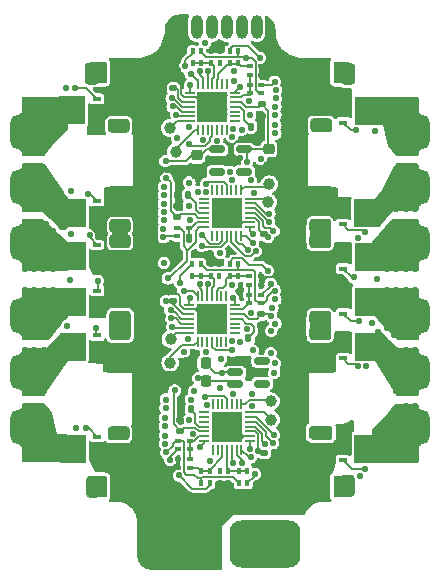
<source format=gbr>
%TF.GenerationSoftware,KiCad,Pcbnew,7.0.2*%
%TF.CreationDate,2023-05-24T20:20:13+03:00*%
%TF.ProjectId,Slimmeri_GD32,536c696d-6d65-4726-995f-474433322e6b,rev?*%
%TF.SameCoordinates,Original*%
%TF.FileFunction,Copper,L1,Top*%
%TF.FilePolarity,Positive*%
%FSLAX46Y46*%
G04 Gerber Fmt 4.6, Leading zero omitted, Abs format (unit mm)*
G04 Created by KiCad (PCBNEW 7.0.2) date 2023-05-24 20:20:13*
%MOMM*%
%LPD*%
G01*
G04 APERTURE LIST*
G04 Aperture macros list*
%AMRoundRect*
0 Rectangle with rounded corners*
0 $1 Rounding radius*
0 $2 $3 $4 $5 $6 $7 $8 $9 X,Y pos of 4 corners*
0 Add a 4 corners polygon primitive as box body*
4,1,4,$2,$3,$4,$5,$6,$7,$8,$9,$2,$3,0*
0 Add four circle primitives for the rounded corners*
1,1,$1+$1,$2,$3*
1,1,$1+$1,$4,$5*
1,1,$1+$1,$6,$7*
1,1,$1+$1,$8,$9*
0 Add four rect primitives between the rounded corners*
20,1,$1+$1,$2,$3,$4,$5,0*
20,1,$1+$1,$4,$5,$6,$7,0*
20,1,$1+$1,$6,$7,$8,$9,0*
20,1,$1+$1,$8,$9,$2,$3,0*%
%AMFreePoly0*
4,1,37,-0.761464,1.753536,-0.760000,1.750000,-0.760000,1.305000,-0.540000,1.305000,-0.540000,1.750000,-0.538536,1.753536,-0.535000,1.755000,-0.115000,1.755000,-0.111464,1.753536,-0.110000,1.750000,-0.110000,1.305000,0.110000,1.305000,0.110000,1.750000,0.111464,1.753536,0.115000,1.755000,0.535000,1.755000,0.538536,1.753536,0.540000,1.750000,0.540000,1.305000,0.760000,1.305000,
0.760000,1.750000,0.761464,1.753536,0.765000,1.755000,1.185000,1.755000,1.188536,1.753536,1.190000,1.750000,1.190000,-0.400000,1.188536,-0.403536,1.185000,-0.405000,-1.185000,-0.405000,-1.188536,-0.403536,-1.190000,-0.400000,-1.190000,1.750000,-1.188536,1.753536,-1.185000,1.755000,-0.765000,1.755000,-0.761464,1.753536,-0.761464,1.753536,$1*%
G04 Aperture macros list end*
%TA.AperFunction,ComponentPad*%
%ADD10O,1.000000X2.000000*%
%TD*%
%TA.AperFunction,SMDPad,CuDef*%
%ADD11C,1.000000*%
%TD*%
%TA.AperFunction,SMDPad,CuDef*%
%ADD12R,0.400000X0.500000*%
%TD*%
%TA.AperFunction,ComponentPad*%
%ADD13C,1.000000*%
%TD*%
%TA.AperFunction,ComponentPad*%
%ADD14RoundRect,0.750000X-0.750000X0.750000X-0.750000X-0.750000X0.750000X-0.750000X0.750000X0.750000X0*%
%TD*%
%TA.AperFunction,SMDPad,CuDef*%
%ADD15FreePoly0,270.000000*%
%TD*%
%TA.AperFunction,SMDPad,CuDef*%
%ADD16R,0.700000X0.420000*%
%TD*%
%TA.AperFunction,SMDPad,CuDef*%
%ADD17RoundRect,0.250000X-0.650000X0.325000X-0.650000X-0.325000X0.650000X-0.325000X0.650000X0.325000X0*%
%TD*%
%TA.AperFunction,SMDPad,CuDef*%
%ADD18FreePoly0,90.000000*%
%TD*%
%TA.AperFunction,SMDPad,CuDef*%
%ADD19R,0.500000X0.400000*%
%TD*%
%TA.AperFunction,SMDPad,CuDef*%
%ADD20RoundRect,0.225000X0.225000X0.250000X-0.225000X0.250000X-0.225000X-0.250000X0.225000X-0.250000X0*%
%TD*%
%TA.AperFunction,SMDPad,CuDef*%
%ADD21RoundRect,0.140000X0.170000X-0.140000X0.170000X0.140000X-0.170000X0.140000X-0.170000X-0.140000X0*%
%TD*%
%TA.AperFunction,SMDPad,CuDef*%
%ADD22RoundRect,0.250000X0.650000X-0.325000X0.650000X0.325000X-0.650000X0.325000X-0.650000X-0.325000X0*%
%TD*%
%TA.AperFunction,SMDPad,CuDef*%
%ADD23RoundRect,0.140000X-0.170000X0.140000X-0.170000X-0.140000X0.170000X-0.140000X0.170000X0.140000X0*%
%TD*%
%TA.AperFunction,SMDPad,CuDef*%
%ADD24R,2.600000X2.600000*%
%TD*%
%TA.AperFunction,SMDPad,CuDef*%
%ADD25RoundRect,0.050000X-0.050000X-0.387500X0.050000X-0.387500X0.050000X0.387500X-0.050000X0.387500X0*%
%TD*%
%TA.AperFunction,SMDPad,CuDef*%
%ADD26RoundRect,0.050000X-0.387500X-0.050000X0.387500X-0.050000X0.387500X0.050000X-0.387500X0.050000X0*%
%TD*%
%TA.AperFunction,SMDPad,CuDef*%
%ADD27RoundRect,0.250000X0.325000X0.650000X-0.325000X0.650000X-0.325000X-0.650000X0.325000X-0.650000X0*%
%TD*%
%TA.AperFunction,ComponentPad*%
%ADD28RoundRect,0.750000X0.750000X-0.750000X0.750000X0.750000X-0.750000X0.750000X-0.750000X-0.750000X0*%
%TD*%
%TA.AperFunction,SMDPad,CuDef*%
%ADD29RoundRect,0.140000X-0.140000X-0.170000X0.140000X-0.170000X0.140000X0.170000X-0.140000X0.170000X0*%
%TD*%
%TA.AperFunction,ComponentPad*%
%ADD30RoundRect,1.000000X-2.000000X-1.000000X2.000000X-1.000000X2.000000X1.000000X-2.000000X1.000000X0*%
%TD*%
%TA.AperFunction,SMDPad,CuDef*%
%ADD31RoundRect,0.434782X-0.565218X-17.565218X0.565218X-17.565218X0.565218X17.565218X-0.565218X17.565218X0*%
%TD*%
%TA.AperFunction,SMDPad,CuDef*%
%ADD32RoundRect,0.250000X-0.325000X-0.650000X0.325000X-0.650000X0.325000X0.650000X-0.325000X0.650000X0*%
%TD*%
%TA.AperFunction,SMDPad,CuDef*%
%ADD33RoundRect,0.150000X-0.512500X-0.150000X0.512500X-0.150000X0.512500X0.150000X-0.512500X0.150000X0*%
%TD*%
%TA.AperFunction,SMDPad,CuDef*%
%ADD34RoundRect,0.050000X0.050000X0.387500X-0.050000X0.387500X-0.050000X-0.387500X0.050000X-0.387500X0*%
%TD*%
%TA.AperFunction,SMDPad,CuDef*%
%ADD35RoundRect,0.050000X0.387500X0.050000X-0.387500X0.050000X-0.387500X-0.050000X0.387500X-0.050000X0*%
%TD*%
%TA.AperFunction,SMDPad,CuDef*%
%ADD36RoundRect,0.140000X0.140000X0.170000X-0.140000X0.170000X-0.140000X-0.170000X0.140000X-0.170000X0*%
%TD*%
%TA.AperFunction,SMDPad,CuDef*%
%ADD37RoundRect,0.225000X-0.250000X0.225000X-0.250000X-0.225000X0.250000X-0.225000X0.250000X0.225000X0*%
%TD*%
%TA.AperFunction,ViaPad*%
%ADD38C,0.550000*%
%TD*%
%TA.AperFunction,Conductor*%
%ADD39C,0.150000*%
%TD*%
G04 APERTURE END LIST*
D10*
%TO.P,J13,1,Pin_1*%
%TO.N,/M4*%
X138590000Y-53637500D03*
%TO.P,J13,2,Pin_2*%
%TO.N,/M3*%
X137320000Y-53637500D03*
%TO.P,J13,3,Pin_3*%
%TO.N,/M2*%
X136050000Y-53637500D03*
%TO.P,J13,4,Pin_4*%
%TO.N,/M1*%
X134780000Y-53637500D03*
%TO.P,J13,5,Pin_5*%
%TO.N,/VBAT*%
X133510000Y-53637500D03*
%TO.P,J13,6,Pin_6*%
%TO.N,GND*%
X132240000Y-53637500D03*
%TD*%
D11*
%TO.P,TP8,1,1*%
%TO.N,/Motor4/SWC*%
X131275000Y-82025000D03*
%TD*%
%TO.P,TP7,1,1*%
%TO.N,/Motor4/SWD*%
X131300000Y-80025000D03*
%TD*%
%TO.P,TP6,1,1*%
%TO.N,/Motor3/SWC*%
X131750000Y-64175000D03*
%TD*%
%TO.P,TP5,1,1*%
%TO.N,/Motor3/SWD*%
X131225000Y-62175000D03*
%TD*%
%TO.P,TP4,1,1*%
%TO.N,/Motor2/SWC*%
X139650000Y-66925000D03*
%TD*%
%TO.P,TP3,1,1*%
%TO.N,/Motor2/SWD*%
X139575000Y-68450000D03*
%TD*%
%TO.P,TP2,1,1*%
%TO.N,/Motor1/SWC*%
X139800000Y-85300000D03*
%TD*%
%TO.P,TP1,1,1*%
%TO.N,/Motor1/SWD*%
X139825000Y-86850000D03*
%TD*%
D12*
%TO.P,RN24,4,R1.2*%
%TO.N,/Motor3/MotorOutB*%
X136325000Y-55675000D03*
%TO.P,RN24,3,R2.2*%
%TO.N,/Motor3/BEMF_COMMON*%
X137025000Y-55675000D03*
%TO.P,RN24,2,R2.1*%
%TO.N,/Motor3/BEMFB_1*%
X137025000Y-56675000D03*
%TO.P,RN24,1,R1.1*%
X136325000Y-56675000D03*
%TD*%
D13*
%TO.P,J7,1,Pin_1*%
%TO.N,/Motor3/MotorOutA*%
X151000000Y-72650000D03*
X152500000Y-72650000D03*
D14*
X151750000Y-71900000D03*
D13*
X151000000Y-71150000D03*
X152500000Y-71150000D03*
%TD*%
D12*
%TO.P,RN8,4,R1.2*%
%TO.N,GND*%
X136200000Y-92225000D03*
%TO.P,RN8,3,R2.2*%
X135500000Y-92225000D03*
%TO.P,RN8,2,R2.1*%
%TO.N,unconnected-(RN8-R2.1-Pad2)*%
X135500000Y-91225000D03*
%TO.P,RN8,1,R1.1*%
%TO.N,/Motor1/BEMFC_1*%
X136200000Y-91225000D03*
%TD*%
D15*
%TO.P,Q14,5,D*%
%TO.N,/Motor3/MotorOutA*%
X147300000Y-73100000D03*
D16*
%TO.P,Q14,4,G*%
%TO.N,Net-(Q14-G)*%
X145900000Y-74075000D03*
%TO.P,Q14,3,S*%
%TO.N,GND*%
X145900000Y-73425000D03*
%TO.P,Q14,2,S*%
X145900000Y-72775000D03*
%TO.P,Q14,1,S*%
X145900000Y-72125000D03*
%TD*%
D13*
%TO.P,J4,1,Pin_1*%
%TO.N,/Motor2/MotorOutA*%
X118500000Y-63250000D03*
X120000000Y-63250000D03*
D14*
X119250000Y-62500000D03*
D13*
X118500000Y-61750000D03*
X120000000Y-61750000D03*
%TD*%
D17*
%TO.P,C63,2*%
%TO.N,GND*%
X127025000Y-82150000D03*
%TO.P,C63,1*%
%TO.N,/VBAT*%
X127025000Y-79550000D03*
%TD*%
D18*
%TO.P,Q10,5,D*%
%TO.N,/Motor2/MotorOutB*%
X123712500Y-69350000D03*
D16*
%TO.P,Q10,4,G*%
%TO.N,Net-(Q10-G)*%
X125112500Y-68375000D03*
%TO.P,Q10,3,S*%
%TO.N,GND*%
X125112500Y-69025000D03*
%TO.P,Q10,2,S*%
X125112500Y-69675000D03*
%TO.P,Q10,1,S*%
X125112500Y-70325000D03*
%TD*%
D19*
%TO.P,RN14,4,R1.2*%
%TO.N,/Motor2/MotorOutA*%
X131875000Y-71325000D03*
%TO.P,RN14,3,R2.2*%
%TO.N,/Motor2/BEMF_COMMON*%
X131875000Y-70625000D03*
%TO.P,RN14,2,R2.1*%
%TO.N,/Motor2/BEMFA_1*%
X132875000Y-70625000D03*
%TO.P,RN14,1,R1.1*%
X132875000Y-71325000D03*
%TD*%
D15*
%TO.P,Q18,5,D*%
%TO.N,/Motor3/MotorOutC*%
X147325000Y-60725000D03*
D16*
%TO.P,Q18,4,G*%
%TO.N,Net-(Q18-G)*%
X145925000Y-61700000D03*
%TO.P,Q18,3,S*%
%TO.N,GND*%
X145925000Y-61050000D03*
%TO.P,Q18,2,S*%
X145925000Y-60400000D03*
%TO.P,Q18,1,S*%
X145925000Y-59750000D03*
%TD*%
D20*
%TO.P,C32,2*%
%TO.N,GND*%
X132725000Y-83550000D03*
%TO.P,C32,1*%
%TO.N,/5V*%
X134275000Y-83550000D03*
%TD*%
D21*
%TO.P,C15,2*%
%TO.N,GND*%
X131550000Y-57857500D03*
%TO.P,C15,1*%
%TO.N,/3.3V*%
X131550000Y-58817500D03*
%TD*%
D22*
%TO.P,C57,1*%
%TO.N,/VBAT*%
X127025000Y-70450000D03*
%TO.P,C57,2*%
%TO.N,GND*%
X127025000Y-67850000D03*
%TD*%
%TO.P,C64,2*%
%TO.N,GND*%
X127025000Y-75650000D03*
%TO.P,C64,1*%
%TO.N,/VBAT*%
X127025000Y-78250000D03*
%TD*%
D13*
%TO.P,J8,1,Pin_1*%
%TO.N,/Motor3/MotorOutB*%
X151000000Y-67950000D03*
X152500000Y-67950000D03*
D14*
X151750000Y-67200000D03*
D13*
X151000000Y-66450000D03*
X152500000Y-66450000D03*
%TD*%
D17*
%TO.P,C49,2*%
%TO.N,GND*%
X143975000Y-74350000D03*
%TO.P,C49,1*%
%TO.N,/VBAT*%
X143975000Y-71750000D03*
%TD*%
D23*
%TO.P,C16,2*%
%TO.N,GND*%
X139050000Y-61130000D03*
%TO.P,C16,1*%
%TO.N,/3.3V*%
X139050000Y-60170000D03*
%TD*%
D12*
%TO.P,RN28,1,R1.1*%
%TO.N,/Motor4/BEMFC_1*%
X133149503Y-74675000D03*
%TO.P,RN28,2,R2.1*%
X133849503Y-74675000D03*
%TO.P,RN28,3,R2.2*%
%TO.N,/Motor4/BEMF_COMMON*%
X133849503Y-73675000D03*
%TO.P,RN28,4,R1.2*%
%TO.N,/Motor4/MotorOutC*%
X133149503Y-73675000D03*
%TD*%
D24*
%TO.P,U1,29,VSS*%
%TO.N,GND*%
X136100000Y-87450000D03*
D25*
%TO.P,U1,28,PB7*%
%TO.N,unconnected-(U1-PB7-Pad28)*%
X134900000Y-85512500D03*
%TO.P,U1,27,PB6*%
%TO.N,unconnected-(U1-PB6-Pad27)*%
X135300000Y-85512500D03*
%TO.P,U1,26,PB5*%
%TO.N,unconnected-(U1-PB5-Pad26)*%
X135700000Y-85512500D03*
%TO.P,U1,25,PB4*%
%TO.N,/M3*%
X136100000Y-85512500D03*
%TO.P,U1,24,PB3*%
%TO.N,unconnected-(U1-PB3-Pad24)*%
X136500000Y-85512500D03*
%TO.P,U1,23,PA15*%
%TO.N,unconnected-(U1-PA15-Pad23)*%
X136900000Y-85512500D03*
%TO.P,U1,22,PA14*%
%TO.N,/Motor1/SWC*%
X137300000Y-85512500D03*
D26*
%TO.P,U1,21,PA13*%
%TO.N,/Motor1/SWD*%
X138037500Y-86250000D03*
%TO.P,U1,20,PA10*%
%TO.N,/Motor1/AHIGH*%
X138037500Y-86650000D03*
%TO.P,U1,19,PA9*%
%TO.N,/Motor1/BHIGH*%
X138037500Y-87050000D03*
%TO.P,U1,18,PA8*%
%TO.N,/Motor1/CHIGH*%
X138037500Y-87450000D03*
%TO.P,U1,17,VDD*%
%TO.N,/3.3V*%
X138037500Y-87850000D03*
%TO.P,U1,16,VSS*%
%TO.N,GND*%
X138037500Y-88250000D03*
%TO.P,U1,15,PB1*%
%TO.N,/Motor1/ALOW*%
X138037500Y-88650000D03*
D25*
%TO.P,U1,14,PB0*%
%TO.N,/Motor1/BLOW*%
X137300000Y-89387500D03*
%TO.P,U1,13,PA7*%
%TO.N,/Motor1/CLOW*%
X136900000Y-89387500D03*
%TO.P,U1,12,PA6*%
%TO.N,/Motor1/V_SENSE*%
X136500000Y-89387500D03*
%TO.P,U1,11,PA5*%
%TO.N,/Motor1/BEMFC_1*%
X136100000Y-89387500D03*
%TO.P,U1,10,PA4*%
%TO.N,/Motor1/BEMFB_1*%
X135700000Y-89387500D03*
%TO.P,U1,9,PA3*%
%TO.N,unconnected-(U1-PA3-Pad9)*%
X135300000Y-89387500D03*
%TO.P,U1,8,PA2*%
%TO.N,unconnected-(U1-PA2-Pad8)*%
X134900000Y-89387500D03*
D26*
%TO.P,U1,7,PA1*%
%TO.N,/Motor1/BEMF_COMMON*%
X134162500Y-88650000D03*
%TO.P,U1,6,PA0*%
%TO.N,/Motor1/BEMFA_1*%
X134162500Y-88250000D03*
%TO.P,U1,5,VDDA*%
%TO.N,/3.3V*%
X134162500Y-87850000D03*
%TO.P,U1,4,NRST*%
%TO.N,Net-(U1-NRST)*%
X134162500Y-87450000D03*
%TO.P,U1,3,OSCOUT/PF1*%
%TO.N,unconnected-(U1-OSCOUT{slash}PF1-Pad3)*%
X134162500Y-87050000D03*
%TO.P,U1,2,OSCIN/PF0*%
%TO.N,unconnected-(U1-OSCIN{slash}PF0-Pad2)*%
X134162500Y-86650000D03*
%TO.P,U1,1,BOOT0*%
%TO.N,unconnected-(U1-BOOT0-Pad1)*%
X134162500Y-86250000D03*
%TD*%
D23*
%TO.P,C5,2*%
%TO.N,GND*%
X139175000Y-72130000D03*
%TO.P,C5,1*%
%TO.N,/3.3V*%
X139175000Y-71170000D03*
%TD*%
%TO.P,C1,2*%
%TO.N,GND*%
X139225000Y-90630000D03*
%TO.P,C1,1*%
%TO.N,/3.3V*%
X139225000Y-89670000D03*
%TD*%
D21*
%TO.P,C4,2*%
%TO.N,GND*%
X132125000Y-86845000D03*
%TO.P,C4,1*%
%TO.N,/3.3V*%
X132125000Y-87805000D03*
%TD*%
D19*
%TO.P,RN4,4,R1.2*%
%TO.N,GND*%
X131950000Y-90912500D03*
%TO.P,RN4,3,R2.2*%
X131950000Y-90212500D03*
%TO.P,RN4,2,R2.1*%
%TO.N,/Motor1/BEMFA_1*%
X132950000Y-90212500D03*
%TO.P,RN4,1,R1.1*%
%TO.N,/Motor1/BEMFB_1*%
X132950000Y-90912500D03*
%TD*%
D21*
%TO.P,C23,1*%
%TO.N,/3.3V*%
X131549503Y-76830000D03*
%TO.P,C23,2*%
%TO.N,GND*%
X131549503Y-75870000D03*
%TD*%
D27*
%TO.P,C52,2*%
%TO.N,GND*%
X143700000Y-92450000D03*
%TO.P,C52,1*%
%TO.N,/VBAT*%
X146300000Y-92450000D03*
%TD*%
D17*
%TO.P,C58,1*%
%TO.N,/VBAT*%
X127025000Y-71750000D03*
%TO.P,C58,2*%
%TO.N,GND*%
X127025000Y-74350000D03*
%TD*%
D20*
%TO.P,C30,2*%
%TO.N,GND*%
X132725000Y-82075000D03*
%TO.P,C30,1*%
%TO.N,/VBAT*%
X134275000Y-82075000D03*
%TD*%
D13*
%TO.P,J12,1,Pin_1*%
%TO.N,/Motor4/MotorOutC*%
X152500000Y-77350000D03*
X151000000Y-77350000D03*
D28*
X151750000Y-78100000D03*
D13*
X152500000Y-78850000D03*
X151000000Y-78850000D03*
%TD*%
D29*
%TO.P,C18,2*%
%TO.N,GND*%
X139080000Y-62075000D03*
%TO.P,C18,1*%
%TO.N,Net-(U5-NRST)*%
X138120000Y-62075000D03*
%TD*%
D30*
%TO.P,TP14,1,1*%
%TO.N,/VBAT*%
X139300000Y-97400000D03*
%TD*%
D15*
%TO.P,Q22,5,D*%
%TO.N,/Motor4/MotorOutB*%
X147312500Y-80700000D03*
D16*
%TO.P,Q22,4,G*%
%TO.N,Net-(Q22-G)*%
X145912500Y-81675000D03*
%TO.P,Q22,3,S*%
%TO.N,GND*%
X145912500Y-81025000D03*
%TO.P,Q22,2,S*%
X145912500Y-80375000D03*
%TO.P,Q22,1,S*%
X145912500Y-79725000D03*
%TD*%
D31*
%TO.P,TP11,1,1*%
%TO.N,GND*%
X129250000Y-74975000D03*
%TD*%
D13*
%TO.P,J5,1,Pin_1*%
%TO.N,/Motor2/MotorOutB*%
X118500000Y-67950000D03*
X120000000Y-67950000D03*
D14*
X119250000Y-67200000D03*
D13*
X118500000Y-66450000D03*
X120000000Y-66450000D03*
%TD*%
D19*
%TO.P,RN30,4,R1.2*%
%TO.N,/Motor4/MotorOutA*%
X138974503Y-76300000D03*
%TO.P,RN30,3,R2.2*%
%TO.N,/Motor4/BEMF_COMMON*%
X138974503Y-77000000D03*
%TO.P,RN30,2,R2.1*%
%TO.N,/Motor4/BEMFA_1*%
X137974503Y-77000000D03*
%TO.P,RN30,1,R1.1*%
X137974503Y-76300000D03*
%TD*%
D27*
%TO.P,C68,2*%
%TO.N,GND*%
X143725000Y-57600000D03*
%TO.P,C68,1*%
%TO.N,/VBAT*%
X146325000Y-57600000D03*
%TD*%
D17*
%TO.P,C55,2*%
%TO.N,GND*%
X144075000Y-90625000D03*
%TO.P,C55,1*%
%TO.N,/VBAT*%
X144075000Y-88025000D03*
%TD*%
D15*
%TO.P,Q24,5,D*%
%TO.N,/Motor4/MotorOutC*%
X147312500Y-76900000D03*
D16*
%TO.P,Q24,4,G*%
%TO.N,Net-(Q24-G)*%
X145912500Y-77875000D03*
%TO.P,Q24,3,S*%
%TO.N,GND*%
X145912500Y-77225000D03*
%TO.P,Q24,2,S*%
X145912500Y-76575000D03*
%TO.P,Q24,1,S*%
X145912500Y-75925000D03*
%TD*%
D13*
%TO.P,J9,1,Pin_1*%
%TO.N,/Motor3/MotorOutC*%
X151000000Y-63250000D03*
X152500000Y-63250000D03*
D14*
X151750000Y-62500000D03*
D13*
X151000000Y-61750000D03*
X152500000Y-61750000D03*
%TD*%
D32*
%TO.P,C51,2*%
%TO.N,GND*%
X127375000Y-92525000D03*
%TO.P,C51,1*%
%TO.N,/VBAT*%
X124775000Y-92525000D03*
%TD*%
D13*
%TO.P,J11,1,Pin_1*%
%TO.N,/Motor4/MotorOutB*%
X152500000Y-82050000D03*
X151000000Y-82050000D03*
D28*
X151750000Y-82800000D03*
D13*
X152500000Y-83550000D03*
X151000000Y-83550000D03*
%TD*%
D22*
%TO.P,C48,2*%
%TO.N,GND*%
X143975000Y-67850000D03*
%TO.P,C48,1*%
%TO.N,/VBAT*%
X143975000Y-70450000D03*
%TD*%
D15*
%TO.P,Q16,5,D*%
%TO.N,/Motor3/MotorOutB*%
X147275000Y-69350000D03*
D16*
%TO.P,Q16,4,G*%
%TO.N,Net-(Q16-G)*%
X145875000Y-70325000D03*
%TO.P,Q16,3,S*%
%TO.N,GND*%
X145875000Y-69675000D03*
%TO.P,Q16,2,S*%
X145875000Y-69025000D03*
%TO.P,Q16,1,S*%
X145875000Y-68375000D03*
%TD*%
D15*
%TO.P,Q20,5,D*%
%TO.N,/Motor4/MotorOutA*%
X147287500Y-89300000D03*
D16*
%TO.P,Q20,4,G*%
%TO.N,Net-(Q20-G)*%
X145887500Y-90275000D03*
%TO.P,Q20,3,S*%
%TO.N,GND*%
X145887500Y-89625000D03*
%TO.P,Q20,2,S*%
X145887500Y-88975000D03*
%TO.P,Q20,1,S*%
X145887500Y-88325000D03*
%TD*%
D17*
%TO.P,C50,2*%
%TO.N,GND*%
X143975000Y-82150000D03*
%TO.P,C50,1*%
%TO.N,/VBAT*%
X143975000Y-79550000D03*
%TD*%
D12*
%TO.P,RN32,1,R1.1*%
%TO.N,/Motor4/BEMFB_1*%
X136299503Y-74675000D03*
%TO.P,RN32,2,R2.1*%
X136999503Y-74675000D03*
%TO.P,RN32,3,R2.2*%
%TO.N,/Motor4/BEMF_COMMON*%
X136999503Y-73675000D03*
%TO.P,RN32,4,R1.2*%
%TO.N,/Motor4/MotorOutB*%
X136299503Y-73675000D03*
%TD*%
D29*
%TO.P,C25,2*%
%TO.N,GND*%
X138854503Y-79950000D03*
%TO.P,C25,1*%
%TO.N,Net-(U7-NRST)*%
X137894503Y-79950000D03*
%TD*%
D19*
%TO.P,RN6,4,R1.2*%
%TO.N,/Motor1/MotorOutA*%
X131950000Y-89362500D03*
%TO.P,RN6,3,R2.2*%
%TO.N,/Motor1/BEMF_COMMON*%
X131950000Y-88662500D03*
%TO.P,RN6,2,R2.1*%
%TO.N,/Motor1/BEMFA_1*%
X132950000Y-88662500D03*
%TO.P,RN6,1,R1.1*%
X132950000Y-89362500D03*
%TD*%
D30*
%TO.P,TP13,1,1*%
%TO.N,GND*%
X131700000Y-97400000D03*
%TD*%
D12*
%TO.P,RN7,4,R1.2*%
%TO.N,/Motor1/MotorOutC*%
X137800000Y-92225000D03*
%TO.P,RN7,3,R2.2*%
%TO.N,/Motor1/BEMF_COMMON*%
X137100000Y-92225000D03*
%TO.P,RN7,2,R2.1*%
%TO.N,/Motor1/BEMFC_1*%
X137100000Y-91225000D03*
%TO.P,RN7,1,R1.1*%
X137800000Y-91225000D03*
%TD*%
D32*
%TO.P,C40,2*%
%TO.N,GND*%
X127250000Y-57550000D03*
%TO.P,C40,1*%
%TO.N,/VBAT*%
X124650000Y-57550000D03*
%TD*%
D33*
%TO.P,U9,5*%
%TO.N,N/C*%
X139062500Y-81900000D03*
%TO.P,U9,4*%
X139062500Y-83800000D03*
%TO.P,U9,3,VOUT*%
%TO.N,/5V*%
X136787500Y-83800000D03*
%TO.P,U9,2,VIN*%
%TO.N,/VBAT*%
X136787500Y-82850000D03*
%TO.P,U9,1,GND*%
%TO.N,GND*%
X136787500Y-81900000D03*
%TD*%
D13*
%TO.P,J1,1,Pin_1*%
%TO.N,/Motor1/MotorOutA*%
X120000000Y-77350000D03*
X118500000Y-77350000D03*
D28*
X119250000Y-78100000D03*
D13*
X120000000Y-78850000D03*
X118500000Y-78850000D03*
%TD*%
D18*
%TO.P,Q4,5,D*%
%TO.N,/Motor1/MotorOutB*%
X123700000Y-80700000D03*
D16*
%TO.P,Q4,4,G*%
%TO.N,Net-(Q4-G)*%
X125100000Y-79725000D03*
%TO.P,Q4,3,S*%
%TO.N,GND*%
X125100000Y-80375000D03*
%TO.P,Q4,2,S*%
X125100000Y-81025000D03*
%TO.P,Q4,1,S*%
X125100000Y-81675000D03*
%TD*%
D12*
%TO.P,RN29,1,R1.1*%
%TO.N,/Motor4/BEMFC_1*%
X134724503Y-74675000D03*
%TO.P,RN29,2,R2.1*%
%TO.N,unconnected-(RN29-R2.1-Pad2)*%
X135424503Y-74675000D03*
%TO.P,RN29,3,R2.2*%
%TO.N,GND*%
X135424503Y-73675000D03*
%TO.P,RN29,4,R1.2*%
X134724503Y-73675000D03*
%TD*%
D22*
%TO.P,C71,2*%
%TO.N,GND*%
X144050000Y-59350000D03*
%TO.P,C71,1*%
%TO.N,/VBAT*%
X144050000Y-61950000D03*
%TD*%
D31*
%TO.P,TP12,1,1*%
%TO.N,GND*%
X141750000Y-74975000D03*
%TD*%
D12*
%TO.P,RN5,4,R1.2*%
%TO.N,/Motor1/MotorOutB*%
X134600000Y-92225000D03*
%TO.P,RN5,3,R2.2*%
%TO.N,/Motor1/BEMF_COMMON*%
X133900000Y-92225000D03*
%TO.P,RN5,2,R2.1*%
%TO.N,/Motor1/BEMFB_1*%
X133900000Y-91225000D03*
%TO.P,RN5,1,R1.1*%
X134600000Y-91225000D03*
%TD*%
D24*
%TO.P,U3,29,VSS*%
%TO.N,GND*%
X136050000Y-69350000D03*
D25*
%TO.P,U3,28,PB7*%
%TO.N,unconnected-(U3-PB7-Pad28)*%
X134850000Y-67412500D03*
%TO.P,U3,27,PB6*%
%TO.N,unconnected-(U3-PB6-Pad27)*%
X135250000Y-67412500D03*
%TO.P,U3,26,PB5*%
%TO.N,unconnected-(U3-PB5-Pad26)*%
X135650000Y-67412500D03*
%TO.P,U3,25,PB4*%
%TO.N,/M4*%
X136050000Y-67412500D03*
%TO.P,U3,24,PB3*%
%TO.N,unconnected-(U3-PB3-Pad24)*%
X136450000Y-67412500D03*
%TO.P,U3,23,PA15*%
%TO.N,unconnected-(U3-PA15-Pad23)*%
X136850000Y-67412500D03*
%TO.P,U3,22,PA14*%
%TO.N,/Motor2/SWC*%
X137250000Y-67412500D03*
D26*
%TO.P,U3,21,PA13*%
%TO.N,/Motor2/SWD*%
X137987500Y-68150000D03*
%TO.P,U3,20,PA10*%
%TO.N,/Motor2/AHIGH*%
X137987500Y-68550000D03*
%TO.P,U3,19,PA9*%
%TO.N,/Motor2/BHIGH*%
X137987500Y-68950000D03*
%TO.P,U3,18,PA8*%
%TO.N,/Motor2/CHIGH*%
X137987500Y-69350000D03*
%TO.P,U3,17,VDD*%
%TO.N,/3.3V*%
X137987500Y-69750000D03*
%TO.P,U3,16,VSS*%
%TO.N,GND*%
X137987500Y-70150000D03*
%TO.P,U3,15,PB1*%
%TO.N,/Motor2/ALOW*%
X137987500Y-70550000D03*
D25*
%TO.P,U3,14,PB0*%
%TO.N,/Motor2/BLOW*%
X137250000Y-71287500D03*
%TO.P,U3,13,PA7*%
%TO.N,/Motor2/CLOW*%
X136850000Y-71287500D03*
%TO.P,U3,12,PA6*%
%TO.N,/Motor2/V_SENSE*%
X136450000Y-71287500D03*
%TO.P,U3,11,PA5*%
%TO.N,/Motor2/BEMFC_1*%
X136050000Y-71287500D03*
%TO.P,U3,10,PA4*%
%TO.N,/Motor2/BEMFB_1*%
X135650000Y-71287500D03*
%TO.P,U3,9,PA3*%
%TO.N,unconnected-(U3-PA3-Pad9)*%
X135250000Y-71287500D03*
%TO.P,U3,8,PA2*%
%TO.N,unconnected-(U3-PA2-Pad8)*%
X134850000Y-71287500D03*
D26*
%TO.P,U3,7,PA1*%
%TO.N,/Motor2/BEMF_COMMON*%
X134112500Y-70550000D03*
%TO.P,U3,6,PA0*%
%TO.N,/Motor2/BEMFA_1*%
X134112500Y-70150000D03*
%TO.P,U3,5,VDDA*%
%TO.N,/3.3V*%
X134112500Y-69750000D03*
%TO.P,U3,4,NRST*%
%TO.N,Net-(U3-NRST)*%
X134112500Y-69350000D03*
%TO.P,U3,3,OSCOUT/PF1*%
%TO.N,unconnected-(U3-OSCOUT{slash}PF1-Pad3)*%
X134112500Y-68950000D03*
%TO.P,U3,2,OSCIN/PF0*%
%TO.N,unconnected-(U3-OSCIN{slash}PF0-Pad2)*%
X134112500Y-68550000D03*
%TO.P,U3,1,BOOT0*%
%TO.N,unconnected-(U3-BOOT0-Pad1)*%
X134112500Y-68150000D03*
%TD*%
D13*
%TO.P,J10,1,Pin_1*%
%TO.N,/Motor4/MotorOutA*%
X152500000Y-86750000D03*
X151000000Y-86750000D03*
D28*
X151750000Y-87500000D03*
D13*
X152500000Y-88250000D03*
X151000000Y-88250000D03*
%TD*%
D24*
%TO.P,U5,29,VSS*%
%TO.N,GND*%
X134850000Y-60375000D03*
D34*
%TO.P,U5,28,PB7*%
%TO.N,unconnected-(U5-PB7-Pad28)*%
X136050000Y-62312500D03*
%TO.P,U5,27,PB6*%
%TO.N,unconnected-(U5-PB6-Pad27)*%
X135650000Y-62312500D03*
%TO.P,U5,26,PB5*%
%TO.N,unconnected-(U5-PB5-Pad26)*%
X135250000Y-62312500D03*
%TO.P,U5,25,PB4*%
%TO.N,/M2*%
X134850000Y-62312500D03*
%TO.P,U5,24,PB3*%
%TO.N,unconnected-(U5-PB3-Pad24)*%
X134450000Y-62312500D03*
%TO.P,U5,23,PA15*%
%TO.N,unconnected-(U5-PA15-Pad23)*%
X134050000Y-62312500D03*
%TO.P,U5,22,PA14*%
%TO.N,/Motor3/SWC*%
X133650000Y-62312500D03*
D35*
%TO.P,U5,21,PA13*%
%TO.N,/Motor3/SWD*%
X132912500Y-61575000D03*
%TO.P,U5,20,PA10*%
%TO.N,/Motor3/AHIGH*%
X132912500Y-61175000D03*
%TO.P,U5,19,PA9*%
%TO.N,/Motor3/BHIGH*%
X132912500Y-60775000D03*
%TO.P,U5,18,PA8*%
%TO.N,/Motor3/CHIGH*%
X132912500Y-60375000D03*
%TO.P,U5,17,VDD*%
%TO.N,/3.3V*%
X132912500Y-59975000D03*
%TO.P,U5,16,VSS*%
%TO.N,GND*%
X132912500Y-59575000D03*
%TO.P,U5,15,PB1*%
%TO.N,/Motor3/ALOW*%
X132912500Y-59175000D03*
D34*
%TO.P,U5,14,PB0*%
%TO.N,/Motor3/BLOW*%
X133650000Y-58437500D03*
%TO.P,U5,13,PA7*%
%TO.N,/Motor3/CLOW*%
X134050000Y-58437500D03*
%TO.P,U5,12,PA6*%
%TO.N,/Motor3/V_SENSE*%
X134450000Y-58437500D03*
%TO.P,U5,11,PA5*%
%TO.N,/Motor3/BEMFC_1*%
X134850000Y-58437500D03*
%TO.P,U5,10,PA4*%
%TO.N,/Motor3/BEMFB_1*%
X135250000Y-58437500D03*
%TO.P,U5,9,PA3*%
%TO.N,unconnected-(U5-PA3-Pad9)*%
X135650000Y-58437500D03*
%TO.P,U5,8,PA2*%
%TO.N,unconnected-(U5-PA2-Pad8)*%
X136050000Y-58437500D03*
D35*
%TO.P,U5,7,PA1*%
%TO.N,/Motor3/BEMF_COMMON*%
X136787500Y-59175000D03*
%TO.P,U5,6,PA0*%
%TO.N,/Motor3/BEMFA_1*%
X136787500Y-59575000D03*
%TO.P,U5,5,VDDA*%
%TO.N,/3.3V*%
X136787500Y-59975000D03*
%TO.P,U5,4,NRST*%
%TO.N,Net-(U5-NRST)*%
X136787500Y-60375000D03*
%TO.P,U5,3,OSCOUT/PF1*%
%TO.N,unconnected-(U5-OSCOUT{slash}PF1-Pad3)*%
X136787500Y-60775000D03*
%TO.P,U5,2,OSCIN/PF0*%
%TO.N,unconnected-(U5-OSCIN{slash}PF0-Pad2)*%
X136787500Y-61175000D03*
%TO.P,U5,1,BOOT0*%
%TO.N,unconnected-(U5-BOOT0-Pad1)*%
X136787500Y-61575000D03*
%TD*%
D16*
%TO.P,Q6,1,S*%
%TO.N,GND*%
X125100000Y-90275000D03*
%TO.P,Q6,2,S*%
X125100000Y-89625000D03*
%TO.P,Q6,3,S*%
X125100000Y-88975000D03*
%TO.P,Q6,4,G*%
%TO.N,Net-(Q6-G)*%
X125100000Y-88325000D03*
D18*
%TO.P,Q6,5,D*%
%TO.N,/Motor1/MotorOutC*%
X123700000Y-89300000D03*
%TD*%
D19*
%TO.P,RN31,4,R1.2*%
%TO.N,GND*%
X138974503Y-74725000D03*
%TO.P,RN31,3,R2.2*%
X138974503Y-75425000D03*
%TO.P,RN31,2,R2.1*%
%TO.N,/Motor4/BEMFA_1*%
X137974503Y-75425000D03*
%TO.P,RN31,1,R1.1*%
%TO.N,/Motor4/BEMFB_1*%
X137974503Y-74725000D03*
%TD*%
D18*
%TO.P,Q1,5,D*%
%TO.N,/Motor1/MotorOutA*%
X123700000Y-76900000D03*
D16*
%TO.P,Q1,4,G*%
%TO.N,Net-(Q1-G)*%
X125100000Y-75925000D03*
%TO.P,Q1,3,S*%
%TO.N,GND*%
X125100000Y-76575000D03*
%TO.P,Q1,2,S*%
X125100000Y-77225000D03*
%TO.P,Q1,1,S*%
X125100000Y-77875000D03*
%TD*%
D19*
%TO.P,RN22,4,R1.2*%
%TO.N,/Motor3/MotorOutA*%
X139000000Y-58525000D03*
%TO.P,RN22,3,R2.2*%
%TO.N,/Motor3/BEMF_COMMON*%
X139000000Y-59225000D03*
%TO.P,RN22,2,R2.1*%
%TO.N,/Motor3/BEMFA_1*%
X138000000Y-59225000D03*
%TO.P,RN22,1,R1.1*%
X138000000Y-58525000D03*
%TD*%
D36*
%TO.P,C8,2*%
%TO.N,GND*%
X131820000Y-67825000D03*
%TO.P,C8,1*%
%TO.N,Net-(U3-NRST)*%
X132780000Y-67825000D03*
%TD*%
D12*
%TO.P,RN21,4,R1.2*%
%TO.N,GND*%
X134750000Y-55675000D03*
%TO.P,RN21,3,R2.2*%
X135450000Y-55675000D03*
%TO.P,RN21,2,R2.1*%
%TO.N,unconnected-(RN21-R2.1-Pad2)*%
X135450000Y-56675000D03*
%TO.P,RN21,1,R1.1*%
%TO.N,/Motor3/BEMFC_1*%
X134750000Y-56675000D03*
%TD*%
D36*
%TO.P,C13,2*%
%TO.N,GND*%
X132070000Y-85950000D03*
%TO.P,C13,1*%
%TO.N,Net-(U1-NRST)*%
X133030000Y-85950000D03*
%TD*%
D22*
%TO.P,C38,2*%
%TO.N,GND*%
X126925000Y-59375000D03*
%TO.P,C38,1*%
%TO.N,/VBAT*%
X126925000Y-61975000D03*
%TD*%
D16*
%TO.P,Q8,1,S*%
%TO.N,GND*%
X125062500Y-61650000D03*
%TO.P,Q8,2,S*%
X125062500Y-61000000D03*
%TO.P,Q8,3,S*%
X125062500Y-60350000D03*
%TO.P,Q8,4,G*%
%TO.N,Net-(Q8-G)*%
X125062500Y-59700000D03*
D18*
%TO.P,Q8,5,D*%
%TO.N,/Motor2/MotorOutA*%
X123662500Y-60675000D03*
%TD*%
D17*
%TO.P,C53,2*%
%TO.N,GND*%
X126900000Y-90625000D03*
%TO.P,C53,1*%
%TO.N,/VBAT*%
X126900000Y-88025000D03*
%TD*%
D13*
%TO.P,J2,1,Pin_1*%
%TO.N,/Motor1/MotorOutB*%
X120000000Y-82050000D03*
X118500000Y-82050000D03*
D28*
X119250000Y-82800000D03*
D13*
X120000000Y-83550000D03*
X118500000Y-83550000D03*
%TD*%
D21*
%TO.P,C6,2*%
%TO.N,GND*%
X131850000Y-68745000D03*
%TO.P,C6,1*%
%TO.N,/3.3V*%
X131850000Y-69705000D03*
%TD*%
D18*
%TO.P,Q12,5,D*%
%TO.N,/Motor2/MotorOutC*%
X123700000Y-73025000D03*
D16*
%TO.P,Q12,4,G*%
%TO.N,Net-(Q12-G)*%
X125100000Y-72050000D03*
%TO.P,Q12,3,S*%
%TO.N,GND*%
X125100000Y-72700000D03*
%TO.P,Q12,2,S*%
X125100000Y-73350000D03*
%TO.P,Q12,1,S*%
X125100000Y-74000000D03*
%TD*%
D12*
%TO.P,RN20,4,R1.2*%
%TO.N,/Motor3/MotorOutC*%
X133175000Y-55675000D03*
%TO.P,RN20,3,R2.2*%
%TO.N,/Motor3/BEMF_COMMON*%
X133875000Y-55675000D03*
%TO.P,RN20,2,R2.1*%
%TO.N,/Motor3/BEMFC_1*%
X133875000Y-56675000D03*
%TO.P,RN20,1,R1.1*%
X133175000Y-56675000D03*
%TD*%
D13*
%TO.P,J6,1,Pin_1*%
%TO.N,/Motor2/MotorOutC*%
X118500000Y-72650000D03*
X120000000Y-72650000D03*
D14*
X119250000Y-71900000D03*
D13*
X118500000Y-71150000D03*
X120000000Y-71150000D03*
%TD*%
D19*
%TO.P,RN23,4,R1.2*%
%TO.N,GND*%
X139000000Y-56950000D03*
%TO.P,RN23,3,R2.2*%
X139000000Y-57650000D03*
%TO.P,RN23,2,R2.1*%
%TO.N,/Motor3/BEMFA_1*%
X138000000Y-57650000D03*
%TO.P,RN23,1,R1.1*%
%TO.N,/Motor3/BEMFB_1*%
X138000000Y-56950000D03*
%TD*%
D23*
%TO.P,C22,2*%
%TO.N,GND*%
X138974503Y-78905000D03*
%TO.P,C22,1*%
%TO.N,/3.3V*%
X138974503Y-77945000D03*
%TD*%
D24*
%TO.P,U7,29,VSS*%
%TO.N,GND*%
X134800000Y-78325000D03*
D34*
%TO.P,U7,28,PB7*%
%TO.N,unconnected-(U7-PB7-Pad28)*%
X136000000Y-80262500D03*
%TO.P,U7,27,PB6*%
%TO.N,unconnected-(U7-PB6-Pad27)*%
X135600000Y-80262500D03*
%TO.P,U7,26,PB5*%
%TO.N,unconnected-(U7-PB5-Pad26)*%
X135200000Y-80262500D03*
%TO.P,U7,25,PB4*%
%TO.N,/M1*%
X134800000Y-80262500D03*
%TO.P,U7,24,PB3*%
%TO.N,unconnected-(U7-PB3-Pad24)*%
X134400000Y-80262500D03*
%TO.P,U7,23,PA15*%
%TO.N,unconnected-(U7-PA15-Pad23)*%
X134000000Y-80262500D03*
%TO.P,U7,22,PA14*%
%TO.N,/Motor4/SWC*%
X133600000Y-80262500D03*
D35*
%TO.P,U7,21,PA13*%
%TO.N,/Motor4/SWD*%
X132862500Y-79525000D03*
%TO.P,U7,20,PA10*%
%TO.N,/Motor4/AHIGH*%
X132862500Y-79125000D03*
%TO.P,U7,19,PA9*%
%TO.N,/Motor4/BHIGH*%
X132862500Y-78725000D03*
%TO.P,U7,18,PA8*%
%TO.N,/Motor4/CHIGH*%
X132862500Y-78325000D03*
%TO.P,U7,17,VDD*%
%TO.N,/3.3V*%
X132862500Y-77925000D03*
%TO.P,U7,16,VSS*%
%TO.N,GND*%
X132862500Y-77525000D03*
%TO.P,U7,15,PB1*%
%TO.N,/Motor4/ALOW*%
X132862500Y-77125000D03*
D34*
%TO.P,U7,14,PB0*%
%TO.N,/Motor4/BLOW*%
X133600000Y-76387500D03*
%TO.P,U7,13,PA7*%
%TO.N,/Motor4/CLOW*%
X134000000Y-76387500D03*
%TO.P,U7,12,PA6*%
%TO.N,/Motor4/V_SENSE*%
X134400000Y-76387500D03*
%TO.P,U7,11,PA5*%
%TO.N,/Motor4/BEMFC_1*%
X134800000Y-76387500D03*
%TO.P,U7,10,PA4*%
%TO.N,/Motor4/BEMFB_1*%
X135200000Y-76387500D03*
%TO.P,U7,9,PA3*%
%TO.N,unconnected-(U7-PA3-Pad9)*%
X135600000Y-76387500D03*
%TO.P,U7,8,PA2*%
%TO.N,unconnected-(U7-PA2-Pad8)*%
X136000000Y-76387500D03*
D35*
%TO.P,U7,7,PA1*%
%TO.N,/Motor4/BEMF_COMMON*%
X136737500Y-77125000D03*
%TO.P,U7,6,PA0*%
%TO.N,/Motor4/BEMFA_1*%
X136737500Y-77525000D03*
%TO.P,U7,5,VDDA*%
%TO.N,/3.3V*%
X136737500Y-77925000D03*
%TO.P,U7,4,NRST*%
%TO.N,Net-(U7-NRST)*%
X136737500Y-78325000D03*
%TO.P,U7,3,OSCOUT/PF1*%
%TO.N,unconnected-(U7-OSCOUT{slash}PF1-Pad3)*%
X136737500Y-78725000D03*
%TO.P,U7,2,OSCIN/PF0*%
%TO.N,unconnected-(U7-OSCIN{slash}PF0-Pad2)*%
X136737500Y-79125000D03*
%TO.P,U7,1,BOOT0*%
%TO.N,unconnected-(U7-BOOT0-Pad1)*%
X136737500Y-79525000D03*
%TD*%
D13*
%TO.P,J3,1,Pin_1*%
%TO.N,/Motor1/MotorOutC*%
X120000000Y-86750000D03*
X118500000Y-86750000D03*
D28*
X119250000Y-87500000D03*
D13*
X120000000Y-88250000D03*
X118500000Y-88250000D03*
%TD*%
D22*
%TO.P,C43,2*%
%TO.N,GND*%
X143975000Y-75650000D03*
%TO.P,C43,1*%
%TO.N,/VBAT*%
X143975000Y-78250000D03*
%TD*%
D37*
%TO.P,C31,2*%
%TO.N,GND*%
X133525000Y-66025000D03*
%TO.P,C31,1*%
%TO.N,/VBAT*%
X133525000Y-64475000D03*
%TD*%
%TO.P,C29,2*%
%TO.N,GND*%
X139625000Y-65500000D03*
%TO.P,C29,1*%
%TO.N,/3.3V*%
X139625000Y-63950000D03*
%TD*%
D33*
%TO.P,U11,5,VOUT*%
%TO.N,/3.3V*%
X137537500Y-63975000D03*
%TO.P,U11,4*%
%TO.N,N/C*%
X137537500Y-65875000D03*
%TO.P,U11,3*%
X135262500Y-65875000D03*
%TO.P,U11,2,GND*%
%TO.N,GND*%
X135262500Y-64925000D03*
%TO.P,U11,1,VIN*%
%TO.N,/VBAT*%
X135262500Y-63975000D03*
%TD*%
D38*
%TO.N,GND*%
X138000000Y-83150000D03*
X135100000Y-55600000D03*
%TO.N,/M2*%
X136659239Y-57327718D03*
%TO.N,/M3*%
X134200000Y-54975000D03*
%TO.N,GND*%
X136250000Y-64800000D03*
X130900000Y-72700000D03*
X140600000Y-56100000D03*
X139950000Y-55450000D03*
X131050000Y-55400000D03*
X134650000Y-72749500D03*
%TO.N,/Motor4/BEMF_COMMON*%
X136580632Y-76525500D03*
%TO.N,GND*%
X146475000Y-87675000D03*
%TO.N,/5V*%
X134668246Y-90325500D03*
%TO.N,/3.3V*%
X138725000Y-89500000D03*
%TO.N,GND*%
X132250000Y-82250000D03*
X140225000Y-57475000D03*
%TO.N,/Motor3/MotorOutB*%
X138925000Y-64750000D03*
%TO.N,GND*%
X131910150Y-57231529D03*
X139875000Y-65025000D03*
X140200000Y-73850000D03*
X140000000Y-90325000D03*
X135150000Y-60350000D03*
X135125000Y-61250000D03*
X134225000Y-59525000D03*
X134225000Y-61250000D03*
X135150000Y-59525000D03*
X134225000Y-60350000D03*
X136650000Y-69350000D03*
X136625000Y-70250000D03*
X135725000Y-68525000D03*
X135725000Y-70250000D03*
X136650000Y-68525000D03*
X135725000Y-69350000D03*
X136175000Y-86575000D03*
X137100000Y-87400000D03*
X136175000Y-87400000D03*
X137100000Y-86575000D03*
X137075000Y-88300000D03*
X136175000Y-88300000D03*
X134625000Y-79075500D03*
X133850000Y-78350000D03*
X135525000Y-78325000D03*
X134625000Y-78325000D03*
X137101760Y-76058885D03*
X135525000Y-77425000D03*
X134625000Y-77400000D03*
X133850000Y-77400000D03*
X130674500Y-78075000D03*
X130850000Y-75875000D03*
X131277911Y-83788804D03*
X130755746Y-83244254D03*
X132814926Y-82427719D03*
%TO.N,/3.3V*%
X131642300Y-84385900D03*
%TO.N,/5V*%
X133646479Y-83347485D03*
%TO.N,/VBAT*%
X135700000Y-82875000D03*
%TO.N,GND*%
X138646800Y-82853200D03*
X140149003Y-80413160D03*
%TO.N,/3.3V*%
X139824957Y-78109154D03*
X130900000Y-76825000D03*
%TO.N,/5V*%
X136499500Y-75450000D03*
%TO.N,/3.3V*%
X139550000Y-71400000D03*
%TO.N,GND*%
X139975000Y-72125000D03*
X131000000Y-65700000D03*
%TO.N,/3.3V*%
X130950000Y-66400000D03*
%TO.N,GND*%
X137150000Y-64700000D03*
X138916052Y-63215676D03*
%TO.N,/3.3V*%
X131550000Y-58817500D03*
%TO.N,/5V*%
X136696364Y-58196390D03*
%TO.N,/3.3V*%
X137774324Y-65015468D03*
%TO.N,/VBAT*%
X130874500Y-64955900D03*
X143450000Y-88325000D03*
X144075000Y-88325000D03*
X144700000Y-88325000D03*
X144700000Y-87725000D03*
X143450000Y-87725000D03*
X144075000Y-87725000D03*
%TO.N,GND*%
X144700000Y-90325000D03*
X144075000Y-90325000D03*
X143450000Y-90325000D03*
X143450000Y-90925000D03*
X144700000Y-90925000D03*
X144075000Y-90925000D03*
X144000000Y-93075000D03*
X144000000Y-92450000D03*
X144000000Y-91825000D03*
X143400000Y-91825000D03*
X143400000Y-93075000D03*
X143400000Y-92450000D03*
%TO.N,/VBAT*%
X146600000Y-93075000D03*
X146600000Y-92450000D03*
X146600000Y-91825000D03*
X146000000Y-91825000D03*
X146000000Y-93075000D03*
X146000000Y-92450000D03*
X143350000Y-78550000D03*
X143975000Y-78550000D03*
X144600000Y-78550000D03*
X144600000Y-77950000D03*
X143350000Y-77950000D03*
X143975000Y-77950000D03*
X143350000Y-79850000D03*
X143975000Y-79850000D03*
X144600000Y-79850000D03*
X144600000Y-79250000D03*
X143350000Y-79250000D03*
X143975000Y-79250000D03*
%TO.N,GND*%
X143350000Y-82450000D03*
X143975000Y-82450000D03*
X144600000Y-82450000D03*
X144600000Y-81850000D03*
X143350000Y-81850000D03*
X143975000Y-81850000D03*
X143350000Y-75950000D03*
X143975000Y-75950000D03*
X144600000Y-75950000D03*
X144600000Y-75350000D03*
X143350000Y-75350000D03*
X143975000Y-75350000D03*
X143975000Y-74050000D03*
X143350000Y-74650000D03*
X144600000Y-74050000D03*
X143975000Y-74650000D03*
X143350000Y-74050000D03*
X144600000Y-74650000D03*
%TO.N,/VBAT*%
X143975000Y-71450000D03*
X144600000Y-72050000D03*
X143350000Y-72050000D03*
X144600000Y-71450000D03*
X143975000Y-72050000D03*
X143350000Y-71450000D03*
X143975000Y-70150000D03*
X144600000Y-70750000D03*
X143350000Y-70750000D03*
X144600000Y-70150000D03*
X143975000Y-70750000D03*
X143350000Y-70150000D03*
%TO.N,GND*%
X143975000Y-67550000D03*
X144600000Y-68150000D03*
X143350000Y-68150000D03*
X144600000Y-67550000D03*
X143975000Y-68150000D03*
X143350000Y-67550000D03*
%TO.N,/VBAT*%
X146025000Y-57600000D03*
X146025000Y-58225000D03*
X146625000Y-57600000D03*
X146625000Y-56975000D03*
X146025000Y-56975000D03*
X146625000Y-58225000D03*
%TO.N,GND*%
X143425000Y-57600000D03*
X143425000Y-58225000D03*
X144025000Y-57600000D03*
X144025000Y-56975000D03*
X143425000Y-56975000D03*
X144025000Y-58225000D03*
X144050000Y-59050000D03*
X143425000Y-59050000D03*
X144050000Y-59650000D03*
X144675000Y-59650000D03*
X144675000Y-59050000D03*
X143425000Y-59650000D03*
%TO.N,/VBAT*%
X144050000Y-61650000D03*
X143425000Y-61650000D03*
X144050000Y-62250000D03*
X144675000Y-62250000D03*
X144675000Y-61650000D03*
X143425000Y-62250000D03*
X126925000Y-61675000D03*
X126300000Y-61675000D03*
X126925000Y-62275000D03*
X127550000Y-62275000D03*
X127550000Y-61675000D03*
X126300000Y-62275000D03*
%TO.N,GND*%
X126925000Y-59075000D03*
X126925000Y-59675000D03*
X127550000Y-59075000D03*
X127550000Y-59675000D03*
X126300000Y-59675000D03*
X126300000Y-59075000D03*
%TO.N,/VBAT*%
X124950000Y-57550000D03*
X124350000Y-57550000D03*
X124950000Y-58175000D03*
X124350000Y-58175000D03*
X124350000Y-56925000D03*
X124950000Y-56925000D03*
%TO.N,GND*%
X126950000Y-57550000D03*
X127550000Y-57550000D03*
X126950000Y-56925000D03*
X127550000Y-56925000D03*
X127550000Y-58175000D03*
X126950000Y-58175000D03*
X127025000Y-67550000D03*
X127025000Y-68150500D03*
X126400000Y-68150000D03*
X127650000Y-67550000D03*
X126400000Y-67550000D03*
X127650000Y-68150000D03*
%TO.N,/VBAT*%
X127025000Y-70150000D03*
X127025000Y-70750000D03*
X126400000Y-70750000D03*
X127650000Y-70150000D03*
X126400000Y-70150000D03*
X127650000Y-70750000D03*
X127025000Y-71450000D03*
X127025000Y-72050000D03*
X126400000Y-72050000D03*
X127650000Y-71450000D03*
X126400000Y-71450000D03*
X127650000Y-72050000D03*
%TO.N,GND*%
X127025000Y-74050000D03*
X127050000Y-74650000D03*
X126400000Y-74650000D03*
X127650000Y-74050000D03*
X126400000Y-74050000D03*
X127650000Y-74650000D03*
X127025000Y-75350000D03*
X127025000Y-75950000D03*
X126400000Y-75950000D03*
X127650000Y-75350000D03*
X126400000Y-75350000D03*
X127650000Y-75950000D03*
%TO.N,/VBAT*%
X127025000Y-77950000D03*
X127025000Y-78550000D03*
X126400000Y-78550000D03*
X127650000Y-77950000D03*
X126400000Y-77950000D03*
X127650000Y-78550000D03*
X127025000Y-79250000D03*
X127025000Y-79850000D03*
X126400000Y-79850000D03*
X127650000Y-79250000D03*
X126400000Y-79250000D03*
X127650000Y-79850000D03*
%TO.N,GND*%
X127025000Y-81850000D03*
X127025000Y-82450000D03*
X126400000Y-82450000D03*
X127650000Y-81850000D03*
X126400000Y-81850000D03*
X127650000Y-82450000D03*
X127075000Y-92550000D03*
X127675000Y-92525000D03*
X127075000Y-91900000D03*
X127675000Y-91900000D03*
X127675000Y-93150000D03*
X127075000Y-93150000D03*
X126900000Y-90325000D03*
X126900000Y-90925000D03*
X127525000Y-90325000D03*
X127525000Y-90925000D03*
X126275000Y-90925000D03*
X126275000Y-90325000D03*
%TO.N,/VBAT*%
X126900000Y-87725000D03*
X126900000Y-88325000D03*
X127525000Y-87725000D03*
X127525000Y-88325000D03*
X126275000Y-88325000D03*
X126275000Y-87725000D03*
X125075000Y-92525000D03*
X124475000Y-92525000D03*
X124475000Y-93150000D03*
X125075000Y-93150000D03*
X125075000Y-91900000D03*
X124475000Y-91900000D03*
%TO.N,/Motor1/MotorOutC*%
X121075000Y-87800000D03*
X121375000Y-89400000D03*
X120575000Y-90200000D03*
X120575000Y-89400000D03*
%TO.N,/Motor1/MotorOutA*%
X121375000Y-75900000D03*
X119000000Y-79900000D03*
X120775000Y-79700000D03*
%TO.N,/Motor1/MotorOutC*%
X119000000Y-85700000D03*
X121375000Y-90200000D03*
X119775000Y-89500000D03*
X119775000Y-85700000D03*
%TO.N,/Motor1/MotorOutA*%
X120575000Y-75900000D03*
%TO.N,/Motor1/MotorOutB*%
X121575000Y-80400000D03*
X120575000Y-84400000D03*
%TO.N,/Motor1/MotorOutA*%
X121375000Y-78300000D03*
%TO.N,/Motor1/MotorOutC*%
X119000000Y-90200000D03*
X119775000Y-90200000D03*
X119000000Y-89500000D03*
%TO.N,/Motor1/MotorOutB*%
X119775000Y-81000000D03*
%TO.N,/Motor1/MotorOutA*%
X119000000Y-75900000D03*
%TO.N,/Motor1/MotorOutC*%
X120675000Y-86000000D03*
%TO.N,/Motor1/MotorOutB*%
X121175000Y-83000000D03*
X119000000Y-81000000D03*
X121575000Y-81200000D03*
%TO.N,/Motor1/MotorOutA*%
X121375000Y-79100000D03*
%TO.N,/Motor1/MotorOutB*%
X119000000Y-84600000D03*
%TO.N,/Motor1/MotorOutA*%
X121375000Y-77500000D03*
X120675000Y-76600000D03*
%TO.N,/Motor1/MotorOutC*%
X121375000Y-88600000D03*
%TO.N,/Motor1/MotorOutB*%
X119775000Y-84600000D03*
%TO.N,/Motor1/MotorOutC*%
X121075000Y-86900000D03*
%TO.N,/Motor1/MotorOutB*%
X120875000Y-81700000D03*
%TO.N,/Motor1/MotorOutA*%
X119775000Y-79900000D03*
%TO.N,/Motor1/MotorOutB*%
X120575000Y-81000000D03*
%TO.N,/Motor1/MotorOutA*%
X119775000Y-75900000D03*
X121375000Y-76700000D03*
%TO.N,/Motor1/MotorOutB*%
X121575000Y-82100000D03*
%TO.N,/Motor4/MotorOutC*%
X149625000Y-79100000D03*
X149625000Y-78300000D03*
X151225000Y-75900000D03*
X151225000Y-79900000D03*
%TO.N,/Motor4/MotorOutA*%
X149625000Y-88600000D03*
X152000000Y-90200000D03*
X149925000Y-86900000D03*
X150325000Y-86000000D03*
X152000000Y-89500000D03*
X151225000Y-90200000D03*
%TO.N,/Motor4/MotorOutB*%
X150425000Y-81000000D03*
X152000000Y-84600000D03*
X149425000Y-81200000D03*
X149425000Y-80400000D03*
X150425000Y-84400000D03*
X150125000Y-81700000D03*
X149825000Y-83000000D03*
X151225000Y-84600000D03*
X151225000Y-81000000D03*
X149425000Y-82100000D03*
%TO.N,/Motor4/MotorOutC*%
X152000000Y-75900000D03*
X149625000Y-76700000D03*
%TO.N,/Motor4/MotorOutB*%
X152000000Y-81000000D03*
%TO.N,/Motor4/MotorOutC*%
X149625000Y-77500000D03*
X150325000Y-76600000D03*
X150425000Y-75900000D03*
X149625000Y-75900000D03*
X152000000Y-79900000D03*
X150225000Y-79700000D03*
%TO.N,/Motor4/MotorOutA*%
X149925000Y-87800000D03*
X149625000Y-89400000D03*
X150425000Y-90200000D03*
X150425000Y-89400000D03*
X152000000Y-85700000D03*
X149625000Y-90200000D03*
X151225000Y-89500000D03*
X151225000Y-85700000D03*
%TO.N,/Motor3/MotorOutA*%
X140125500Y-58253609D03*
%TO.N,Net-(Q18-G)*%
X147025000Y-62339500D03*
%TO.N,Net-(Q17-G)*%
X148650000Y-62400000D03*
%TO.N,Net-(Q16-G)*%
X147725000Y-71000000D03*
%TO.N,Net-(Q15-G)*%
X147150000Y-71485500D03*
%TO.N,Net-(Q14-G)*%
X146825000Y-74800000D03*
%TO.N,Net-(Q13-G)*%
X148800000Y-74950000D03*
%TO.N,/M2*%
X132875500Y-63525000D03*
%TO.N,/M3*%
X134193294Y-84975145D03*
%TO.N,/M1*%
X136525000Y-81000000D03*
%TO.N,/M4*%
X134325500Y-66875997D03*
%TO.N,/Motor2/MotorOutB*%
X136349500Y-65880637D03*
%TO.N,/Motor3/MotorOutB*%
X135256007Y-63243993D03*
%TO.N,/Motor3/CHIGH*%
X131399500Y-59640514D03*
%TO.N,/Motor3/AHIGH*%
X131781605Y-61030163D03*
%TO.N,/Motor3/BHIGH*%
X131471997Y-60340016D03*
%TO.N,/Motor3/ALOW*%
X132950000Y-58500000D03*
%TO.N,/Motor3/BLOW*%
X133000000Y-57550000D03*
%TO.N,/Motor3/CLOW*%
X133785897Y-57349502D03*
%TO.N,/Motor3/MotorOutB*%
X138875000Y-56225000D03*
%TO.N,/Motor3/MotorOutC*%
X132550498Y-56950000D03*
%TO.N,/Motor3/V_SENSE*%
X134484800Y-57378449D03*
%TO.N,Net-(Q13-G)*%
X140175000Y-62625000D03*
%TO.N,Net-(Q14-G)*%
X140175000Y-61925000D03*
%TO.N,Net-(Q15-G)*%
X140175000Y-61050000D03*
%TO.N,Net-(Q16-G)*%
X140175000Y-60350000D03*
%TO.N,Net-(Q17-G)*%
X140200008Y-59650945D03*
%TO.N,Net-(Q18-G)*%
X140225044Y-58951891D03*
%TO.N,/Motor3/MotorOutA*%
X131875000Y-63050000D03*
%TO.N,/Motor3/MotorOutC*%
X136626347Y-62215578D03*
%TO.N,/Motor3/BEMF_COMMON*%
X137675000Y-56275000D03*
X137192765Y-58689228D03*
%TO.N,/Motor3/GHC*%
X137907289Y-59899500D03*
%TO.N,/Motor3/GHB*%
X138038139Y-61097109D03*
%TO.N,/Motor3/GHA*%
X137334156Y-62302754D03*
X132825500Y-62099500D03*
%TO.N,/Motor3/GHB*%
X134031743Y-63206243D03*
%TO.N,/Motor3/GHC*%
X136526521Y-62907921D03*
%TO.N,/Motor2/MotorOutC*%
X133588984Y-67572300D03*
%TO.N,/Motor2/MotorOutA*%
X138075000Y-66599500D03*
%TO.N,Net-(Q7-G)*%
X122450000Y-58775000D03*
%TO.N,Net-(Q8-G)*%
X123225000Y-58775000D03*
%TO.N,Net-(Q9-G)*%
X122875000Y-67475000D03*
%TO.N,Net-(Q10-G)*%
X124300000Y-67725000D03*
%TO.N,Net-(Q11-G)*%
X122875000Y-71150000D03*
%TO.N,Net-(Q12-G)*%
X124450000Y-71250000D03*
%TO.N,/Motor2/MotorOutC*%
X121325000Y-70900000D03*
X121325000Y-71700000D03*
X119725000Y-74100000D03*
X119725000Y-70100000D03*
%TO.N,/Motor2/MotorOutA*%
X121325000Y-61400000D03*
X119050000Y-59800000D03*
X121025000Y-63100000D03*
X120625000Y-64000000D03*
X119050000Y-60500000D03*
X119725000Y-59800000D03*
%TO.N,/Motor2/MotorOutB*%
X120525000Y-69000000D03*
X119000000Y-65400000D03*
X120525000Y-65600000D03*
X120825000Y-68300000D03*
X121125000Y-67000000D03*
X119725000Y-65400000D03*
X119725000Y-69000000D03*
%TO.N,/Motor2/MotorOutC*%
X119000000Y-74100000D03*
X121325000Y-73300000D03*
%TO.N,/Motor2/MotorOutB*%
X119000000Y-69000000D03*
%TO.N,/Motor2/MotorOutC*%
X121325000Y-72500000D03*
X120625000Y-73400000D03*
X120525000Y-74100000D03*
X121325000Y-74100000D03*
X119000000Y-70100000D03*
X120725000Y-70300000D03*
%TO.N,/Motor2/MotorOutA*%
X121025000Y-62200000D03*
X121325000Y-60600000D03*
X120525000Y-59800000D03*
X120525000Y-60600000D03*
X119000000Y-64300000D03*
X121325000Y-59800000D03*
X119725000Y-60500000D03*
X119725000Y-64300000D03*
%TO.N,GND*%
X136300000Y-72650000D03*
%TO.N,/Motor2/V_SENSE*%
X138532041Y-72578173D03*
%TO.N,GND*%
X133304851Y-72751549D03*
%TO.N,/Motor2/MotorOutC*%
X135484016Y-72749500D03*
%TO.N,/Motor2/MotorOutA*%
X130692344Y-71405860D03*
%TO.N,/Motor2/MotorOutB*%
X130750000Y-73575000D03*
%TO.N,/Motor2/BEMF_COMMON*%
X131075000Y-74900000D03*
%TO.N,/Motor2/BEMFA_1*%
X132900000Y-71650000D03*
%TO.N,/Motor2/BEMFB_1*%
X133925000Y-71225000D03*
%TO.N,/Motor2/BEMFC_1*%
X133941124Y-72115277D03*
%TO.N,GND*%
X124500000Y-62325000D03*
X125200000Y-62325000D03*
X145750000Y-87675000D03*
%TO.N,/Motor1/BEMF_COMMON*%
X130950000Y-89625000D03*
X133808012Y-89177717D03*
%TO.N,/Motor1/V_SENSE*%
X136600000Y-90500000D03*
%TO.N,/Motor1/CLOW*%
X137378231Y-90557769D03*
%TO.N,/Motor1/BLOW*%
X138091149Y-90034942D03*
%TO.N,/Motor1/MotorOutA*%
X131262827Y-90250654D03*
X138225000Y-84650000D03*
%TO.N,/Motor1/ALOW*%
X138037500Y-89337500D03*
%TO.N,/Motor1/MotorOutB*%
X135509082Y-84208375D03*
X132029559Y-91582185D03*
%TO.N,/Motor1/MotorOutC*%
X133325000Y-84400000D03*
X138424502Y-91450000D03*
%TO.N,/Motor1/CHIGH*%
X139273200Y-88891800D03*
%TO.N,/Motor1/BHIGH*%
X139971022Y-88843331D03*
%TO.N,/Motor1/AHIGH*%
X140019655Y-88145521D03*
%TO.N,/Motor3/MotorOutC*%
X152000000Y-59800000D03*
X149900000Y-63100000D03*
X149600000Y-61400000D03*
X151200000Y-59800000D03*
X152000000Y-60500000D03*
X150300000Y-64000000D03*
X149900000Y-62200000D03*
X151200000Y-64300000D03*
X149600000Y-59800000D03*
X150400000Y-59800000D03*
X149600000Y-60600000D03*
X152000000Y-64300000D03*
X151200000Y-60500000D03*
X150400000Y-60600000D03*
%TO.N,/Motor3/MotorOutB*%
X151200000Y-69000000D03*
X151200000Y-65400000D03*
X149400000Y-68800000D03*
X149800000Y-67000000D03*
X150100000Y-68300000D03*
X150400000Y-65600000D03*
X149400000Y-69600000D03*
X152000000Y-65400000D03*
X150400000Y-69000000D03*
X149400000Y-67900000D03*
X152000000Y-69000000D03*
%TO.N,/Motor3/MotorOutA*%
X150200000Y-70300000D03*
X149600000Y-72500000D03*
X150300000Y-73400000D03*
X150400000Y-74100000D03*
X152000000Y-70100000D03*
X149600000Y-73300000D03*
X152000000Y-74100000D03*
X149600000Y-74100000D03*
X149600000Y-71700000D03*
X151200000Y-74100000D03*
X151200000Y-70100000D03*
X149600000Y-70900000D03*
%TO.N,Net-(Q1-G)*%
X130875000Y-85850000D03*
X125125000Y-75100000D03*
%TO.N,Net-(Q2-G)*%
X130900000Y-85150000D03*
X122775000Y-75025000D03*
%TO.N,Net-(Q3-G)*%
X130825000Y-86725000D03*
X122575000Y-78950000D03*
%TO.N,Net-(Q4-G)*%
X124987500Y-79085500D03*
X130825000Y-87425000D03*
%TO.N,Net-(Q5-G)*%
X130850000Y-88200000D03*
X123325000Y-87600000D03*
%TO.N,Net-(Q6-G)*%
X130824621Y-88899042D03*
X124175000Y-87600000D03*
%TO.N,/Motor4/MotorOutA*%
X132400000Y-81125000D03*
X139775000Y-75350000D03*
%TO.N,/Motor4/MotorOutB*%
X139541810Y-74243011D03*
X135575000Y-81750000D03*
%TO.N,/Motor4/MotorOutC*%
X132103518Y-75316245D03*
X140078200Y-82871800D03*
X137214500Y-80314904D03*
%TO.N,Net-(Q7-G)*%
X130725000Y-67150000D03*
%TO.N,/Motor1/GHA*%
X133025000Y-85150000D03*
X138225000Y-85725500D03*
%TO.N,/Motor1/GHB*%
X136609773Y-84654279D03*
X132900500Y-86850834D03*
%TO.N,/Motor1/GHC*%
X134375500Y-85650500D03*
X133173063Y-88037998D03*
%TO.N,Net-(Q8-G)*%
X130725000Y-67875497D03*
%TO.N,Net-(Q9-G)*%
X130725000Y-68575000D03*
%TO.N,Net-(Q10-G)*%
X130725000Y-69274503D03*
%TO.N,Net-(Q11-G)*%
X130725000Y-69975000D03*
%TO.N,Net-(Q12-G)*%
X130700000Y-70700000D03*
%TO.N,Net-(Q19-G)*%
X140149500Y-82100000D03*
X147372650Y-91609407D03*
%TO.N,Net-(Q20-G)*%
X139788364Y-81216590D03*
X147776464Y-91038235D03*
%TO.N,Net-(Q21-G)*%
X139825000Y-79325000D03*
X147875500Y-82314500D03*
%TO.N,Net-(Q22-G)*%
X140173803Y-78715462D03*
X147175997Y-82314500D03*
%TO.N,Net-(Q23-G)*%
X148350000Y-78650000D03*
X139927481Y-77386292D03*
%TO.N,Net-(Q24-G)*%
X147225000Y-78514500D03*
X140170509Y-76679491D03*
%TO.N,/Motor2/GHA*%
X132897485Y-66778521D03*
X138350000Y-67625500D03*
%TO.N,/Motor2/GHB*%
X136544030Y-66552546D03*
X132853200Y-68728200D03*
%TO.N,/Motor2/GHC*%
X134325500Y-67575500D03*
X132964843Y-69979685D03*
%TO.N,/Motor4/GHA*%
X132750500Y-80049500D03*
X138250000Y-81000500D03*
%TO.N,/Motor4/GHB*%
X137795903Y-79215000D03*
X134321584Y-81123649D03*
%TO.N,/Motor4/GHC*%
X138124503Y-77825498D03*
X136524500Y-80200000D03*
%TO.N,/Motor4/BEMF_COMMON*%
X140151684Y-75939418D03*
%TO.N,/Motor2/CLOW*%
X137840266Y-72474500D03*
%TO.N,/Motor2/BLOW*%
X138266760Y-71873212D03*
%TO.N,/Motor2/ALOW*%
X138300000Y-71174500D03*
%TO.N,/Motor2/CHIGH*%
X140017942Y-70880064D03*
%TO.N,/Motor2/BHIGH*%
X139624500Y-70125500D03*
%TO.N,/Motor2/AHIGH*%
X139673707Y-69427730D03*
%TO.N,/Motor4/V_SENSE*%
X134486987Y-75347840D03*
%TO.N,/Motor4/CLOW*%
X133787486Y-75349500D03*
%TO.N,/Motor4/BLOW*%
X132399500Y-75982048D03*
%TO.N,/Motor4/ALOW*%
X132934450Y-76525500D03*
%TO.N,/Motor4/CHIGH*%
X131299403Y-77584170D03*
%TO.N,/Motor4/BHIGH*%
X131366161Y-78280480D03*
%TO.N,/Motor4/AHIGH*%
X131449503Y-78975000D03*
%TD*%
D39*
%TO.N,Net-(Q20-G)*%
X146650735Y-91038235D02*
X145887500Y-90275000D01*
X147776464Y-91038235D02*
X146650735Y-91038235D01*
%TO.N,/5V*%
X134072485Y-83347485D02*
X134275000Y-83550000D01*
X133646479Y-83347485D02*
X134072485Y-83347485D01*
%TO.N,/Motor2/BEMF_COMMON*%
X132692893Y-73407107D02*
X131200000Y-74900000D01*
X131200000Y-74900000D02*
X131075000Y-74900000D01*
X132692893Y-72475000D02*
X132692893Y-73407107D01*
%TO.N,/Motor3/V_SENSE*%
X134484800Y-57378449D02*
X134450000Y-57413249D01*
X134450000Y-57413249D02*
X134450000Y-58437500D01*
%TO.N,/Motor2/CHIGH*%
X139125000Y-70036827D02*
X138438173Y-69350000D01*
X138438173Y-69350000D02*
X137987500Y-69350000D01*
X139125000Y-70450000D02*
X139125000Y-70036827D01*
X140017942Y-70880064D02*
X139762878Y-70625000D01*
X139762878Y-70625000D02*
X139300000Y-70625000D01*
X139300000Y-70625000D02*
X139125000Y-70450000D01*
%TO.N,/Motor3/BEMF_COMMON*%
X136787500Y-59094493D02*
X136787500Y-59175000D01*
X137192765Y-58689228D02*
X136787500Y-59094493D01*
%TO.N,/Motor3/BEMFB_1*%
X136125000Y-56775000D02*
X135284300Y-57615700D01*
X135284300Y-57976791D02*
X135250000Y-58011091D01*
X135250000Y-58011091D02*
X135250000Y-58437500D01*
X137050000Y-56775000D02*
X136125000Y-56775000D01*
X137225000Y-56950000D02*
X137050000Y-56775000D01*
X138000000Y-56950000D02*
X137225000Y-56950000D01*
X135284300Y-57615700D02*
X135284300Y-57976791D01*
%TO.N,/Motor3/MotorOutB*%
X136550000Y-55200000D02*
X136325000Y-55425000D01*
X138875000Y-56225000D02*
X137850000Y-55200000D01*
X137850000Y-55200000D02*
X136550000Y-55200000D01*
X136325000Y-55425000D02*
X136325000Y-55675000D01*
%TO.N,/3.3V*%
X139585000Y-60705000D02*
X139050000Y-60170000D01*
X139585000Y-63975000D02*
X139585000Y-60705000D01*
X137537500Y-63975000D02*
X139585000Y-63975000D01*
X137800000Y-64989792D02*
X137800000Y-64237500D01*
X137800000Y-64237500D02*
X137537500Y-63975000D01*
X137774324Y-65015468D02*
X137800000Y-64989792D01*
%TO.N,/VBAT*%
X133894357Y-64475000D02*
X134394357Y-63975000D01*
X134394357Y-63975000D02*
X135262500Y-63975000D01*
X133525000Y-64475000D02*
X133894357Y-64475000D01*
%TO.N,GND*%
X139080000Y-63051728D02*
X139080000Y-62075000D01*
X138916052Y-63215676D02*
X139080000Y-63051728D01*
X133725000Y-77525000D02*
X133850000Y-77400000D01*
X132862500Y-77525000D02*
X133725000Y-77525000D01*
X136600000Y-64350000D02*
X136950000Y-64700000D01*
X136600000Y-63600000D02*
X136600000Y-64350000D01*
X137000000Y-63200000D02*
X136600000Y-63600000D01*
X137955000Y-63200000D02*
X137000000Y-63200000D01*
X136950000Y-64700000D02*
X137150000Y-64700000D01*
X139080000Y-62075000D02*
X137955000Y-63200000D01*
X131757500Y-57857500D02*
X131550000Y-57857500D01*
X132200000Y-58300000D02*
X131757500Y-57857500D01*
X132200000Y-59300000D02*
X132200000Y-58300000D01*
X132475000Y-59575000D02*
X132200000Y-59300000D01*
X132912500Y-59575000D02*
X132475000Y-59575000D01*
%TO.N,/3.3V*%
X131750000Y-58817500D02*
X131900000Y-58967500D01*
X132281371Y-59975000D02*
X132912500Y-59975000D01*
X131550000Y-58817500D02*
X131750000Y-58817500D01*
X131900000Y-58967500D02*
X131900000Y-59593629D01*
X131900000Y-59593629D02*
X132281371Y-59975000D01*
%TO.N,/Motor3/CHIGH*%
X131399500Y-59640514D02*
X131522621Y-59640514D01*
X131522621Y-59640514D02*
X132257107Y-60375000D01*
X132257107Y-60375000D02*
X132912500Y-60375000D01*
%TO.N,GND*%
X136725000Y-70150000D02*
X136625000Y-70250000D01*
X137987500Y-70150000D02*
X136725000Y-70150000D01*
X134175000Y-59575000D02*
X134225000Y-59525000D01*
X132912500Y-59575000D02*
X134175000Y-59575000D01*
X137125000Y-88250000D02*
X137075000Y-88300000D01*
X138037500Y-88250000D02*
X137125000Y-88250000D01*
X140200000Y-74500000D02*
X140200000Y-73850000D01*
X139950000Y-74750000D02*
X140200000Y-74500000D01*
X138974503Y-74725000D02*
X138999503Y-74750000D01*
X138999503Y-74750000D02*
X139950000Y-74750000D01*
%TO.N,/Motor4/MotorOutB*%
X136574503Y-73200000D02*
X136299503Y-73475000D01*
X136299503Y-73475000D02*
X136299503Y-73675000D01*
X137375000Y-73200000D02*
X136574503Y-73200000D01*
X137950000Y-73775000D02*
X137375000Y-73200000D01*
X139541810Y-74243011D02*
X139073799Y-73775000D01*
X139073799Y-73775000D02*
X137950000Y-73775000D01*
%TO.N,/Motor2/SWC*%
X139449500Y-67125500D02*
X139650000Y-66925000D01*
X137537000Y-67125500D02*
X139449500Y-67125500D01*
X137250000Y-67412500D02*
X137537000Y-67125500D01*
%TO.N,/Motor4/BEMF_COMMON*%
X136737500Y-76682368D02*
X136737500Y-77125000D01*
X136580632Y-76525500D02*
X136737500Y-76682368D01*
%TO.N,/3.3V*%
X138700000Y-89475000D02*
X138895000Y-89670000D01*
X138700000Y-88086091D02*
X138700000Y-89475000D01*
X138463909Y-87850000D02*
X138700000Y-88086091D01*
X138037500Y-87850000D02*
X138463909Y-87850000D01*
X138895000Y-89670000D02*
X138725000Y-89500000D01*
X139225000Y-89670000D02*
X138895000Y-89670000D01*
%TO.N,/Motor1/SWC*%
X137637500Y-85512500D02*
X137300000Y-85512500D01*
X139650000Y-85150000D02*
X138000000Y-85150000D01*
X138000000Y-85150000D02*
X137637500Y-85512500D01*
X139800000Y-85300000D02*
X139650000Y-85150000D01*
%TO.N,/Motor1/SWD*%
X139225000Y-86250000D02*
X139825000Y-86850000D01*
X138037500Y-86250000D02*
X139225000Y-86250000D01*
%TO.N,/Motor1/AHIGH*%
X138536701Y-86650000D02*
X138037500Y-86650000D01*
X140019655Y-88145521D02*
X140019655Y-88132954D01*
X140019655Y-88132954D02*
X138536701Y-86650000D01*
%TO.N,/Motor1/BHIGH*%
X139375000Y-87912563D02*
X138512437Y-87050000D01*
X139375000Y-88247309D02*
X139375000Y-87912563D01*
X139971022Y-88843331D02*
X139375000Y-88247309D01*
X138512437Y-87050000D02*
X138037500Y-87050000D01*
%TO.N,/Motor1/CHIGH*%
X138488173Y-87450000D02*
X138037500Y-87450000D01*
X139075000Y-88693600D02*
X139075000Y-88036827D01*
X139273200Y-88891800D02*
X139075000Y-88693600D01*
X139075000Y-88036827D02*
X138488173Y-87450000D01*
%TO.N,/Motor4/SWC*%
X131275000Y-81542893D02*
X131275000Y-82025000D01*
X132268393Y-80549500D02*
X131275000Y-81542893D01*
X133313000Y-80549500D02*
X132268393Y-80549500D01*
X133600000Y-80262500D02*
X133313000Y-80549500D01*
%TO.N,/Motor4/SWD*%
X131775500Y-79549500D02*
X131300000Y-80025000D01*
X132850500Y-79549500D02*
X131775500Y-79549500D01*
X132862500Y-79537500D02*
X132850500Y-79549500D01*
X132862500Y-79525000D02*
X132862500Y-79537500D01*
%TO.N,/Motor2/SWD*%
X139275000Y-68150000D02*
X139575000Y-68450000D01*
X137987500Y-68150000D02*
X139275000Y-68150000D01*
%TO.N,/Motor2/AHIGH*%
X139364431Y-69427730D02*
X138486701Y-68550000D01*
X138486701Y-68550000D02*
X137987500Y-68550000D01*
X139673707Y-69427730D02*
X139364431Y-69427730D01*
%TO.N,/Motor2/BHIGH*%
X138462437Y-68950000D02*
X137987500Y-68950000D01*
X139624500Y-70112063D02*
X138462437Y-68950000D01*
X139624500Y-70125500D02*
X139624500Y-70112063D01*
%TO.N,/3.3V*%
X139320000Y-71170000D02*
X139175000Y-71170000D01*
X139550000Y-71400000D02*
X139320000Y-71170000D01*
X137987500Y-69750000D02*
X138413909Y-69750000D01*
X138413909Y-69750000D02*
X138825000Y-70161091D01*
X138825000Y-70161091D02*
X138825000Y-70820000D01*
X138825000Y-70820000D02*
X139175000Y-71170000D01*
%TO.N,/Motor3/SWC*%
X133380893Y-62312500D02*
X133650000Y-62312500D01*
X131750000Y-64175000D02*
X131750000Y-63943393D01*
X131750000Y-63943393D02*
X133380893Y-62312500D01*
%TO.N,/Motor3/SWD*%
X131825000Y-61575000D02*
X132912500Y-61575000D01*
X131225000Y-62175000D02*
X131825000Y-61575000D01*
%TO.N,/VBAT*%
X133100000Y-64475000D02*
X133525000Y-64475000D01*
X132619100Y-64955900D02*
X133100000Y-64475000D01*
X130874500Y-64955900D02*
X132619100Y-64955900D01*
%TO.N,/3.3V*%
X131553200Y-87233200D02*
X132125000Y-87805000D01*
X131553200Y-84475000D02*
X131553200Y-87233200D01*
X131642300Y-84385900D02*
X131553200Y-84475000D01*
%TO.N,/5V*%
X136537500Y-83550000D02*
X136787500Y-83800000D01*
X134275000Y-83550000D02*
X136537500Y-83550000D01*
%TO.N,/VBAT*%
X135075000Y-82875000D02*
X135700000Y-82875000D01*
X134275000Y-82075000D02*
X135075000Y-82875000D01*
X135725000Y-82850000D02*
X135700000Y-82875000D01*
X136787500Y-82850000D02*
X135725000Y-82850000D01*
%TO.N,/3.3V*%
X139660803Y-77945000D02*
X138974503Y-77945000D01*
X139824957Y-78109154D02*
X139660803Y-77945000D01*
%TO.N,/Motor4/BEMF_COMMON*%
X139449503Y-76450497D02*
X139449503Y-76725000D01*
X140151684Y-75939418D02*
X139960582Y-75939418D01*
X139960582Y-75939418D02*
X139449503Y-76450497D01*
X139449503Y-76725000D02*
X139174503Y-77000000D01*
X139174503Y-77000000D02*
X138974503Y-77000000D01*
%TO.N,/Motor4/MotorOutA*%
X139775000Y-75499503D02*
X138974503Y-76300000D01*
X139775000Y-75350000D02*
X139775000Y-75499503D01*
%TO.N,/3.3V*%
X130905000Y-76830000D02*
X130900000Y-76825000D01*
X131549503Y-76830000D02*
X130905000Y-76830000D01*
X131315000Y-69170000D02*
X131315000Y-66765000D01*
X131315000Y-66765000D02*
X130950000Y-66400000D01*
X131850000Y-69705000D02*
X131315000Y-69170000D01*
%TO.N,/Motor2/MotorOutA*%
X130692344Y-71405860D02*
X130773204Y-71325000D01*
X130773204Y-71325000D02*
X131875000Y-71325000D01*
%TO.N,GND*%
X139050000Y-62045000D02*
X139080000Y-62075000D01*
X139050000Y-61130000D02*
X139050000Y-62045000D01*
%TO.N,Net-(U5-NRST)*%
X137525000Y-61480000D02*
X138120000Y-62075000D01*
X137525000Y-60686091D02*
X137525000Y-61480000D01*
X137213909Y-60375000D02*
X137525000Y-60686091D01*
X136787500Y-60375000D02*
X137213909Y-60375000D01*
%TO.N,/Motor3/MotorOutC*%
X132550498Y-56424502D02*
X133200000Y-55775000D01*
X132550498Y-56950000D02*
X132550498Y-56424502D01*
%TO.N,/Motor3/MotorOutA*%
X139854109Y-58525000D02*
X139000000Y-58525000D01*
X140125500Y-58253609D02*
X139854109Y-58525000D01*
%TO.N,Net-(Q18-G)*%
X147025000Y-62339500D02*
X146564500Y-62339500D01*
X146564500Y-62339500D02*
X145925000Y-61700000D01*
%TO.N,Net-(Q16-G)*%
X146315000Y-70765000D02*
X145875000Y-70325000D01*
X147490000Y-70765000D02*
X146315000Y-70765000D01*
X147725000Y-71000000D02*
X147490000Y-70765000D01*
%TO.N,Net-(Q14-G)*%
X146625000Y-74800000D02*
X145900000Y-74075000D01*
X146825000Y-74800000D02*
X146625000Y-74800000D01*
%TO.N,/M2*%
X134238850Y-63706243D02*
X133056743Y-63706243D01*
X133056743Y-63706243D02*
X132875500Y-63525000D01*
X134675000Y-63270093D02*
X134238850Y-63706243D01*
X134675000Y-62975000D02*
X134675000Y-63270093D01*
X134850000Y-62800000D02*
X134675000Y-62975000D01*
X134850000Y-62312500D02*
X134850000Y-62800000D01*
%TO.N,/M4*%
X136050000Y-66986091D02*
X136050000Y-67412500D01*
X135813909Y-66750000D02*
X136050000Y-66986091D01*
X134325500Y-66875997D02*
X134451497Y-66750000D01*
X134451497Y-66750000D02*
X135813909Y-66750000D01*
%TO.N,/M3*%
X135863909Y-84850000D02*
X134318439Y-84850000D01*
X136100000Y-85086091D02*
X135863909Y-84850000D01*
X134318439Y-84850000D02*
X134193294Y-84975145D01*
X136100000Y-85512500D02*
X136100000Y-85086091D01*
%TO.N,/M1*%
X135111091Y-81000000D02*
X136525000Y-81000000D01*
X134800000Y-80688909D02*
X135111091Y-81000000D01*
X134800000Y-80262500D02*
X134800000Y-80688909D01*
%TO.N,/Motor3/BHIGH*%
X132232843Y-60775000D02*
X132912500Y-60775000D01*
X131471997Y-60340016D02*
X131797859Y-60340016D01*
X131797859Y-60340016D02*
X132232843Y-60775000D01*
%TO.N,/Motor3/AHIGH*%
X131926442Y-61175000D02*
X132912500Y-61175000D01*
X131781605Y-61030163D02*
X131926442Y-61175000D01*
%TO.N,/Motor3/BEMF_COMMON*%
X137000000Y-56150000D02*
X137025000Y-56125000D01*
X134300000Y-56150000D02*
X137000000Y-56150000D01*
X133875000Y-55675000D02*
X133875000Y-55725000D01*
X133875000Y-55725000D02*
X134300000Y-56150000D01*
X137025000Y-56125000D02*
X137525000Y-56125000D01*
X137025000Y-55675000D02*
X137025000Y-56125000D01*
X137525000Y-56125000D02*
X137675000Y-56275000D01*
X138500000Y-58950000D02*
X138775000Y-59225000D01*
X138500000Y-56557107D02*
X138500000Y-58950000D01*
X138375000Y-56432107D02*
X138500000Y-56557107D01*
X138225000Y-56275000D02*
X138375000Y-56425000D01*
X138375000Y-56425000D02*
X138375000Y-56432107D01*
X137675000Y-56275000D02*
X138225000Y-56275000D01*
X138775000Y-59225000D02*
X139000000Y-59225000D01*
%TO.N,/Motor3/BEMFC_1*%
X134850000Y-57986827D02*
X134984300Y-57852527D01*
X134984300Y-57852527D02*
X134984300Y-56909300D01*
X134850000Y-58437500D02*
X134850000Y-57986827D01*
X134984300Y-56909300D02*
X134750000Y-56675000D01*
X134750000Y-56675000D02*
X133175000Y-56675000D01*
%TO.N,/Motor3/ALOW*%
X132950000Y-59137500D02*
X132912500Y-59175000D01*
X132950000Y-58500000D02*
X132950000Y-59137500D01*
%TO.N,/Motor3/CLOW*%
X134050000Y-57943234D02*
X134050000Y-58437500D01*
X133785897Y-57679131D02*
X134050000Y-57943234D01*
X133785897Y-57349502D02*
X133785897Y-57679131D01*
%TO.N,/Motor3/BLOW*%
X133650000Y-58200000D02*
X133000000Y-57550000D01*
X133650000Y-58437500D02*
X133650000Y-58200000D01*
%TO.N,/3.3V*%
X137700182Y-60399500D02*
X138820500Y-60399500D01*
X137275682Y-59975000D02*
X137700182Y-60399500D01*
X138820500Y-60399500D02*
X139050000Y-60170000D01*
X136787500Y-59975000D02*
X137275682Y-59975000D01*
%TO.N,/Motor3/BEMFA_1*%
X137225000Y-59575000D02*
X136787500Y-59575000D01*
X137400000Y-59400000D02*
X137225000Y-59575000D01*
X137975000Y-59400000D02*
X137400000Y-59400000D01*
X138000000Y-59375000D02*
X137975000Y-59400000D01*
X138000000Y-57825000D02*
X138000000Y-59375000D01*
%TO.N,/Motor2/BEMFA_1*%
X132875000Y-71325000D02*
X132875000Y-70625000D01*
X133026635Y-70625000D02*
X133501635Y-70150000D01*
X132875000Y-70625000D02*
X133026635Y-70625000D01*
%TO.N,Net-(Q8-G)*%
X123225000Y-58775000D02*
X124137500Y-58775000D01*
X124137500Y-58775000D02*
X125062500Y-59700000D01*
%TO.N,Net-(Q10-G)*%
X124462500Y-67725000D02*
X125112500Y-68375000D01*
X124300000Y-67725000D02*
X124462500Y-67725000D01*
%TO.N,Net-(Q12-G)*%
X124450000Y-71250000D02*
X124450000Y-71400000D01*
X124450000Y-71400000D02*
X125100000Y-72050000D01*
%TO.N,/Motor2/BEMFC_1*%
X136050000Y-71738173D02*
X136050000Y-71287500D01*
X134075847Y-72250000D02*
X135538173Y-72250000D01*
X133941124Y-72115277D02*
X134075847Y-72250000D01*
X135538173Y-72250000D02*
X136050000Y-71738173D01*
%TO.N,/Motor2/BEMFB_1*%
X135650000Y-71713909D02*
X135650000Y-71287500D01*
X135413909Y-71950000D02*
X135650000Y-71713909D01*
X133925000Y-71225000D02*
X134650000Y-71950000D01*
X134650000Y-71950000D02*
X135413909Y-71950000D01*
%TO.N,GND*%
X134139480Y-73089977D02*
X134724503Y-73675000D01*
X133304851Y-72751549D02*
X133643279Y-73089977D01*
X133643279Y-73089977D02*
X134139480Y-73089977D01*
%TO.N,/Motor2/BEMF_COMMON*%
X132782107Y-72475000D02*
X132692893Y-72475000D01*
X133425000Y-71832107D02*
X132782107Y-72475000D01*
X133425000Y-70850000D02*
X133425000Y-71832107D01*
X134112500Y-70550000D02*
X133725000Y-70550000D01*
X133725000Y-70550000D02*
X133425000Y-70850000D01*
%TO.N,/Motor2/V_SENSE*%
X138135714Y-72974500D02*
X138532041Y-72578173D01*
X137633159Y-72974500D02*
X138135714Y-72974500D01*
X136450000Y-71791341D02*
X137633159Y-72974500D01*
X136450000Y-71287500D02*
X136450000Y-71791341D01*
%TO.N,/Motor2/CLOW*%
X136850000Y-71713909D02*
X136850000Y-71287500D01*
X137315766Y-71950000D02*
X137086091Y-71950000D01*
X137086091Y-71950000D02*
X136850000Y-71713909D01*
X137840266Y-72474500D02*
X137315766Y-71950000D01*
%TO.N,/Motor2/BLOW*%
X137681048Y-71287500D02*
X137250000Y-71287500D01*
X138266760Y-71873212D02*
X137681048Y-71287500D01*
%TO.N,GND*%
X135424503Y-73675000D02*
X134724503Y-73675000D01*
%TO.N,/Motor2/BEMFA_1*%
X132900000Y-71350000D02*
X132875000Y-71325000D01*
X132900000Y-71650000D02*
X132900000Y-71350000D01*
%TO.N,/Motor4/BEMFB_1*%
X136000000Y-75475000D02*
X136000000Y-74974503D01*
X136000000Y-74974503D02*
X136299503Y-74675000D01*
X135436091Y-75725000D02*
X135750000Y-75725000D01*
X135200000Y-75961091D02*
X135436091Y-75725000D01*
X135750000Y-75725000D02*
X136000000Y-75475000D01*
X135200000Y-76387500D02*
X135200000Y-75961091D01*
%TO.N,/Motor2/BEMF_COMMON*%
X132400000Y-70950000D02*
X132400000Y-72182107D01*
X132075000Y-70625000D02*
X132400000Y-70950000D01*
X131875000Y-70625000D02*
X132075000Y-70625000D01*
X132400000Y-72182107D02*
X132692893Y-72475000D01*
%TO.N,/Motor4/MotorOutC*%
X132103518Y-74720985D02*
X133149503Y-73675000D01*
X132103518Y-75316245D02*
X132103518Y-74720985D01*
%TO.N,/Motor4/BLOW*%
X132399500Y-75982048D02*
X133194548Y-75982048D01*
X133194548Y-75982048D02*
X133600000Y-76387500D01*
%TO.N,/Motor4/ALOW*%
X132934450Y-76525500D02*
X132862500Y-76597450D01*
X132862500Y-76597450D02*
X132862500Y-77125000D01*
%TO.N,/Motor2/BEMFA_1*%
X134112500Y-70150000D02*
X133501635Y-70150000D01*
%TO.N,Net-(U1-NRST)*%
X133736091Y-87450000D02*
X133400000Y-87113909D01*
X134162500Y-87450000D02*
X133736091Y-87450000D01*
X133400000Y-86370000D02*
X133005000Y-85975000D01*
X133400000Y-87113909D02*
X133400000Y-86370000D01*
%TO.N,GND*%
X132424503Y-77525000D02*
X132084503Y-77185000D01*
X132084503Y-76405000D02*
X131549503Y-75870000D01*
X132084503Y-77185000D02*
X132084503Y-76405000D01*
X132862500Y-77525000D02*
X132424503Y-77525000D01*
%TO.N,/Motor1/BEMFC_1*%
X136100000Y-91212500D02*
X136100000Y-89387500D01*
X136112500Y-91225000D02*
X136100000Y-91212500D01*
X137800000Y-91225000D02*
X136112500Y-91225000D01*
%TO.N,/Motor1/BEMFB_1*%
X134600000Y-91225000D02*
X134600000Y-91117893D01*
X135700000Y-90017893D02*
X135700000Y-89387500D01*
X132950000Y-90912500D02*
X133587500Y-90912500D01*
X133900000Y-91225000D02*
X134600000Y-91225000D01*
X134600000Y-91117893D02*
X135700000Y-90017893D01*
X133587500Y-90912500D02*
X133900000Y-91225000D01*
%TO.N,/Motor1/BEMFA_1*%
X132950000Y-90212500D02*
X132950000Y-88662500D01*
X133323591Y-88662500D02*
X133736091Y-88250000D01*
X132950000Y-88662500D02*
X133323591Y-88662500D01*
X133736091Y-88250000D02*
X134162500Y-88250000D01*
%TO.N,/Motor1/BEMF_COMMON*%
X131750000Y-88662500D02*
X131950000Y-88662500D01*
X132450000Y-88762500D02*
X132450000Y-91312500D01*
X131475000Y-89075000D02*
X131475000Y-88937500D01*
X133600000Y-91825000D02*
X133900000Y-91825000D01*
X131950000Y-88662500D02*
X132350000Y-88662500D01*
X130950000Y-89600000D02*
X131475000Y-89075000D01*
X137100000Y-92225000D02*
X136625000Y-91750000D01*
X134162500Y-88823229D02*
X133808012Y-89177717D01*
X132350000Y-88662500D02*
X132450000Y-88762500D01*
X133975000Y-91750000D02*
X133900000Y-91825000D01*
X133275000Y-91500000D02*
X133600000Y-91825000D01*
X134162500Y-88650000D02*
X134162500Y-88823229D01*
X132637500Y-91500000D02*
X133275000Y-91500000D01*
X133900000Y-91825000D02*
X133900000Y-92225000D01*
X132450000Y-91312500D02*
X132637500Y-91500000D01*
X130950000Y-89625000D02*
X130950000Y-89600000D01*
X131475000Y-88937500D02*
X131750000Y-88662500D01*
X136625000Y-91750000D02*
X133975000Y-91750000D01*
%TO.N,/Motor1/V_SENSE*%
X136500000Y-90400000D02*
X136500000Y-89387500D01*
X136600000Y-90500000D02*
X136500000Y-90400000D01*
%TO.N,/Motor1/CLOW*%
X136900000Y-89813909D02*
X136900000Y-89387500D01*
X137378231Y-90292140D02*
X136900000Y-89813909D01*
X137378231Y-90557769D02*
X137378231Y-90292140D01*
%TO.N,/Motor1/BLOW*%
X137300000Y-89387500D02*
X137947442Y-90034942D01*
X137947442Y-90034942D02*
X138091149Y-90034942D01*
%TO.N,/Motor1/MotorOutA*%
X131950000Y-89362500D02*
X131262827Y-90049673D01*
X131262827Y-90049673D02*
X131262827Y-90250654D01*
%TO.N,/Motor1/ALOW*%
X138037500Y-89337500D02*
X138037500Y-88650000D01*
%TO.N,/Motor1/MotorOutB*%
X134325000Y-92700000D02*
X134600000Y-92425000D01*
X133147374Y-92700000D02*
X134325000Y-92700000D01*
X132029559Y-91582185D02*
X133147374Y-92700000D01*
X134600000Y-92425000D02*
X134600000Y-92225000D01*
%TO.N,/Motor1/MotorOutC*%
X138424502Y-91450000D02*
X138424502Y-91600498D01*
X138424502Y-91600498D02*
X137800000Y-92225000D01*
%TO.N,Net-(U3-NRST)*%
X133686091Y-69350000D02*
X134112500Y-69350000D01*
X133450000Y-69113909D02*
X133686091Y-69350000D01*
X133450000Y-68495000D02*
X133450000Y-69113909D01*
X132780000Y-67825000D02*
X133450000Y-68495000D01*
%TO.N,Net-(Q1-G)*%
X125125000Y-75900000D02*
X125100000Y-75925000D01*
X125125000Y-75100000D02*
X125125000Y-75900000D01*
%TO.N,Net-(Q4-G)*%
X124987500Y-79612500D02*
X125100000Y-79725000D01*
X124987500Y-79085500D02*
X124987500Y-79612500D01*
%TO.N,Net-(Q6-G)*%
X124375000Y-87600000D02*
X125100000Y-88325000D01*
X124175000Y-87600000D02*
X124375000Y-87600000D01*
%TO.N,Net-(U7-NRST)*%
X138375003Y-79008393D02*
X138082110Y-78715500D01*
X138082110Y-78715500D02*
X137715003Y-78715500D01*
X137894503Y-79950000D02*
X138375003Y-79469500D01*
X138375003Y-79469500D02*
X138375003Y-79008393D01*
X137324503Y-78325000D02*
X136737500Y-78325000D01*
X137715003Y-78715500D02*
X137324503Y-78325000D01*
%TO.N,Net-(Q22-G)*%
X146976497Y-82115000D02*
X146352500Y-82115000D01*
X147175997Y-82314500D02*
X146976497Y-82115000D01*
X146352500Y-82115000D02*
X145912500Y-81675000D01*
%TO.N,Net-(Q24-G)*%
X146552000Y-78514500D02*
X147225000Y-78514500D01*
X145912500Y-77875000D02*
X146552000Y-78514500D01*
%TO.N,/Motor4/BEMFC_1*%
X134986987Y-74937484D02*
X134724503Y-74675000D01*
X134986987Y-75554947D02*
X134986987Y-74937484D01*
X134800000Y-75741934D02*
X134986987Y-75554947D01*
X134800000Y-76387500D02*
X134800000Y-75741934D01*
X134724503Y-74675000D02*
X133149503Y-74675000D01*
%TO.N,/Motor4/BEMF_COMMON*%
X138324503Y-74175000D02*
X137449503Y-74175000D01*
X137449503Y-74175000D02*
X136999503Y-74175000D01*
X134349503Y-74175000D02*
X137449503Y-74175000D01*
X138474503Y-76700000D02*
X138474503Y-74325000D01*
X138474503Y-74325000D02*
X138324503Y-74175000D01*
X138974503Y-77000000D02*
X138774503Y-77000000D01*
X138774503Y-77000000D02*
X138474503Y-76700000D01*
X133849503Y-73675000D02*
X134349503Y-74175000D01*
X136999503Y-74175000D02*
X136999503Y-73675000D01*
%TO.N,/Motor4/BEMFA_1*%
X137449503Y-77525000D02*
X136737500Y-77525000D01*
X137974503Y-77000000D02*
X137449503Y-77525000D01*
X137974503Y-77000000D02*
X137974503Y-75425000D01*
%TO.N,/Motor4/BEMFB_1*%
X136349503Y-74725000D02*
X137974503Y-74725000D01*
X136299503Y-74675000D02*
X136349503Y-74725000D01*
%TO.N,/Motor2/ALOW*%
X137987500Y-70862000D02*
X137987500Y-70550000D01*
X138300000Y-71174500D02*
X137987500Y-70862000D01*
%TO.N,/Motor4/V_SENSE*%
X134400000Y-76387500D02*
X134400000Y-75434827D01*
X134400000Y-75434827D02*
X134486987Y-75347840D01*
%TO.N,/Motor4/CLOW*%
X133787486Y-75748577D02*
X134000000Y-75961091D01*
X134000000Y-75961091D02*
X134000000Y-76387500D01*
X133787486Y-75349500D02*
X133787486Y-75748577D01*
%TO.N,/Motor4/CHIGH*%
X131299403Y-77584170D02*
X131495713Y-77780480D01*
X132223767Y-78325000D02*
X132862500Y-78325000D01*
X131679247Y-77780480D02*
X132223767Y-78325000D01*
X131495713Y-77780480D02*
X131679247Y-77780480D01*
%TO.N,/Motor4/BHIGH*%
X131754983Y-78280480D02*
X132199503Y-78725000D01*
X131366161Y-78280480D02*
X131754983Y-78280480D01*
X132199503Y-78725000D02*
X132862500Y-78725000D01*
%TO.N,/Motor4/AHIGH*%
X131599503Y-79125000D02*
X132862500Y-79125000D01*
X131449503Y-78975000D02*
X131599503Y-79125000D01*
%TO.N,/3.3V*%
X133380170Y-87537998D02*
X132392002Y-87537998D01*
X137917396Y-78325498D02*
X138594005Y-78325498D01*
X136737500Y-77925000D02*
X137516898Y-77925000D01*
X132373421Y-77925000D02*
X132862500Y-77925000D01*
X131549503Y-76830000D02*
X131549503Y-77101082D01*
X137516898Y-77925000D02*
X137917396Y-78325498D01*
X134162500Y-87850000D02*
X133692172Y-87850000D01*
X131850000Y-69705000D02*
X132075315Y-69479685D01*
X133692172Y-87850000D02*
X133380170Y-87537998D01*
X132392002Y-87537998D02*
X132125000Y-87805000D01*
X132075315Y-69479685D02*
X133329685Y-69479685D01*
X133329685Y-69479685D02*
X133600000Y-69750000D01*
X133600000Y-69750000D02*
X134112500Y-69750000D01*
X138594005Y-78325498D02*
X138974503Y-77945000D01*
X131549503Y-77101082D02*
X132373421Y-77925000D01*
%TD*%
%TA.AperFunction,Conductor*%
%TO.N,/Motor1/MotorOutB*%
G36*
X122541394Y-79526042D02*
G01*
X122541661Y-79526076D01*
X122542039Y-79526126D01*
X122605968Y-79554316D01*
X122644509Y-79612594D01*
X122650000Y-79649084D01*
X122650000Y-81836146D01*
X122630315Y-81903185D01*
X122627827Y-81906907D01*
X120686170Y-84701000D01*
X120636997Y-84771761D01*
X120582576Y-84815580D01*
X120535170Y-84825000D01*
X118824500Y-84825000D01*
X118757461Y-84805315D01*
X118711706Y-84752511D01*
X118700500Y-84701000D01*
X118700500Y-84510118D01*
X118695713Y-84498563D01*
X118689381Y-84478697D01*
X118685290Y-84460769D01*
X118685288Y-84460767D01*
X118685284Y-84460746D01*
X118672320Y-84438770D01*
X118654654Y-84421104D01*
X118645399Y-84410748D01*
X118628224Y-84389212D01*
X118628222Y-84389211D01*
X118624686Y-84384777D01*
X118624180Y-84384417D01*
X118603789Y-84375971D01*
X118585129Y-84368241D01*
X118578784Y-84365402D01*
X118570189Y-84361262D01*
X118518333Y-84314435D01*
X118500000Y-84249546D01*
X118500000Y-81350451D01*
X118519685Y-81283412D01*
X118570191Y-81238735D01*
X118578804Y-81234587D01*
X118585119Y-81231762D01*
X118613574Y-81219976D01*
X118613574Y-81219975D01*
X118624191Y-81215578D01*
X118624678Y-81215233D01*
X118628221Y-81210789D01*
X118628224Y-81210788D01*
X118645404Y-81189244D01*
X118654652Y-81178896D01*
X118669976Y-81163574D01*
X118669976Y-81163572D01*
X118672325Y-81161224D01*
X118685282Y-81139258D01*
X118685287Y-81139234D01*
X118685290Y-81139231D01*
X118689384Y-81121288D01*
X118695711Y-81101441D01*
X118700500Y-81089882D01*
X118700500Y-81010118D01*
X118700500Y-80899000D01*
X118720185Y-80831961D01*
X118772989Y-80786206D01*
X118824500Y-80775000D01*
X120849999Y-80775000D01*
X120850000Y-80775000D01*
X121912967Y-79567082D01*
X121972033Y-79529759D01*
X122006056Y-79525000D01*
X122525356Y-79525000D01*
X122541394Y-79526042D01*
G37*
%TD.AperFunction*%
%TD*%
%TA.AperFunction,Conductor*%
%TO.N,/Motor4/MotorOutA*%
G36*
X152242539Y-85519685D02*
G01*
X152288294Y-85572489D01*
X152299500Y-85624000D01*
X152299500Y-85789882D01*
X152304288Y-85801442D01*
X152310617Y-85821299D01*
X152314714Y-85839251D01*
X152327680Y-85861230D01*
X152345340Y-85878890D01*
X152354605Y-85889257D01*
X152375314Y-85915224D01*
X152375816Y-85915581D01*
X152386425Y-85919975D01*
X152386426Y-85919976D01*
X152414874Y-85931759D01*
X152421187Y-85934584D01*
X152429801Y-85938732D01*
X152481660Y-85985552D01*
X152500000Y-86050452D01*
X152500000Y-88949546D01*
X152480315Y-89016585D01*
X152429803Y-89061265D01*
X152421219Y-89065399D01*
X152414873Y-89068239D01*
X152375833Y-89084411D01*
X152375304Y-89084786D01*
X152354599Y-89110748D01*
X152345341Y-89121107D01*
X152327682Y-89138767D01*
X152314713Y-89160750D01*
X152310617Y-89178699D01*
X152304289Y-89198555D01*
X152299500Y-89210117D01*
X152299500Y-90376000D01*
X152279815Y-90443039D01*
X152227011Y-90488794D01*
X152175500Y-90500000D01*
X148474000Y-90500000D01*
X148406961Y-90480315D01*
X148361206Y-90427511D01*
X148350000Y-90376000D01*
X148350000Y-87823875D01*
X148369685Y-87756836D01*
X148383344Y-87739273D01*
X149750000Y-86275000D01*
X150337775Y-85546159D01*
X150395182Y-85506331D01*
X150434298Y-85500000D01*
X152175500Y-85500000D01*
X152242539Y-85519685D01*
G37*
%TD.AperFunction*%
%TD*%
%TA.AperFunction,Conductor*%
%TO.N,/Motor4/MotorOutC*%
G36*
X152242539Y-75719685D02*
G01*
X152288294Y-75772489D01*
X152299500Y-75824000D01*
X152299500Y-76389882D01*
X152304288Y-76401442D01*
X152310617Y-76421299D01*
X152314714Y-76439251D01*
X152327680Y-76461230D01*
X152345340Y-76478890D01*
X152354605Y-76489257D01*
X152375314Y-76515224D01*
X152375816Y-76515581D01*
X152386425Y-76519975D01*
X152386426Y-76519976D01*
X152414874Y-76531759D01*
X152421187Y-76534584D01*
X152429801Y-76538732D01*
X152481660Y-76585552D01*
X152500000Y-76650452D01*
X152500000Y-79549546D01*
X152480315Y-79616585D01*
X152429803Y-79661265D01*
X152421219Y-79665399D01*
X152414873Y-79668239D01*
X152375833Y-79684411D01*
X152375304Y-79684786D01*
X152354599Y-79710748D01*
X152345341Y-79721107D01*
X152327682Y-79738767D01*
X152314713Y-79760750D01*
X152310617Y-79778699D01*
X152304289Y-79798555D01*
X152299500Y-79810117D01*
X152299500Y-80026000D01*
X152279815Y-80093039D01*
X152227011Y-80138794D01*
X152175500Y-80150000D01*
X150578187Y-80150000D01*
X150511148Y-80130315D01*
X150488342Y-80111462D01*
X148892195Y-78433461D01*
X148867479Y-78395451D01*
X148852699Y-78359769D01*
X148852698Y-78359768D01*
X148852698Y-78359767D01*
X148760451Y-78239549D01*
X148640233Y-78147302D01*
X148640231Y-78147301D01*
X148627281Y-78137364D01*
X148629618Y-78134317D01*
X148597140Y-78108141D01*
X148575079Y-78041846D01*
X148575000Y-78037427D01*
X148575000Y-75824000D01*
X148594685Y-75756961D01*
X148647489Y-75711206D01*
X148699000Y-75700000D01*
X152175500Y-75700000D01*
X152242539Y-75719685D01*
G37*
%TD.AperFunction*%
%TD*%
%TA.AperFunction,Conductor*%
%TO.N,/Motor3/MotorOutC*%
G36*
X152242539Y-59519685D02*
G01*
X152288294Y-59572489D01*
X152299500Y-59624000D01*
X152299500Y-60789882D01*
X152304288Y-60801442D01*
X152310617Y-60821299D01*
X152314714Y-60839251D01*
X152327680Y-60861230D01*
X152345340Y-60878890D01*
X152354605Y-60889257D01*
X152375314Y-60915224D01*
X152375816Y-60915581D01*
X152386425Y-60919975D01*
X152386426Y-60919976D01*
X152414874Y-60931759D01*
X152421187Y-60934584D01*
X152429801Y-60938732D01*
X152481660Y-60985552D01*
X152500000Y-61050452D01*
X152500000Y-63949546D01*
X152480315Y-64016585D01*
X152429803Y-64061265D01*
X152421219Y-64065399D01*
X152414873Y-64068239D01*
X152375833Y-64084411D01*
X152375304Y-64084786D01*
X152354599Y-64110748D01*
X152345341Y-64121107D01*
X152327682Y-64138767D01*
X152314713Y-64160750D01*
X152310617Y-64178699D01*
X152304289Y-64198555D01*
X152299500Y-64210117D01*
X152299500Y-64376000D01*
X152279815Y-64443039D01*
X152227011Y-64488794D01*
X152175500Y-64500000D01*
X150434298Y-64500000D01*
X150367259Y-64480315D01*
X150337775Y-64453841D01*
X150040150Y-64084786D01*
X149767407Y-63746585D01*
X149743446Y-63698058D01*
X149300000Y-61875000D01*
X149299999Y-61875000D01*
X148911057Y-61875000D01*
X148863604Y-61865561D01*
X148800235Y-61839312D01*
X148649999Y-61819533D01*
X148490185Y-61840574D01*
X148421150Y-61829808D01*
X148368894Y-61783428D01*
X148350000Y-61717635D01*
X148350000Y-59624000D01*
X148369685Y-59556961D01*
X148422489Y-59511206D01*
X148474000Y-59500000D01*
X152175500Y-59500000D01*
X152242539Y-59519685D01*
G37*
%TD.AperFunction*%
%TD*%
%TA.AperFunction,Conductor*%
%TO.N,/Motor2/MotorOutC*%
G36*
X120493251Y-69869685D02*
G01*
X120510705Y-69883243D01*
X121047924Y-70383412D01*
X122610495Y-71838220D01*
X122646147Y-71898309D01*
X122649999Y-71928975D01*
X122650000Y-74176000D01*
X122630315Y-74243039D01*
X122577512Y-74288794D01*
X122526000Y-74300000D01*
X120325000Y-74300000D01*
X118824500Y-74300000D01*
X118757461Y-74280315D01*
X118711706Y-74227511D01*
X118700500Y-74176000D01*
X118700500Y-73610118D01*
X118695713Y-73598563D01*
X118689381Y-73578697D01*
X118685290Y-73560769D01*
X118685288Y-73560767D01*
X118685284Y-73560746D01*
X118672320Y-73538770D01*
X118654654Y-73521104D01*
X118645399Y-73510748D01*
X118628224Y-73489212D01*
X118628222Y-73489211D01*
X118624686Y-73484777D01*
X118624180Y-73484417D01*
X118603789Y-73475971D01*
X118585129Y-73468241D01*
X118578784Y-73465402D01*
X118570189Y-73461262D01*
X118518333Y-73414435D01*
X118500000Y-73349546D01*
X118500000Y-70450451D01*
X118519685Y-70383412D01*
X118570191Y-70338735D01*
X118578804Y-70334587D01*
X118585119Y-70331762D01*
X118613574Y-70319976D01*
X118613574Y-70319975D01*
X118624191Y-70315578D01*
X118624678Y-70315233D01*
X118628221Y-70310789D01*
X118628224Y-70310788D01*
X118645404Y-70289244D01*
X118654652Y-70278896D01*
X118669976Y-70263574D01*
X118669976Y-70263572D01*
X118672325Y-70261224D01*
X118685282Y-70239258D01*
X118685287Y-70239234D01*
X118685290Y-70239231D01*
X118689384Y-70221288D01*
X118695711Y-70201441D01*
X118700500Y-70189882D01*
X118700500Y-70110118D01*
X118700500Y-69974000D01*
X118720185Y-69906961D01*
X118772989Y-69861206D01*
X118824500Y-69850000D01*
X120426212Y-69850000D01*
X120493251Y-69869685D01*
G37*
%TD.AperFunction*%
%TD*%
%TA.AperFunction,Conductor*%
%TO.N,/VBAT*%
G36*
X125843039Y-56569685D02*
G01*
X125888794Y-56622489D01*
X125900000Y-56674000D01*
X125900000Y-58226000D01*
X125880315Y-58293039D01*
X125827511Y-58338794D01*
X125776000Y-58350000D01*
X124624000Y-58350000D01*
X124556961Y-58330315D01*
X124511206Y-58277511D01*
X124500000Y-58226000D01*
X124500000Y-56674000D01*
X124519685Y-56606961D01*
X124572489Y-56561206D01*
X124624000Y-56550000D01*
X125776000Y-56550000D01*
X125843039Y-56569685D01*
G37*
%TD.AperFunction*%
%TD*%
%TA.AperFunction,Conductor*%
%TO.N,/VBAT*%
G36*
X144818039Y-78244685D02*
G01*
X144863794Y-78297489D01*
X144875000Y-78349000D01*
X144875000Y-79501000D01*
X144855315Y-79568039D01*
X144802511Y-79613794D01*
X144751000Y-79625000D01*
X143199000Y-79625000D01*
X143131961Y-79605315D01*
X143086206Y-79552511D01*
X143075000Y-79501000D01*
X143075000Y-78349000D01*
X143094685Y-78281961D01*
X143147489Y-78236206D01*
X143199000Y-78225000D01*
X144751000Y-78225000D01*
X144818039Y-78244685D01*
G37*
%TD.AperFunction*%
%TD*%
%TA.AperFunction,Conductor*%
%TO.N,/Motor2/MotorOutB*%
G36*
X120602209Y-65169685D02*
G01*
X120636995Y-65203237D01*
X121017263Y-65750451D01*
X122298180Y-67593722D01*
X122310914Y-67617030D01*
X122314312Y-67625235D01*
X122314313Y-67625236D01*
X122372302Y-67765233D01*
X122383652Y-67780024D01*
X122464551Y-67885453D01*
X122527120Y-67933465D01*
X122553460Y-67961078D01*
X122627827Y-68068092D01*
X122649919Y-68134377D01*
X122650000Y-68138854D01*
X122650000Y-70537427D01*
X122630315Y-70604466D01*
X122595572Y-70634570D01*
X122597717Y-70637365D01*
X122464548Y-70739548D01*
X122455389Y-70751486D01*
X122398961Y-70792689D01*
X122357013Y-70800000D01*
X122053173Y-70800000D01*
X121986134Y-70780315D01*
X121963346Y-70761481D01*
X121850329Y-70642718D01*
X121835578Y-70620036D01*
X121772189Y-70537427D01*
X121735451Y-70489549D01*
X121628667Y-70407611D01*
X121614329Y-70394717D01*
X121147682Y-69904343D01*
X121139132Y-69894346D01*
X121135182Y-69889199D01*
X121121933Y-69877286D01*
X120525000Y-69250000D01*
X120524999Y-69250000D01*
X118824500Y-69250000D01*
X118757461Y-69230315D01*
X118711706Y-69177511D01*
X118700500Y-69126000D01*
X118700500Y-68910118D01*
X118695713Y-68898563D01*
X118689381Y-68878697D01*
X118685290Y-68860769D01*
X118685288Y-68860767D01*
X118685284Y-68860746D01*
X118672320Y-68838770D01*
X118654654Y-68821104D01*
X118645399Y-68810748D01*
X118628224Y-68789212D01*
X118628222Y-68789211D01*
X118624686Y-68784777D01*
X118624180Y-68784417D01*
X118603789Y-68775971D01*
X118585129Y-68768241D01*
X118578784Y-68765402D01*
X118570189Y-68761262D01*
X118518333Y-68714435D01*
X118500000Y-68649546D01*
X118500000Y-65750451D01*
X118519685Y-65683412D01*
X118570191Y-65638735D01*
X118578804Y-65634587D01*
X118585119Y-65631762D01*
X118613574Y-65619976D01*
X118613574Y-65619975D01*
X118624191Y-65615578D01*
X118624678Y-65615233D01*
X118628221Y-65610789D01*
X118628224Y-65610788D01*
X118645404Y-65589244D01*
X118654652Y-65578896D01*
X118669976Y-65563574D01*
X118669976Y-65563572D01*
X118672325Y-65561224D01*
X118685282Y-65539258D01*
X118685287Y-65539234D01*
X118685290Y-65539231D01*
X118689384Y-65521288D01*
X118695711Y-65501441D01*
X118700500Y-65489882D01*
X118700500Y-65410118D01*
X118700500Y-65274000D01*
X118720185Y-65206961D01*
X118772989Y-65161206D01*
X118824500Y-65150000D01*
X120535170Y-65150000D01*
X120602209Y-65169685D01*
G37*
%TD.AperFunction*%
%TD*%
%TA.AperFunction,Conductor*%
%TO.N,GND*%
G36*
X128225000Y-75075000D02*
G01*
X125750000Y-75075000D01*
X125750000Y-74225000D01*
X124675000Y-74225000D01*
X124675000Y-72449509D01*
X124717835Y-72458030D01*
X124730251Y-72460500D01*
X124730252Y-72460500D01*
X125469749Y-72460500D01*
X125525003Y-72449509D01*
X125528231Y-72448867D01*
X125594552Y-72404552D01*
X125638867Y-72338231D01*
X125650500Y-72279748D01*
X125650500Y-72050002D01*
X125919609Y-72050002D01*
X125923237Y-72075236D01*
X125924499Y-72092877D01*
X125924499Y-72126371D01*
X125924500Y-72126392D01*
X125924500Y-72129266D01*
X125924769Y-72132139D01*
X125924770Y-72132151D01*
X125927353Y-72159696D01*
X125972207Y-72287884D01*
X126052849Y-72397150D01*
X126162115Y-72477792D01*
X126162118Y-72477793D01*
X126290301Y-72522646D01*
X126320734Y-72525500D01*
X126323627Y-72525500D01*
X127726373Y-72525500D01*
X127729266Y-72525500D01*
X127759699Y-72522646D01*
X127887882Y-72477793D01*
X127887882Y-72477792D01*
X127887884Y-72477792D01*
X127997150Y-72397150D01*
X128077792Y-72287884D01*
X128080639Y-72279748D01*
X128122646Y-72159699D01*
X128125500Y-72129266D01*
X128125500Y-72092877D01*
X128126762Y-72075234D01*
X128130390Y-72049999D01*
X128126762Y-72024765D01*
X128125500Y-72007119D01*
X128125500Y-71492880D01*
X128126762Y-71475234D01*
X128130390Y-71449999D01*
X128126762Y-71424765D01*
X128125500Y-71407119D01*
X128125500Y-71373626D01*
X128125500Y-71370734D01*
X128122646Y-71340301D01*
X128077793Y-71212118D01*
X128049390Y-71173633D01*
X128025419Y-71108006D01*
X128040734Y-71039836D01*
X128049391Y-71026365D01*
X128049392Y-71026364D01*
X128077793Y-70987882D01*
X128122646Y-70859699D01*
X128125500Y-70829266D01*
X128125500Y-70792877D01*
X128126762Y-70775234D01*
X128130390Y-70749999D01*
X128126762Y-70724765D01*
X128125500Y-70707119D01*
X128125500Y-70192880D01*
X128126762Y-70175234D01*
X128130390Y-70149999D01*
X128126762Y-70124765D01*
X128125500Y-70107119D01*
X128125500Y-70073626D01*
X128125500Y-70070734D01*
X128122646Y-70040301D01*
X128077793Y-69912118D01*
X128077792Y-69912115D01*
X127997150Y-69802849D01*
X127887884Y-69722207D01*
X127759696Y-69677353D01*
X127732151Y-69674770D01*
X127732139Y-69674769D01*
X127729266Y-69674500D01*
X126320734Y-69674500D01*
X126317861Y-69674769D01*
X126317848Y-69674770D01*
X126290303Y-69677353D01*
X126162115Y-69722207D01*
X126052849Y-69802849D01*
X125972207Y-69912115D01*
X125927353Y-70040303D01*
X125924770Y-70067848D01*
X125924769Y-70067861D01*
X125924500Y-70070734D01*
X125924500Y-70073626D01*
X125924500Y-70107119D01*
X125923238Y-70124765D01*
X125919609Y-70149999D01*
X125923238Y-70175234D01*
X125924500Y-70192880D01*
X125924500Y-70707119D01*
X125923238Y-70724765D01*
X125919609Y-70750002D01*
X125923237Y-70775236D01*
X125924499Y-70792877D01*
X125924499Y-70826371D01*
X125924500Y-70826392D01*
X125924500Y-70829266D01*
X125924769Y-70832139D01*
X125924770Y-70832151D01*
X125927353Y-70859696D01*
X125972207Y-70987883D01*
X126000608Y-71026364D01*
X126024580Y-71091993D01*
X126009265Y-71160164D01*
X126000610Y-71173632D01*
X125972207Y-71212117D01*
X125927353Y-71340303D01*
X125924770Y-71367848D01*
X125924769Y-71367861D01*
X125924500Y-71370734D01*
X125924500Y-71373626D01*
X125924500Y-71407119D01*
X125923238Y-71424765D01*
X125919609Y-71449999D01*
X125923238Y-71475234D01*
X125924500Y-71492880D01*
X125924500Y-72007119D01*
X125923238Y-72024765D01*
X125919609Y-72050002D01*
X125650500Y-72050002D01*
X125650500Y-71820252D01*
X125638867Y-71761769D01*
X125638867Y-71761768D01*
X125594552Y-71695447D01*
X125528230Y-71651132D01*
X125469749Y-71639500D01*
X125469748Y-71639500D01*
X125130478Y-71639500D01*
X125063439Y-71619815D01*
X125042797Y-71603181D01*
X124944014Y-71504398D01*
X124910529Y-71443075D01*
X124908957Y-71399070D01*
X124913446Y-71367848D01*
X124930390Y-71250000D01*
X124910931Y-71114658D01*
X124907893Y-71108006D01*
X124854130Y-70990282D01*
X124764587Y-70886943D01*
X124675000Y-70829369D01*
X124675000Y-70600000D01*
X124675000Y-68767673D01*
X124684269Y-68773867D01*
X124742751Y-68785500D01*
X124742752Y-68785500D01*
X125482249Y-68785500D01*
X125511489Y-68779683D01*
X125540731Y-68773867D01*
X125607052Y-68729552D01*
X125651367Y-68663231D01*
X125663000Y-68604748D01*
X125663000Y-68145252D01*
X125663000Y-68145251D01*
X125663000Y-68145249D01*
X125652383Y-68091874D01*
X125650000Y-68067683D01*
X125650000Y-67850000D01*
X125700000Y-67850000D01*
X125700000Y-67218221D01*
X125722489Y-67198735D01*
X125765891Y-67187794D01*
X125787839Y-67186356D01*
X125844930Y-67175000D01*
X128225000Y-67175000D01*
X128225000Y-75075000D01*
G37*
%TD.AperFunction*%
%TD*%
%TA.AperFunction,Conductor*%
%TO.N,/VBAT*%
G36*
X146443039Y-91644685D02*
G01*
X146488794Y-91697489D01*
X146500000Y-91749000D01*
X146500000Y-93301000D01*
X146480315Y-93368039D01*
X146427511Y-93413794D01*
X146376000Y-93425000D01*
X145224000Y-93425000D01*
X145156961Y-93405315D01*
X145111206Y-93352511D01*
X145100000Y-93301000D01*
X145100000Y-91749000D01*
X145119685Y-91681961D01*
X145172489Y-91636206D01*
X145224000Y-91625000D01*
X146376000Y-91625000D01*
X146443039Y-91644685D01*
G37*
%TD.AperFunction*%
%TD*%
%TA.AperFunction,Conductor*%
%TO.N,/Motor3/MotorOutA*%
G36*
X152242539Y-69869685D02*
G01*
X152288294Y-69922489D01*
X152299500Y-69974000D01*
X152299500Y-70189882D01*
X152304288Y-70201442D01*
X152310617Y-70221299D01*
X152314714Y-70239251D01*
X152327680Y-70261230D01*
X152345340Y-70278890D01*
X152354605Y-70289257D01*
X152375314Y-70315224D01*
X152375816Y-70315581D01*
X152386425Y-70319975D01*
X152386426Y-70319976D01*
X152414874Y-70331759D01*
X152421187Y-70334584D01*
X152429801Y-70338732D01*
X152481660Y-70385552D01*
X152500000Y-70450452D01*
X152500000Y-73349546D01*
X152480315Y-73416585D01*
X152429803Y-73461265D01*
X152421219Y-73465399D01*
X152414873Y-73468239D01*
X152375833Y-73484411D01*
X152375304Y-73484786D01*
X152354599Y-73510748D01*
X152345341Y-73521107D01*
X152327682Y-73538767D01*
X152314713Y-73560750D01*
X152310617Y-73578699D01*
X152304289Y-73598555D01*
X152299500Y-73610117D01*
X152299500Y-74176000D01*
X152279815Y-74243039D01*
X152227011Y-74288794D01*
X152175500Y-74300000D01*
X150675000Y-74300000D01*
X148472665Y-74276318D01*
X148405842Y-74255914D01*
X148360658Y-74202621D01*
X148350000Y-74152326D01*
X148350000Y-71920148D01*
X148369685Y-71853109D01*
X148379020Y-71840430D01*
X150012835Y-69894269D01*
X150071013Y-69855583D01*
X150107803Y-69850000D01*
X152175500Y-69850000D01*
X152242539Y-69869685D01*
G37*
%TD.AperFunction*%
%TD*%
%TA.AperFunction,Conductor*%
%TO.N,/VBAT*%
G36*
X127763039Y-70444685D02*
G01*
X127808794Y-70497489D01*
X127820000Y-70549000D01*
X127820000Y-70707119D01*
X127820059Y-70709329D01*
X127820778Y-70728912D01*
X127820916Y-70731122D01*
X127821629Y-70740814D01*
X127821654Y-70741160D01*
X127821654Y-70758849D01*
X127820779Y-70771081D01*
X127820680Y-70773293D01*
X127820402Y-70781624D01*
X127813522Y-70818149D01*
X127810213Y-70827605D01*
X127795278Y-70857006D01*
X127792390Y-70861197D01*
X127792329Y-70861290D01*
X127791287Y-70862883D01*
X127783746Y-70874632D01*
X127742663Y-70972869D01*
X127734467Y-71009352D01*
X127727348Y-71041042D01*
X127726974Y-71044134D01*
X127726971Y-71044155D01*
X127721873Y-71086372D01*
X127719976Y-71102082D01*
X127726908Y-71143608D01*
X127738462Y-71212825D01*
X127762431Y-71278446D01*
X127800583Y-71349458D01*
X127808391Y-71367188D01*
X127813522Y-71381851D01*
X127820402Y-71418382D01*
X127820778Y-71428911D01*
X127820916Y-71431122D01*
X127821653Y-71441158D01*
X127821653Y-71458839D01*
X127820778Y-71471081D01*
X127820679Y-71473299D01*
X127820000Y-71492880D01*
X127819980Y-71495094D01*
X127820000Y-71701000D01*
X127800315Y-71768039D01*
X127747511Y-71813794D01*
X127696000Y-71825000D01*
X126354000Y-71825000D01*
X126286961Y-71805315D01*
X126241206Y-71752511D01*
X126230000Y-71701000D01*
X126230000Y-71492880D01*
X126229941Y-71490670D01*
X126229222Y-71471087D01*
X126229084Y-71468877D01*
X126228373Y-71459218D01*
X126228346Y-71458838D01*
X126228346Y-71441158D01*
X126229222Y-71428912D01*
X126229222Y-71428887D01*
X126229321Y-71426700D01*
X126229589Y-71418617D01*
X126229597Y-71418388D01*
X126236476Y-71381853D01*
X126239787Y-71372391D01*
X126254740Y-71342965D01*
X126257627Y-71338778D01*
X126258706Y-71337126D01*
X126266256Y-71325360D01*
X126266271Y-71325325D01*
X126307336Y-71227127D01*
X126313069Y-71201610D01*
X126321962Y-71162026D01*
X126321964Y-71162012D01*
X126322651Y-71158956D01*
X126330023Y-71097916D01*
X126311536Y-70987178D01*
X126287564Y-70921549D01*
X126249412Y-70850537D01*
X126241610Y-70832817D01*
X126236475Y-70818143D01*
X126229596Y-70781613D01*
X126229220Y-70771078D01*
X126229220Y-70771068D01*
X126229082Y-70768872D01*
X126228346Y-70758849D01*
X126228346Y-70741160D01*
X126229222Y-70728912D01*
X126229321Y-70726700D01*
X126230000Y-70707119D01*
X126230020Y-70704905D01*
X126230000Y-70549000D01*
X126249685Y-70481961D01*
X126302489Y-70436206D01*
X126354000Y-70425000D01*
X127696000Y-70425000D01*
X127763039Y-70444685D01*
G37*
%TD.AperFunction*%
%TD*%
%TA.AperFunction,Conductor*%
%TO.N,/Motor1/MotorOutA*%
G36*
X122593039Y-75694685D02*
G01*
X122638794Y-75747489D01*
X122650000Y-75799000D01*
X122650000Y-78054850D01*
X122630315Y-78121889D01*
X122620970Y-78134579D01*
X122417211Y-78377290D01*
X122369696Y-78412121D01*
X122284767Y-78447301D01*
X122164550Y-78539547D01*
X122072301Y-78659768D01*
X122014312Y-78799764D01*
X122010061Y-78832053D01*
X121982093Y-78895592D01*
X120987167Y-80080728D01*
X120928986Y-80119417D01*
X120892196Y-80125000D01*
X118824500Y-80125000D01*
X118757461Y-80105315D01*
X118711706Y-80052511D01*
X118700500Y-80001000D01*
X118700500Y-79810118D01*
X118695713Y-79798563D01*
X118689381Y-79778697D01*
X118685290Y-79760769D01*
X118685288Y-79760767D01*
X118685284Y-79760746D01*
X118672320Y-79738770D01*
X118654654Y-79721104D01*
X118645399Y-79710748D01*
X118628224Y-79689212D01*
X118628222Y-79689211D01*
X118624686Y-79684777D01*
X118624180Y-79684417D01*
X118603789Y-79675971D01*
X118585129Y-79668241D01*
X118578784Y-79665402D01*
X118570189Y-79661262D01*
X118518333Y-79614435D01*
X118500000Y-79549546D01*
X118500000Y-76650451D01*
X118519685Y-76583412D01*
X118570191Y-76538735D01*
X118578804Y-76534587D01*
X118585119Y-76531762D01*
X118613574Y-76519976D01*
X118613574Y-76519975D01*
X118624191Y-76515578D01*
X118624678Y-76515233D01*
X118628221Y-76510789D01*
X118628224Y-76510788D01*
X118645404Y-76489244D01*
X118654652Y-76478896D01*
X118669976Y-76463574D01*
X118669976Y-76463572D01*
X118672325Y-76461224D01*
X118685282Y-76439258D01*
X118685287Y-76439234D01*
X118685290Y-76439231D01*
X118689384Y-76421288D01*
X118695711Y-76401441D01*
X118700500Y-76389882D01*
X118700500Y-76310118D01*
X118700500Y-76258764D01*
X118700499Y-76258755D01*
X118700499Y-75799000D01*
X118720184Y-75731961D01*
X118772988Y-75686206D01*
X118824499Y-75675000D01*
X122526000Y-75675000D01*
X122593039Y-75694685D01*
G37*
%TD.AperFunction*%
%TD*%
%TA.AperFunction,Conductor*%
%TO.N,/VBAT*%
G36*
X144818039Y-70444685D02*
G01*
X144863794Y-70497489D01*
X144875000Y-70549000D01*
X144875000Y-71701000D01*
X144855315Y-71768039D01*
X144802511Y-71813794D01*
X144751000Y-71825000D01*
X143199000Y-71825000D01*
X143131961Y-71805315D01*
X143086206Y-71752511D01*
X143075000Y-71701000D01*
X143075000Y-70549000D01*
X143094685Y-70481961D01*
X143147489Y-70436206D01*
X143199000Y-70425000D01*
X144751000Y-70425000D01*
X144818039Y-70444685D01*
G37*
%TD.AperFunction*%
%TD*%
%TA.AperFunction,Conductor*%
%TO.N,/Motor2/MotorOutA*%
G36*
X122593039Y-59519685D02*
G01*
X122638794Y-59572489D01*
X122650000Y-59624000D01*
X122650000Y-62176124D01*
X122630315Y-62243163D01*
X122616651Y-62260731D01*
X121251541Y-63723348D01*
X121251529Y-63723361D01*
X121250000Y-63725000D01*
X121248589Y-63726749D01*
X121248580Y-63726760D01*
X120662225Y-64453841D01*
X120604818Y-64493669D01*
X120565702Y-64500000D01*
X118824500Y-64500000D01*
X118757461Y-64480315D01*
X118711706Y-64427511D01*
X118700500Y-64376000D01*
X118700500Y-64210118D01*
X118695713Y-64198563D01*
X118689381Y-64178697D01*
X118685290Y-64160769D01*
X118685288Y-64160767D01*
X118685284Y-64160746D01*
X118672320Y-64138770D01*
X118654654Y-64121104D01*
X118645399Y-64110748D01*
X118628224Y-64089212D01*
X118628222Y-64089211D01*
X118624686Y-64084777D01*
X118624180Y-64084417D01*
X118603789Y-64075971D01*
X118585129Y-64068241D01*
X118578784Y-64065402D01*
X118570189Y-64061262D01*
X118518333Y-64014435D01*
X118500000Y-63949546D01*
X118500000Y-61050451D01*
X118519685Y-60983412D01*
X118570191Y-60938735D01*
X118578804Y-60934587D01*
X118585119Y-60931762D01*
X118613574Y-60919976D01*
X118613574Y-60919975D01*
X118624191Y-60915578D01*
X118624678Y-60915233D01*
X118628221Y-60910789D01*
X118628224Y-60910788D01*
X118645404Y-60889244D01*
X118654652Y-60878896D01*
X118669976Y-60863574D01*
X118669976Y-60863572D01*
X118672325Y-60861224D01*
X118685282Y-60839258D01*
X118685287Y-60839234D01*
X118685290Y-60839231D01*
X118689384Y-60821288D01*
X118695711Y-60801441D01*
X118700500Y-60789882D01*
X118700500Y-60710118D01*
X118700500Y-59624000D01*
X118720185Y-59556961D01*
X118772989Y-59511206D01*
X118824500Y-59500000D01*
X122526000Y-59500000D01*
X122593039Y-59519685D01*
G37*
%TD.AperFunction*%
%TD*%
%TA.AperFunction,Conductor*%
%TO.N,/VBAT*%
G36*
X144943039Y-87444685D02*
G01*
X144988794Y-87497489D01*
X145000000Y-87549000D01*
X145000000Y-88301000D01*
X144980315Y-88368039D01*
X144927511Y-88413794D01*
X144876000Y-88425000D01*
X143174500Y-88425000D01*
X143107461Y-88405315D01*
X143061706Y-88352511D01*
X143050500Y-88301000D01*
X143050500Y-87549000D01*
X143070185Y-87481961D01*
X143122989Y-87436206D01*
X143174500Y-87425000D01*
X144876000Y-87425000D01*
X144943039Y-87444685D01*
G37*
%TD.AperFunction*%
%TD*%
%TA.AperFunction,Conductor*%
%TO.N,/VBAT*%
G36*
X146443039Y-56569685D02*
G01*
X146488794Y-56622489D01*
X146500000Y-56674000D01*
X146500000Y-58226000D01*
X146480315Y-58293039D01*
X146427511Y-58338794D01*
X146376000Y-58350000D01*
X145224000Y-58350000D01*
X145156961Y-58330315D01*
X145111206Y-58277511D01*
X145100000Y-58226000D01*
X145100000Y-56674000D01*
X145119685Y-56606961D01*
X145172489Y-56561206D01*
X145224000Y-56550000D01*
X146376000Y-56550000D01*
X146443039Y-56569685D01*
G37*
%TD.AperFunction*%
%TD*%
%TA.AperFunction,Conductor*%
%TO.N,/Motor3/MotorOutB*%
G36*
X152242539Y-65169685D02*
G01*
X152288294Y-65222489D01*
X152299500Y-65274000D01*
X152299500Y-65489882D01*
X152304288Y-65501442D01*
X152310617Y-65521299D01*
X152314714Y-65539251D01*
X152327680Y-65561230D01*
X152345340Y-65578890D01*
X152354605Y-65589257D01*
X152375314Y-65615224D01*
X152375816Y-65615581D01*
X152386425Y-65619975D01*
X152386426Y-65619976D01*
X152414874Y-65631759D01*
X152421187Y-65634584D01*
X152429801Y-65638732D01*
X152481660Y-65685552D01*
X152500000Y-65750452D01*
X152500000Y-68649546D01*
X152480315Y-68716585D01*
X152429803Y-68761265D01*
X152421219Y-68765399D01*
X152414873Y-68768239D01*
X152375833Y-68784411D01*
X152375304Y-68784786D01*
X152354599Y-68810748D01*
X152345341Y-68821107D01*
X152327682Y-68838767D01*
X152314713Y-68860750D01*
X152310617Y-68878699D01*
X152304289Y-68898555D01*
X152299500Y-68910117D01*
X152299500Y-69076000D01*
X152279815Y-69143039D01*
X152227011Y-69188794D01*
X152175500Y-69200000D01*
X150150000Y-69200000D01*
X149571037Y-69857911D01*
X149084709Y-70410557D01*
X149025644Y-70447880D01*
X148997519Y-70452499D01*
X148654898Y-70468814D01*
X148586998Y-70452340D01*
X148538783Y-70401772D01*
X148525000Y-70344954D01*
X148525000Y-68318246D01*
X148544685Y-68251207D01*
X148551894Y-68241133D01*
X149199998Y-67425002D01*
X149200000Y-67425000D01*
X150173772Y-65578890D01*
X150365109Y-65216148D01*
X150413798Y-65166036D01*
X150474787Y-65150000D01*
X152175500Y-65150000D01*
X152242539Y-65169685D01*
G37*
%TD.AperFunction*%
%TD*%
%TA.AperFunction,Conductor*%
%TO.N,/VBAT*%
G36*
X127868039Y-78244685D02*
G01*
X127913794Y-78297489D01*
X127925000Y-78349000D01*
X127925000Y-79501000D01*
X127905315Y-79568039D01*
X127852511Y-79613794D01*
X127801000Y-79625000D01*
X126249000Y-79625000D01*
X126181961Y-79605315D01*
X126136206Y-79552511D01*
X126125000Y-79501000D01*
X126125000Y-78349000D01*
X126144685Y-78281961D01*
X126197489Y-78236206D01*
X126249000Y-78225000D01*
X127801000Y-78225000D01*
X127868039Y-78244685D01*
G37*
%TD.AperFunction*%
%TD*%
%TA.AperFunction,Conductor*%
%TO.N,/Motor1/MotorOutC*%
G36*
X120632741Y-85494685D02*
G01*
X120662225Y-85521159D01*
X121089073Y-86050451D01*
X121232590Y-86228411D01*
X121256553Y-86276943D01*
X121700000Y-88100000D01*
X122526000Y-88100000D01*
X122593039Y-88119685D01*
X122638794Y-88172489D01*
X122650000Y-88224000D01*
X122650000Y-90351000D01*
X122630315Y-90418039D01*
X122577511Y-90463794D01*
X122526000Y-90475000D01*
X118824500Y-90475000D01*
X118757461Y-90455315D01*
X118711706Y-90402511D01*
X118700500Y-90351000D01*
X118700500Y-89210118D01*
X118695713Y-89198563D01*
X118689381Y-89178697D01*
X118685290Y-89160769D01*
X118685288Y-89160767D01*
X118685284Y-89160746D01*
X118672320Y-89138770D01*
X118654654Y-89121104D01*
X118645399Y-89110748D01*
X118628224Y-89089212D01*
X118628222Y-89089211D01*
X118624686Y-89084777D01*
X118624180Y-89084417D01*
X118603789Y-89075971D01*
X118585129Y-89068241D01*
X118578784Y-89065402D01*
X118570189Y-89061262D01*
X118518333Y-89014435D01*
X118500000Y-88949546D01*
X118500000Y-86050451D01*
X118519685Y-85983412D01*
X118570191Y-85938735D01*
X118578804Y-85934587D01*
X118585119Y-85931762D01*
X118613574Y-85919976D01*
X118613574Y-85919975D01*
X118624191Y-85915578D01*
X118624678Y-85915233D01*
X118628221Y-85910789D01*
X118628224Y-85910788D01*
X118645404Y-85889244D01*
X118654652Y-85878896D01*
X118669976Y-85863574D01*
X118669976Y-85863572D01*
X118672325Y-85861224D01*
X118685282Y-85839258D01*
X118685287Y-85839234D01*
X118685290Y-85839231D01*
X118689384Y-85821288D01*
X118695711Y-85801441D01*
X118700500Y-85789882D01*
X118700500Y-85710118D01*
X118700500Y-85599000D01*
X118720185Y-85531961D01*
X118772989Y-85486206D01*
X118824500Y-85475000D01*
X120565702Y-85475000D01*
X120632741Y-85494685D01*
G37*
%TD.AperFunction*%
%TD*%
%TA.AperFunction,Conductor*%
%TO.N,/Motor4/MotorOutB*%
G36*
X149013866Y-79219685D02*
G01*
X149036657Y-79238521D01*
X149061133Y-79264243D01*
X149085863Y-79302267D01*
X149122301Y-79390232D01*
X149122302Y-79390233D01*
X149214549Y-79510451D01*
X149334767Y-79602698D01*
X149390465Y-79625769D01*
X149432839Y-79654849D01*
X149683509Y-79918264D01*
X149708243Y-79956292D01*
X149722302Y-79990233D01*
X149814549Y-80110451D01*
X149934767Y-80202698D01*
X149934768Y-80202698D01*
X149934769Y-80202699D01*
X149942542Y-80205919D01*
X149984917Y-80234999D01*
X150474999Y-80749999D01*
X150475000Y-80750000D01*
X152175500Y-80750000D01*
X152242539Y-80769685D01*
X152288294Y-80822489D01*
X152299500Y-80874000D01*
X152299500Y-81089882D01*
X152304288Y-81101442D01*
X152310617Y-81121299D01*
X152314714Y-81139251D01*
X152327680Y-81161230D01*
X152345340Y-81178890D01*
X152354605Y-81189257D01*
X152375314Y-81215224D01*
X152375816Y-81215581D01*
X152386425Y-81219975D01*
X152386426Y-81219976D01*
X152414874Y-81231759D01*
X152421187Y-81234584D01*
X152429801Y-81238732D01*
X152481660Y-81285552D01*
X152500000Y-81350452D01*
X152500000Y-84249546D01*
X152480315Y-84316585D01*
X152429803Y-84361265D01*
X152421219Y-84365399D01*
X152414873Y-84368239D01*
X152375833Y-84384411D01*
X152375304Y-84384786D01*
X152354599Y-84410748D01*
X152345341Y-84421107D01*
X152327682Y-84438767D01*
X152314713Y-84460750D01*
X152310617Y-84478699D01*
X152304289Y-84498555D01*
X152299500Y-84510117D01*
X152299500Y-84726000D01*
X152279815Y-84793039D01*
X152227011Y-84838794D01*
X152175500Y-84850000D01*
X150469599Y-84850000D01*
X150402560Y-84830315D01*
X150363748Y-84790587D01*
X148618149Y-81929744D01*
X148600000Y-81865157D01*
X148600000Y-79324000D01*
X148619685Y-79256961D01*
X148672489Y-79211206D01*
X148724000Y-79200000D01*
X148946827Y-79200000D01*
X149013866Y-79219685D01*
G37*
%TD.AperFunction*%
%TD*%
%TA.AperFunction,Conductor*%
%TO.N,/VBAT*%
G36*
X125843039Y-91644685D02*
G01*
X125888794Y-91697489D01*
X125900000Y-91749000D01*
X125900000Y-93301000D01*
X125880315Y-93368039D01*
X125827511Y-93413794D01*
X125776000Y-93425000D01*
X124624000Y-93425000D01*
X124556961Y-93405315D01*
X124511206Y-93352511D01*
X124500000Y-93301000D01*
X124500000Y-91855892D01*
X124519685Y-91788853D01*
X124558548Y-91755177D01*
X124558438Y-91755017D01*
X124559869Y-91754032D01*
X124572489Y-91743098D01*
X124576643Y-91742500D01*
X124606157Y-91722208D01*
X124606158Y-91722210D01*
X124715818Y-91646818D01*
X124782213Y-91625060D01*
X124786067Y-91625000D01*
X125776000Y-91625000D01*
X125843039Y-91644685D01*
G37*
%TD.AperFunction*%
%TD*%
%TA.AperFunction,Conductor*%
%TO.N,GND*%
G36*
X132830976Y-52570185D02*
G01*
X132876731Y-52622989D01*
X132886675Y-52692147D01*
X132874748Y-52730150D01*
X132799959Y-52879068D01*
X132759499Y-53049777D01*
X132759500Y-53637222D01*
X132759500Y-54181209D01*
X132759916Y-54184775D01*
X132759918Y-54184795D01*
X132774758Y-54311753D01*
X132834762Y-54476616D01*
X132931170Y-54623196D01*
X133058780Y-54743591D01*
X133058782Y-54743592D01*
X133210719Y-54831312D01*
X133378790Y-54881630D01*
X133553935Y-54891831D01*
X133553937Y-54891830D01*
X133557480Y-54892037D01*
X133623261Y-54915586D01*
X133665869Y-54970961D01*
X133673209Y-54999642D01*
X133679899Y-55050457D01*
X133669133Y-55119492D01*
X133622754Y-55171748D01*
X133581156Y-55188258D01*
X133553074Y-55193845D01*
X133552485Y-55190885D01*
X133527193Y-55198801D01*
X133497562Y-55190666D01*
X133496930Y-55193846D01*
X133472740Y-55189034D01*
X133445768Y-55183668D01*
X133399675Y-55174500D01*
X133399674Y-55174500D01*
X132950326Y-55174500D01*
X132950325Y-55174500D01*
X132877261Y-55189033D01*
X132794399Y-55244399D01*
X132739033Y-55327261D01*
X132724500Y-55400325D01*
X132724500Y-55738810D01*
X132704815Y-55805849D01*
X132688181Y-55826491D01*
X132334212Y-56180460D01*
X132326239Y-56187766D01*
X132297304Y-56212046D01*
X132278412Y-56244766D01*
X132272604Y-56253882D01*
X132250329Y-56285695D01*
X132240095Y-56310401D01*
X132233350Y-56348650D01*
X132231010Y-56359206D01*
X132221233Y-56395693D01*
X132224526Y-56433319D01*
X132224998Y-56444128D01*
X132224998Y-56476237D01*
X132205313Y-56543276D01*
X132176488Y-56574609D01*
X132176027Y-56574962D01*
X132175705Y-56575210D01*
X132091473Y-56684982D01*
X132038524Y-56812816D01*
X132020463Y-56950000D01*
X132038523Y-57087180D01*
X132038523Y-57087182D01*
X132038524Y-57087183D01*
X132085461Y-57200500D01*
X132091475Y-57215020D01*
X132175706Y-57324791D01*
X132285478Y-57409023D01*
X132285479Y-57409023D01*
X132285480Y-57409024D01*
X132394833Y-57454318D01*
X132449235Y-57498158D01*
X132470319Y-57552693D01*
X132488025Y-57687180D01*
X132488025Y-57687182D01*
X132488026Y-57687183D01*
X132540285Y-57813350D01*
X132540977Y-57815020D01*
X132627986Y-57928411D01*
X132653181Y-57993580D01*
X132639143Y-58062025D01*
X132605098Y-58102273D01*
X132575211Y-58125206D01*
X132490974Y-58234985D01*
X132440235Y-58357483D01*
X132438026Y-58362817D01*
X132419965Y-58500000D01*
X132438026Y-58637183D01*
X132445613Y-58655500D01*
X132460896Y-58692398D01*
X132468363Y-58761868D01*
X132437087Y-58824347D01*
X132396419Y-58853284D01*
X132352880Y-58872508D01*
X132283602Y-58881579D01*
X132220417Y-58851755D01*
X132201219Y-58830195D01*
X132199554Y-58827817D01*
X132199554Y-58827816D01*
X132177890Y-58796877D01*
X132172080Y-58787756D01*
X132148562Y-58747022D01*
X132116090Y-58698212D01*
X132110499Y-58661397D01*
X132110499Y-58646763D01*
X132096017Y-58555325D01*
X132039859Y-58445108D01*
X131952392Y-58357641D01*
X131842173Y-58301482D01*
X131750737Y-58287000D01*
X131349262Y-58287000D01*
X131257825Y-58301482D01*
X131147608Y-58357640D01*
X131060141Y-58445107D01*
X131003982Y-58555326D01*
X130989500Y-58646762D01*
X130989500Y-58988237D01*
X131003982Y-59079674D01*
X131033702Y-59138003D01*
X131046598Y-59206672D01*
X131021593Y-59269783D01*
X130940475Y-59375497D01*
X130887526Y-59503330D01*
X130869465Y-59640514D01*
X130887525Y-59777694D01*
X130887525Y-59777696D01*
X130887526Y-59777697D01*
X130929957Y-59880136D01*
X130940477Y-59905534D01*
X130989562Y-59969503D01*
X131014756Y-60034672D01*
X131005748Y-60092440D01*
X130960023Y-60202833D01*
X130941962Y-60340016D01*
X130960022Y-60477196D01*
X130960022Y-60477198D01*
X130960023Y-60477199D01*
X131000533Y-60575000D01*
X131012974Y-60605036D01*
X131097203Y-60714804D01*
X131097204Y-60714805D01*
X131097206Y-60714807D01*
X131206979Y-60799040D01*
X131206981Y-60799040D01*
X131218318Y-60807740D01*
X131259520Y-60864168D01*
X131265770Y-60922301D01*
X131251569Y-61030162D01*
X131269630Y-61167343D01*
X131269630Y-61167345D01*
X131269631Y-61167346D01*
X131304475Y-61251468D01*
X131311943Y-61320937D01*
X131280667Y-61383416D01*
X131220578Y-61419068D01*
X131203797Y-61422139D01*
X131056943Y-61438686D01*
X130897310Y-61494544D01*
X130754108Y-61584524D01*
X130634524Y-61704108D01*
X130544544Y-61847310D01*
X130488686Y-62006943D01*
X130469750Y-62174999D01*
X130488686Y-62343056D01*
X130488686Y-62343058D01*
X130488687Y-62343059D01*
X130544544Y-62502690D01*
X130634523Y-62645890D01*
X130754110Y-62765477D01*
X130897310Y-62855456D01*
X131056941Y-62911313D01*
X131225000Y-62930249D01*
X131225000Y-62930248D01*
X131234374Y-62931305D01*
X131298787Y-62958371D01*
X131338343Y-63015966D01*
X131343429Y-63038339D01*
X131363025Y-63187180D01*
X131415977Y-63315021D01*
X131428083Y-63330797D01*
X131453277Y-63395967D01*
X131439238Y-63464411D01*
X131395680Y-63511276D01*
X131279109Y-63584523D01*
X131159524Y-63704108D01*
X131069544Y-63847310D01*
X131013686Y-64006943D01*
X130994750Y-64175000D01*
X131007505Y-64288199D01*
X130995451Y-64357021D01*
X130948102Y-64408401D01*
X130890639Y-64423379D01*
X130890686Y-64423734D01*
X130887845Y-64424108D01*
X130880491Y-64426025D01*
X130876027Y-64425663D01*
X130737316Y-64443926D01*
X130609485Y-64496874D01*
X130499709Y-64581109D01*
X130415474Y-64690885D01*
X130362526Y-64818716D01*
X130344465Y-64955899D01*
X130362525Y-65093080D01*
X130362525Y-65093082D01*
X130362526Y-65093083D01*
X130415476Y-65220918D01*
X130415477Y-65220920D01*
X130499708Y-65330691D01*
X130609479Y-65414922D01*
X130609482Y-65414924D01*
X130737317Y-65467874D01*
X130874500Y-65485935D01*
X131011683Y-65467874D01*
X131139518Y-65414924D01*
X131238000Y-65339355D01*
X131249290Y-65330692D01*
X131249889Y-65329912D01*
X131258520Y-65323609D01*
X131262242Y-65320754D01*
X131262310Y-65320842D01*
X131306318Y-65288710D01*
X131348264Y-65281400D01*
X132599473Y-65281400D01*
X132610280Y-65281871D01*
X132647907Y-65285164D01*
X132684424Y-65275378D01*
X132694930Y-65273049D01*
X132732145Y-65266488D01*
X132732147Y-65266486D01*
X132733212Y-65266299D01*
X132757899Y-65256073D01*
X132758782Y-65255454D01*
X132758784Y-65255454D01*
X132789725Y-65233787D01*
X132798822Y-65227991D01*
X132831555Y-65209094D01*
X132855843Y-65180147D01*
X132863130Y-65172194D01*
X132893838Y-65141486D01*
X132955162Y-65108003D01*
X133024853Y-65112989D01*
X133031837Y-65116803D01*
X133129021Y-65153051D01*
X133172886Y-65169412D01*
X133229515Y-65175500D01*
X133820484Y-65175499D01*
X133877114Y-65169412D01*
X134005226Y-65121628D01*
X134114687Y-65039687D01*
X134196628Y-64930226D01*
X134244412Y-64802114D01*
X134250500Y-64745485D01*
X134250499Y-64630543D01*
X134270183Y-64563505D01*
X134286813Y-64542868D01*
X134358506Y-64471175D01*
X134419827Y-64437692D01*
X134489519Y-64442676D01*
X134502480Y-64448373D01*
X134511656Y-64453048D01*
X134511658Y-64453050D01*
X134624696Y-64510646D01*
X134718481Y-64525500D01*
X135806518Y-64525499D01*
X135900304Y-64510646D01*
X136013342Y-64453050D01*
X136103050Y-64363342D01*
X136160646Y-64250304D01*
X136175500Y-64156519D01*
X136175499Y-63793482D01*
X136160646Y-63699696D01*
X136121507Y-63622882D01*
X136103050Y-63586657D01*
X136013343Y-63496950D01*
X135900302Y-63439353D01*
X135882489Y-63436532D01*
X135819354Y-63406603D01*
X135782423Y-63347291D01*
X135778948Y-63297873D01*
X135779897Y-63290667D01*
X135786042Y-63243993D01*
X135771510Y-63133617D01*
X135782275Y-63064584D01*
X135828655Y-63012328D01*
X135895924Y-62993442D01*
X135911217Y-62996764D01*
X135911373Y-62995423D01*
X135925751Y-62997091D01*
X135939438Y-63002895D01*
X135944554Y-63004007D01*
X135947189Y-63005171D01*
X135946812Y-63006022D01*
X135990076Y-63024370D01*
X136026023Y-63072812D01*
X136067497Y-63172939D01*
X136151729Y-63282712D01*
X136261500Y-63366943D01*
X136261503Y-63366945D01*
X136389338Y-63419895D01*
X136526521Y-63437956D01*
X136556749Y-63433976D01*
X136625784Y-63444741D01*
X136678040Y-63491121D01*
X136696926Y-63558389D01*
X136683420Y-63613209D01*
X136639353Y-63699695D01*
X136624500Y-63793478D01*
X136624500Y-64156514D01*
X136627428Y-64175000D01*
X136639354Y-64250304D01*
X136639354Y-64250305D01*
X136639355Y-64250306D01*
X136696949Y-64363342D01*
X136786656Y-64453049D01*
X136786658Y-64453050D01*
X136899696Y-64510646D01*
X136993481Y-64525500D01*
X137236465Y-64525499D01*
X137303503Y-64545183D01*
X137349258Y-64597987D01*
X137359202Y-64667146D01*
X137334840Y-64724985D01*
X137315299Y-64750450D01*
X137262350Y-64878284D01*
X137244289Y-65015468D01*
X137262350Y-65152650D01*
X137262516Y-65153051D01*
X137263018Y-65157726D01*
X137264481Y-65168835D01*
X137264216Y-65168869D01*
X137269982Y-65222521D01*
X137238705Y-65284999D01*
X137178615Y-65320649D01*
X137147954Y-65324500D01*
X136993485Y-65324500D01*
X136954390Y-65330692D01*
X136899696Y-65339354D01*
X136899694Y-65339354D01*
X136899693Y-65339355D01*
X136786658Y-65396949D01*
X136774857Y-65408750D01*
X136713533Y-65442234D01*
X136643841Y-65437248D01*
X136618846Y-65423406D01*
X136614518Y-65421613D01*
X136486683Y-65368663D01*
X136486682Y-65368662D01*
X136486680Y-65368662D01*
X136374015Y-65353829D01*
X136349500Y-65350602D01*
X136349499Y-65350602D01*
X136212317Y-65368663D01*
X136124754Y-65404932D01*
X136055285Y-65412400D01*
X136021009Y-65400855D01*
X135900304Y-65339353D01*
X135806521Y-65324500D01*
X134718485Y-65324500D01*
X134679390Y-65330692D01*
X134624696Y-65339354D01*
X134624694Y-65339354D01*
X134624693Y-65339355D01*
X134511657Y-65396949D01*
X134421950Y-65486656D01*
X134364353Y-65599697D01*
X134349500Y-65693478D01*
X134349500Y-66056514D01*
X134354686Y-66089260D01*
X134364354Y-66150304D01*
X134364354Y-66150305D01*
X134364355Y-66150306D01*
X134375682Y-66172537D01*
X134388578Y-66241207D01*
X134362301Y-66305947D01*
X134305194Y-66346203D01*
X134281383Y-66351770D01*
X134188316Y-66364023D01*
X134060485Y-66416971D01*
X133950709Y-66501206D01*
X133866474Y-66610982D01*
X133813526Y-66738813D01*
X133795465Y-66875997D01*
X133800289Y-66912645D01*
X133789523Y-66981680D01*
X133743142Y-67033935D01*
X133675873Y-67052820D01*
X133661164Y-67051768D01*
X133588983Y-67042264D01*
X133549553Y-67047456D01*
X133480518Y-67036690D01*
X133428262Y-66990310D01*
X133409377Y-66923041D01*
X133410428Y-66908342D01*
X133427520Y-66778521D01*
X133409459Y-66641338D01*
X133356509Y-66513504D01*
X133272276Y-66403730D01*
X133272274Y-66403728D01*
X133272273Y-66403727D01*
X133162505Y-66319498D01*
X133162498Y-66319495D01*
X133034668Y-66266547D01*
X133034667Y-66266546D01*
X133034665Y-66266546D01*
X132897485Y-66248486D01*
X132760301Y-66266547D01*
X132632470Y-66319495D01*
X132522694Y-66403730D01*
X132438459Y-66513506D01*
X132385511Y-66641337D01*
X132367450Y-66778521D01*
X132385510Y-66915701D01*
X132385510Y-66915703D01*
X132385511Y-66915704D01*
X132390547Y-66927862D01*
X132438461Y-67043539D01*
X132499888Y-67123591D01*
X132525082Y-67188760D01*
X132511044Y-67257205D01*
X132462230Y-67307195D01*
X132457808Y-67309562D01*
X132407608Y-67335140D01*
X132320141Y-67422607D01*
X132263982Y-67532826D01*
X132249500Y-67624262D01*
X132249500Y-68025737D01*
X132263982Y-68117174D01*
X132320140Y-68227391D01*
X132387511Y-68294762D01*
X132420996Y-68356085D01*
X132416012Y-68425777D01*
X132398209Y-68457925D01*
X132394176Y-68463180D01*
X132341226Y-68591016D01*
X132323165Y-68728200D01*
X132341226Y-68865383D01*
X132389833Y-68982733D01*
X132397302Y-69052202D01*
X132366026Y-69114681D01*
X132305937Y-69150333D01*
X132275272Y-69154185D01*
X132094944Y-69154185D01*
X132084136Y-69153713D01*
X132046508Y-69150420D01*
X132010018Y-69160198D01*
X131999459Y-69162539D01*
X131942311Y-69172616D01*
X131920778Y-69174500D01*
X131831189Y-69174500D01*
X131764150Y-69154815D01*
X131743512Y-69138185D01*
X131676818Y-69071491D01*
X131643334Y-69010167D01*
X131640500Y-68983810D01*
X131640500Y-66784626D01*
X131640972Y-66773818D01*
X131641941Y-66762742D01*
X131644264Y-66736193D01*
X131642128Y-66728223D01*
X131634487Y-66699706D01*
X131632145Y-66689143D01*
X131627891Y-66665018D01*
X131625588Y-66651955D01*
X131625587Y-66651954D01*
X131625400Y-66650891D01*
X131615171Y-66626198D01*
X131614554Y-66625317D01*
X131614554Y-66625316D01*
X131598116Y-66601840D01*
X131592892Y-66594379D01*
X131587080Y-66585256D01*
X131568194Y-66552544D01*
X131539255Y-66528262D01*
X131531280Y-66520954D01*
X131515165Y-66504839D01*
X131481680Y-66443516D01*
X131479907Y-66400972D01*
X131480035Y-66400000D01*
X131461974Y-66262817D01*
X131409024Y-66134983D01*
X131324791Y-66025209D01*
X131324789Y-66025207D01*
X131324788Y-66025206D01*
X131215020Y-65940977D01*
X131215013Y-65940974D01*
X131087183Y-65888026D01*
X131087182Y-65888025D01*
X131087180Y-65888025D01*
X130950000Y-65869965D01*
X130812816Y-65888026D01*
X130684985Y-65940974D01*
X130575209Y-66025209D01*
X130490974Y-66134985D01*
X130438026Y-66262816D01*
X130427541Y-66342454D01*
X130419965Y-66400000D01*
X130438026Y-66537183D01*
X130446820Y-66558413D01*
X130455249Y-66578764D01*
X130462716Y-66648234D01*
X130431440Y-66710712D01*
X130416175Y-66724590D01*
X130350210Y-66775208D01*
X130350209Y-66775209D01*
X130347668Y-66778521D01*
X130265974Y-66884985D01*
X130213026Y-67012816D01*
X130194965Y-67150000D01*
X130213025Y-67287180D01*
X130213025Y-67287182D01*
X130213026Y-67287183D01*
X130265976Y-67415018D01*
X130283044Y-67437262D01*
X130308239Y-67502429D01*
X130294202Y-67570874D01*
X130283046Y-67588233D01*
X130265975Y-67610480D01*
X130213026Y-67738313D01*
X130194965Y-67875497D01*
X130213025Y-68012677D01*
X130213025Y-68012679D01*
X130213026Y-68012680D01*
X130265976Y-68140515D01*
X130273070Y-68149760D01*
X130298266Y-68214928D01*
X130284229Y-68283373D01*
X130273073Y-68300733D01*
X130265975Y-68309982D01*
X130216260Y-68430009D01*
X130213026Y-68437817D01*
X130194965Y-68575000D01*
X130196286Y-68585031D01*
X130213025Y-68712180D01*
X130213025Y-68712182D01*
X130213026Y-68712183D01*
X130265976Y-68840018D01*
X130273070Y-68849263D01*
X130298266Y-68914431D01*
X130284229Y-68982876D01*
X130273073Y-69000236D01*
X130265975Y-69009485D01*
X130213026Y-69137319D01*
X130194965Y-69274502D01*
X130213025Y-69411683D01*
X130213025Y-69411685D01*
X130213026Y-69411686D01*
X130228239Y-69448413D01*
X130265977Y-69539524D01*
X130273453Y-69549266D01*
X130298647Y-69614436D01*
X130284608Y-69682880D01*
X130273455Y-69700236D01*
X130265975Y-69709984D01*
X130213026Y-69837816D01*
X130207600Y-69879034D01*
X130194965Y-69975000D01*
X130196489Y-69986578D01*
X130213025Y-70112180D01*
X130213025Y-70112182D01*
X130213026Y-70112183D01*
X130246639Y-70193334D01*
X130265977Y-70240020D01*
X130270354Y-70245724D01*
X130295548Y-70310893D01*
X130281510Y-70379338D01*
X130270354Y-70396696D01*
X130240975Y-70434983D01*
X130188026Y-70562816D01*
X130170700Y-70694421D01*
X130169965Y-70700000D01*
X130170942Y-70707422D01*
X130188025Y-70837180D01*
X130188025Y-70837182D01*
X130188026Y-70837183D01*
X130240976Y-70965018D01*
X130246681Y-70972453D01*
X130271877Y-71037621D01*
X130257840Y-71106066D01*
X130246683Y-71123427D01*
X130233319Y-71140842D01*
X130180370Y-71268676D01*
X130162309Y-71405860D01*
X130180369Y-71543040D01*
X130180369Y-71543042D01*
X130180370Y-71543043D01*
X130233033Y-71670185D01*
X130233321Y-71670880D01*
X130317552Y-71780651D01*
X130419689Y-71859024D01*
X130427326Y-71864884D01*
X130555161Y-71917834D01*
X130692344Y-71935895D01*
X130829527Y-71917834D01*
X130957362Y-71864884D01*
X131067135Y-71780651D01*
X131129780Y-71699011D01*
X131186206Y-71657811D01*
X131228154Y-71650500D01*
X131341302Y-71650500D01*
X131408341Y-71670185D01*
X131444387Y-71705592D01*
X131444397Y-71705599D01*
X131444399Y-71705601D01*
X131527260Y-71760966D01*
X131552271Y-71765941D01*
X131600325Y-71775500D01*
X131600326Y-71775500D01*
X131950500Y-71775500D01*
X132017539Y-71795185D01*
X132063294Y-71847989D01*
X132074500Y-71899500D01*
X132074499Y-72162479D01*
X132074027Y-72173285D01*
X132070735Y-72210913D01*
X132080512Y-72247403D01*
X132082853Y-72257959D01*
X132089599Y-72296214D01*
X132099829Y-72320910D01*
X132100446Y-72321791D01*
X132122112Y-72352734D01*
X132127915Y-72361843D01*
X132146806Y-72394562D01*
X132175742Y-72418842D01*
X132183718Y-72426151D01*
X132331074Y-72573507D01*
X132364559Y-72634830D01*
X132367393Y-72661188D01*
X132367393Y-73220917D01*
X132347708Y-73287956D01*
X132331074Y-73308598D01*
X131290296Y-74349376D01*
X131228973Y-74382861D01*
X131186431Y-74384634D01*
X131075001Y-74369964D01*
X130937816Y-74388026D01*
X130809985Y-74440974D01*
X130700209Y-74525209D01*
X130615974Y-74634985D01*
X130563026Y-74762816D01*
X130544965Y-74900000D01*
X130563025Y-75037180D01*
X130563025Y-75037182D01*
X130563026Y-75037183D01*
X130613460Y-75158943D01*
X130615977Y-75165020D01*
X130700208Y-75274791D01*
X130809979Y-75359022D01*
X130809982Y-75359024D01*
X130937817Y-75411974D01*
X131075000Y-75430035D01*
X131212183Y-75411974D01*
X131340018Y-75359024D01*
X131386784Y-75323138D01*
X131451953Y-75297943D01*
X131520398Y-75311981D01*
X131570389Y-75360794D01*
X131585211Y-75405326D01*
X131591543Y-75453425D01*
X131591543Y-75453427D01*
X131591544Y-75453428D01*
X131608970Y-75495499D01*
X131644495Y-75581265D01*
X131728726Y-75691036D01*
X131834552Y-75772240D01*
X131875754Y-75828668D01*
X131882004Y-75886800D01*
X131869464Y-75982046D01*
X131887526Y-76119230D01*
X131892346Y-76130868D01*
X131899812Y-76200338D01*
X131868535Y-76262816D01*
X131808445Y-76298466D01*
X131758385Y-76300790D01*
X131750240Y-76299500D01*
X131348765Y-76299500D01*
X131257328Y-76313982D01*
X131210583Y-76337800D01*
X131141913Y-76350696D01*
X131106838Y-76341877D01*
X131084394Y-76332581D01*
X131037183Y-76313026D01*
X130900000Y-76294965D01*
X130762816Y-76313026D01*
X130634985Y-76365974D01*
X130525209Y-76450209D01*
X130440974Y-76559985D01*
X130388026Y-76687816D01*
X130369965Y-76825000D01*
X130388025Y-76962180D01*
X130388025Y-76962182D01*
X130388026Y-76962183D01*
X130434792Y-77075088D01*
X130440977Y-77090020D01*
X130525208Y-77199791D01*
X130634981Y-77284024D01*
X130711984Y-77315919D01*
X130766388Y-77359759D01*
X130788453Y-77426053D01*
X130787471Y-77446666D01*
X130769367Y-77584169D01*
X130787428Y-77721350D01*
X130787428Y-77721352D01*
X130787429Y-77721353D01*
X130822078Y-77805005D01*
X130840379Y-77849188D01*
X130884880Y-77907182D01*
X130910074Y-77972352D01*
X130901065Y-78030121D01*
X130854187Y-78143296D01*
X130838834Y-78259915D01*
X130836126Y-78280480D01*
X130836597Y-78284059D01*
X130854186Y-78417660D01*
X130854186Y-78417662D01*
X130854187Y-78417663D01*
X130898647Y-78525000D01*
X130907138Y-78545500D01*
X130961926Y-78616900D01*
X130987121Y-78682069D01*
X130978112Y-78739839D01*
X130937529Y-78837816D01*
X130929012Y-78902511D01*
X130919468Y-78975000D01*
X130920190Y-78980482D01*
X130937528Y-79112180D01*
X130937528Y-79112182D01*
X130937529Y-79112183D01*
X130981012Y-79217162D01*
X130988480Y-79286631D01*
X130957204Y-79349110D01*
X130932423Y-79369606D01*
X130829109Y-79434523D01*
X130709524Y-79554108D01*
X130619544Y-79697310D01*
X130563686Y-79856943D01*
X130544750Y-80024999D01*
X130563686Y-80193056D01*
X130563686Y-80193058D01*
X130563687Y-80193059D01*
X130619544Y-80352690D01*
X130709523Y-80495890D01*
X130829110Y-80615477D01*
X130972310Y-80705456D01*
X131131941Y-80761313D01*
X131176191Y-80766298D01*
X131293365Y-80779502D01*
X131357779Y-80806569D01*
X131397334Y-80864164D01*
X131399471Y-80934001D01*
X131367162Y-80990403D01*
X131068406Y-81289159D01*
X131021681Y-81318519D01*
X130947311Y-81344543D01*
X130804108Y-81434524D01*
X130684524Y-81554108D01*
X130594544Y-81697310D01*
X130538686Y-81856943D01*
X130519750Y-82025000D01*
X130538686Y-82193056D01*
X130538686Y-82193058D01*
X130538687Y-82193059D01*
X130594544Y-82352690D01*
X130684523Y-82495890D01*
X130804110Y-82615477D01*
X130947310Y-82705456D01*
X131106941Y-82761313D01*
X131215315Y-82773524D01*
X131274999Y-82780249D01*
X131274999Y-82780248D01*
X131275000Y-82780249D01*
X131443059Y-82761313D01*
X131602690Y-82705456D01*
X131745890Y-82615477D01*
X131865477Y-82495890D01*
X131955456Y-82352690D01*
X132011313Y-82193059D01*
X132030249Y-82025000D01*
X132011313Y-81856941D01*
X131970188Y-81739414D01*
X131966627Y-81669637D01*
X132001355Y-81609010D01*
X132063349Y-81576782D01*
X132132924Y-81583187D01*
X132134682Y-81583900D01*
X132160933Y-81594773D01*
X132262817Y-81636974D01*
X132400000Y-81655035D01*
X132537183Y-81636974D01*
X132665018Y-81584024D01*
X132774791Y-81499791D01*
X132859024Y-81390018D01*
X132911974Y-81262183D01*
X132930035Y-81125000D01*
X132915577Y-81015184D01*
X132926342Y-80946151D01*
X132972722Y-80893895D01*
X133038516Y-80875000D01*
X133293373Y-80875000D01*
X133304167Y-80875470D01*
X133309972Y-80875978D01*
X133355597Y-80893821D01*
X133356030Y-80892843D01*
X133377234Y-80902205D01*
X133377235Y-80902206D01*
X133480009Y-80947585D01*
X133505135Y-80950500D01*
X133672948Y-80950499D01*
X133739988Y-80970183D01*
X133785743Y-81022987D01*
X133795888Y-81090682D01*
X133791548Y-81123646D01*
X133809610Y-81260833D01*
X133820221Y-81286451D01*
X133827688Y-81355920D01*
X133796412Y-81418399D01*
X133779970Y-81433168D01*
X133710311Y-81485313D01*
X133628372Y-81594773D01*
X133580588Y-81722883D01*
X133580338Y-81725209D01*
X133574500Y-81779515D01*
X133574500Y-81782824D01*
X133574500Y-81782825D01*
X133574500Y-82367172D01*
X133574500Y-82367190D01*
X133574501Y-82370484D01*
X133574853Y-82373762D01*
X133574854Y-82373774D01*
X133580588Y-82427117D01*
X133628371Y-82555225D01*
X133681725Y-82626498D01*
X133706142Y-82691962D01*
X133691290Y-82760235D01*
X133641885Y-82809640D01*
X133598645Y-82823747D01*
X133509295Y-82835511D01*
X133381464Y-82888459D01*
X133271688Y-82972694D01*
X133187453Y-83082470D01*
X133134505Y-83210301D01*
X133116444Y-83347485D01*
X133134504Y-83484665D01*
X133134504Y-83484667D01*
X133134505Y-83484668D01*
X133179416Y-83593094D01*
X133187456Y-83612505D01*
X133249593Y-83693482D01*
X133274788Y-83758651D01*
X133260750Y-83827096D01*
X133211937Y-83877086D01*
X133198670Y-83883530D01*
X133059985Y-83940974D01*
X132950209Y-84025209D01*
X132865974Y-84134985D01*
X132813026Y-84262816D01*
X132802133Y-84345558D01*
X132794965Y-84400000D01*
X132812332Y-84531914D01*
X132815157Y-84553367D01*
X132814153Y-84553499D01*
X132819647Y-84604612D01*
X132788370Y-84667090D01*
X132771335Y-84678953D01*
X132772935Y-84681038D01*
X132759984Y-84690975D01*
X132759983Y-84690976D01*
X132669129Y-84760691D01*
X132650209Y-84775209D01*
X132565974Y-84884985D01*
X132513026Y-85012816D01*
X132494965Y-85150000D01*
X132513025Y-85287180D01*
X132513025Y-85287182D01*
X132513026Y-85287183D01*
X132565976Y-85415018D01*
X132565977Y-85415019D01*
X132572224Y-85430101D01*
X132569929Y-85431051D01*
X132586644Y-85474288D01*
X132573559Y-85540901D01*
X132513982Y-85657826D01*
X132499500Y-85749262D01*
X132499500Y-86150737D01*
X132513982Y-86242174D01*
X132556126Y-86324887D01*
X132569022Y-86393556D01*
X132542745Y-86458297D01*
X132528809Y-86472003D01*
X132441474Y-86585819D01*
X132388526Y-86713650D01*
X132383804Y-86749520D01*
X132370465Y-86850834D01*
X132377929Y-86907528D01*
X132388526Y-86988017D01*
X132414176Y-87049943D01*
X132421645Y-87119413D01*
X132390369Y-87181892D01*
X132331708Y-87217170D01*
X132326707Y-87218510D01*
X132316150Y-87220850D01*
X132277901Y-87227595D01*
X132253198Y-87237828D01*
X132252318Y-87238443D01*
X132252318Y-87238444D01*
X132232847Y-87252076D01*
X132166644Y-87274403D01*
X132161728Y-87274500D01*
X132106189Y-87274500D01*
X132039150Y-87254815D01*
X132018508Y-87238181D01*
X131915018Y-87134691D01*
X131881533Y-87073368D01*
X131878699Y-87047019D01*
X131878699Y-84928032D01*
X131898384Y-84860994D01*
X131927210Y-84829659D01*
X132017091Y-84760691D01*
X132023752Y-84752011D01*
X132070586Y-84690976D01*
X132101324Y-84650918D01*
X132154274Y-84523083D01*
X132172335Y-84385900D01*
X132154274Y-84248717D01*
X132101324Y-84120883D01*
X132017091Y-84011109D01*
X132017089Y-84011107D01*
X132017088Y-84011106D01*
X131907320Y-83926877D01*
X131847536Y-83902114D01*
X131779483Y-83873926D01*
X131779482Y-83873925D01*
X131779480Y-83873925D01*
X131642300Y-83855865D01*
X131505116Y-83873926D01*
X131377285Y-83926874D01*
X131267509Y-84011109D01*
X131183274Y-84120885D01*
X131130326Y-84248716D01*
X131112264Y-84385900D01*
X131126275Y-84492314D01*
X131115510Y-84561350D01*
X131069130Y-84613606D01*
X131001861Y-84632491D01*
X130987152Y-84631439D01*
X130900000Y-84619965D01*
X130762816Y-84638026D01*
X130634985Y-84690974D01*
X130525209Y-84775209D01*
X130440974Y-84884985D01*
X130388026Y-85012816D01*
X130369965Y-85150000D01*
X130388025Y-85287180D01*
X130388025Y-85287182D01*
X130388026Y-85287183D01*
X130440976Y-85415018D01*
X130440977Y-85415019D01*
X130447224Y-85430101D01*
X130444634Y-85431173D01*
X130460956Y-85473398D01*
X130446915Y-85541842D01*
X130435764Y-85559194D01*
X130415975Y-85584984D01*
X130363026Y-85712816D01*
X130344965Y-85849999D01*
X130363025Y-85987180D01*
X130363025Y-85987182D01*
X130363026Y-85987183D01*
X130407581Y-86094751D01*
X130415977Y-86115020D01*
X130466764Y-86181206D01*
X130491959Y-86246375D01*
X130477921Y-86314820D01*
X130459415Y-86336698D01*
X130460146Y-86337259D01*
X130365975Y-86459982D01*
X130313026Y-86587816D01*
X130297557Y-86705315D01*
X130294965Y-86725000D01*
X130300441Y-86766596D01*
X130313025Y-86862180D01*
X130313025Y-86862182D01*
X130313026Y-86862183D01*
X130365147Y-86988017D01*
X130365977Y-86990020D01*
X130373262Y-86999514D01*
X130398456Y-87064683D01*
X130384417Y-87133128D01*
X130373264Y-87150484D01*
X130365975Y-87159983D01*
X130313026Y-87287816D01*
X130294965Y-87425000D01*
X130313025Y-87562180D01*
X130313025Y-87562182D01*
X130313026Y-87562183D01*
X130363237Y-87683405D01*
X130365977Y-87690020D01*
X130414537Y-87753303D01*
X130439732Y-87818471D01*
X130425694Y-87886916D01*
X130414538Y-87904276D01*
X130390975Y-87934983D01*
X130338026Y-88062816D01*
X130319965Y-88199999D01*
X130338025Y-88337180D01*
X130338025Y-88337182D01*
X130338026Y-88337183D01*
X130390976Y-88465018D01*
X130390977Y-88465019D01*
X130397224Y-88480101D01*
X130394396Y-88481272D01*
X130410399Y-88522672D01*
X130396358Y-88591116D01*
X130385207Y-88608468D01*
X130365596Y-88634026D01*
X130312647Y-88761858D01*
X130294586Y-88899042D01*
X130312646Y-89036222D01*
X130312646Y-89036224D01*
X130312647Y-89036225D01*
X130342521Y-89108349D01*
X130365598Y-89164062D01*
X130456143Y-89282061D01*
X130481338Y-89347230D01*
X130472330Y-89404998D01*
X130456699Y-89442736D01*
X130438025Y-89487819D01*
X130419965Y-89625000D01*
X130438025Y-89762180D01*
X130438025Y-89762182D01*
X130438026Y-89762183D01*
X130481225Y-89866476D01*
X130490977Y-89890020D01*
X130575206Y-89999788D01*
X130575207Y-89999789D01*
X130575209Y-89999791D01*
X130684982Y-90084024D01*
X130684984Y-90084024D01*
X130691533Y-90089050D01*
X130732735Y-90145478D01*
X130738985Y-90203611D01*
X130732791Y-90250653D01*
X130750852Y-90387834D01*
X130750852Y-90387836D01*
X130750853Y-90387837D01*
X130794812Y-90493966D01*
X130803804Y-90515674D01*
X130888035Y-90625445D01*
X130997806Y-90709676D01*
X130997809Y-90709678D01*
X131125644Y-90762628D01*
X131262827Y-90780689D01*
X131400010Y-90762628D01*
X131527845Y-90709678D01*
X131637618Y-90625445D01*
X131721851Y-90515672D01*
X131774801Y-90387837D01*
X131792862Y-90250654D01*
X131774801Y-90113471D01*
X131772692Y-90108381D01*
X131765225Y-90038914D01*
X131796501Y-89976435D01*
X131799511Y-89973314D01*
X131912822Y-89860003D01*
X131974142Y-89826522D01*
X132043834Y-89831506D01*
X132099767Y-89873378D01*
X132124184Y-89938842D01*
X132124500Y-89947688D01*
X132124500Y-90930905D01*
X132104815Y-90997944D01*
X132052011Y-91043699D01*
X132016687Y-91053844D01*
X131892375Y-91070211D01*
X131764544Y-91123159D01*
X131654768Y-91207394D01*
X131570533Y-91317170D01*
X131517585Y-91445001D01*
X131499524Y-91582185D01*
X131517584Y-91719365D01*
X131517584Y-91719367D01*
X131517585Y-91719368D01*
X131565884Y-91835974D01*
X131570536Y-91847205D01*
X131654767Y-91956976D01*
X131764538Y-92041207D01*
X131764541Y-92041209D01*
X131892376Y-92094159D01*
X132029559Y-92112220D01*
X132030531Y-92112092D01*
X132041073Y-92113736D01*
X132045745Y-92114351D01*
X132045730Y-92114462D01*
X132099566Y-92122857D01*
X132134398Y-92147350D01*
X132903324Y-92916276D01*
X132910632Y-92924250D01*
X132934919Y-92953194D01*
X132946912Y-92960118D01*
X132967630Y-92972080D01*
X132976753Y-92977892D01*
X133007690Y-92999554D01*
X133007691Y-92999554D01*
X133008572Y-93000171D01*
X133033265Y-93010400D01*
X133034328Y-93010587D01*
X133034329Y-93010588D01*
X133071520Y-93017145D01*
X133082078Y-93019486D01*
X133118565Y-93029263D01*
X133118566Y-93029262D01*
X133118567Y-93029263D01*
X133156185Y-93025971D01*
X133166992Y-93025500D01*
X134305373Y-93025500D01*
X134316180Y-93025971D01*
X134353807Y-93029264D01*
X134390324Y-93019478D01*
X134400830Y-93017149D01*
X134438045Y-93010588D01*
X134438047Y-93010586D01*
X134439112Y-93010399D01*
X134463799Y-93000173D01*
X134464682Y-92999554D01*
X134464684Y-92999554D01*
X134495625Y-92977887D01*
X134504722Y-92972091D01*
X134537455Y-92953194D01*
X134561748Y-92924241D01*
X134569024Y-92916300D01*
X134723508Y-92761817D01*
X134784831Y-92728334D01*
X134811188Y-92725500D01*
X134824675Y-92725500D01*
X134849029Y-92720655D01*
X134897740Y-92710966D01*
X134980601Y-92655601D01*
X135035966Y-92572740D01*
X135050500Y-92499674D01*
X135050500Y-92199499D01*
X135070185Y-92132461D01*
X135122989Y-92086706D01*
X135174500Y-92075500D01*
X136438812Y-92075500D01*
X136505851Y-92095185D01*
X136526493Y-92111819D01*
X136613181Y-92198507D01*
X136646666Y-92259830D01*
X136649500Y-92286188D01*
X136649500Y-92499674D01*
X136664033Y-92572738D01*
X136664033Y-92572739D01*
X136664034Y-92572740D01*
X136719399Y-92655601D01*
X136802260Y-92710966D01*
X136838792Y-92718232D01*
X136875325Y-92725500D01*
X136875326Y-92725500D01*
X137324675Y-92725500D01*
X137421931Y-92706154D01*
X137422519Y-92709110D01*
X137447776Y-92701200D01*
X137477436Y-92709334D01*
X137478069Y-92706154D01*
X137575325Y-92725500D01*
X137575326Y-92725500D01*
X138024675Y-92725500D01*
X138049029Y-92720655D01*
X138097740Y-92710966D01*
X138180601Y-92655601D01*
X138235966Y-92572740D01*
X138250500Y-92499674D01*
X138250500Y-92286186D01*
X138270185Y-92219148D01*
X138286815Y-92198510D01*
X138487777Y-91997547D01*
X138549098Y-91964064D01*
X138559266Y-91962292D01*
X138561685Y-91961974D01*
X138561687Y-91961973D01*
X138561688Y-91961973D01*
X138608906Y-91942414D01*
X138689520Y-91909024D01*
X138799293Y-91824791D01*
X138883526Y-91715018D01*
X138936476Y-91587183D01*
X138954537Y-91450000D01*
X138936476Y-91312817D01*
X138883526Y-91184983D01*
X138799293Y-91075209D01*
X138799291Y-91075207D01*
X138799290Y-91075206D01*
X138689522Y-90990977D01*
X138591380Y-90950326D01*
X138561685Y-90938026D01*
X138561684Y-90938025D01*
X138561682Y-90938025D01*
X138424501Y-90919964D01*
X138353886Y-90929262D01*
X138284850Y-90918497D01*
X138234598Y-90875213D01*
X138180601Y-90794399D01*
X138152973Y-90775938D01*
X138108168Y-90722328D01*
X138099461Y-90653003D01*
X138129615Y-90589975D01*
X138189058Y-90553255D01*
X138205673Y-90549899D01*
X138228332Y-90546916D01*
X138356167Y-90493966D01*
X138465940Y-90409733D01*
X138550173Y-90299960D01*
X138603123Y-90172125D01*
X138603123Y-90172118D01*
X138608768Y-90158492D01*
X138652608Y-90104088D01*
X138718902Y-90082022D01*
X138786602Y-90099300D01*
X138811011Y-90118262D01*
X138822607Y-90129858D01*
X138822609Y-90129859D01*
X138932825Y-90186017D01*
X139024265Y-90200500D01*
X139425734Y-90200499D01*
X139425737Y-90200499D01*
X139494314Y-90189637D01*
X139517175Y-90186017D01*
X139627391Y-90129859D01*
X139714859Y-90042391D01*
X139771017Y-89932175D01*
X139785500Y-89840735D01*
X139785499Y-89499266D01*
X139785499Y-89490336D01*
X139805183Y-89423297D01*
X139857987Y-89377542D01*
X139925684Y-89367397D01*
X139971022Y-89373366D01*
X140108205Y-89355305D01*
X140236040Y-89302355D01*
X140345813Y-89218122D01*
X140430046Y-89108349D01*
X140482996Y-88980514D01*
X140501057Y-88843331D01*
X140482996Y-88706148D01*
X140430046Y-88578314D01*
X140429360Y-88576657D01*
X140421891Y-88507188D01*
X140445544Y-88453719D01*
X140478679Y-88410539D01*
X140531629Y-88282704D01*
X140549690Y-88145521D01*
X140531629Y-88008338D01*
X140478679Y-87880504D01*
X140394446Y-87770730D01*
X140394444Y-87770728D01*
X140394443Y-87770727D01*
X140284673Y-87686496D01*
X140277209Y-87683405D01*
X140222805Y-87639563D01*
X140200741Y-87573269D01*
X140218021Y-87505570D01*
X140258688Y-87463852D01*
X140295890Y-87440477D01*
X140415477Y-87320890D01*
X140505456Y-87177690D01*
X140561313Y-87018059D01*
X140580249Y-86850000D01*
X140578086Y-86830807D01*
X140568000Y-86741290D01*
X140561313Y-86681941D01*
X140505456Y-86522310D01*
X140415477Y-86379110D01*
X140295890Y-86259523D01*
X140268281Y-86242175D01*
X140156819Y-86172138D01*
X140110529Y-86119804D01*
X140099881Y-86050750D01*
X140128256Y-85986902D01*
X140156814Y-85962155D01*
X140270890Y-85890477D01*
X140390477Y-85770890D01*
X140480456Y-85627690D01*
X140536313Y-85468059D01*
X140555249Y-85300000D01*
X140536313Y-85131941D01*
X140480456Y-84972310D01*
X140390477Y-84829110D01*
X140270890Y-84709523D01*
X140127690Y-84619544D01*
X139968059Y-84563687D01*
X139968058Y-84563686D01*
X139968056Y-84563686D01*
X139792626Y-84543919D01*
X139728212Y-84516852D01*
X139688657Y-84459257D01*
X139686520Y-84389420D01*
X139722479Y-84329514D01*
X139750213Y-84310215D01*
X139813342Y-84278050D01*
X139903050Y-84188342D01*
X139960646Y-84075304D01*
X139975500Y-83981519D01*
X139975499Y-83618482D01*
X139974552Y-83612505D01*
X139963897Y-83545226D01*
X139972852Y-83475933D01*
X140017848Y-83422481D01*
X140070184Y-83402890D01*
X140078198Y-83401834D01*
X140078200Y-83401835D01*
X140215383Y-83383774D01*
X140343218Y-83330824D01*
X140452991Y-83246591D01*
X140537224Y-83136818D01*
X140590174Y-83008983D01*
X140608235Y-82871800D01*
X140590174Y-82734617D01*
X140558675Y-82658572D01*
X140530977Y-82591700D01*
X140531684Y-82591407D01*
X140512845Y-82542678D01*
X140526883Y-82474233D01*
X140538031Y-82456884D01*
X140608524Y-82365018D01*
X140661474Y-82237183D01*
X140679535Y-82100000D01*
X140661474Y-81962817D01*
X140608524Y-81834983D01*
X140524291Y-81725209D01*
X140524289Y-81725207D01*
X140524288Y-81725206D01*
X140414518Y-81640976D01*
X140330079Y-81606000D01*
X140275676Y-81562159D01*
X140253611Y-81495865D01*
X140262971Y-81443987D01*
X140272094Y-81421962D01*
X140300338Y-81353773D01*
X140318399Y-81216590D01*
X140300338Y-81079407D01*
X140247388Y-80951573D01*
X140163155Y-80841799D01*
X140163153Y-80841797D01*
X140163152Y-80841796D01*
X140053384Y-80757567D01*
X140053377Y-80757564D01*
X139925547Y-80704616D01*
X139925546Y-80704615D01*
X139925544Y-80704615D01*
X139788364Y-80686555D01*
X139651180Y-80704616D01*
X139523349Y-80757564D01*
X139413573Y-80841799D01*
X139329338Y-80951575D01*
X139276390Y-81079406D01*
X139256198Y-81232776D01*
X139253762Y-81232455D01*
X139246605Y-81278350D01*
X139200225Y-81330606D01*
X139134432Y-81349500D01*
X138859816Y-81349500D01*
X138792777Y-81329815D01*
X138747022Y-81277011D01*
X138737078Y-81207853D01*
X138745254Y-81178049D01*
X138761974Y-81137683D01*
X138780035Y-81000500D01*
X138761974Y-80863317D01*
X138709024Y-80735483D01*
X138624791Y-80625709D01*
X138624789Y-80625707D01*
X138624788Y-80625706D01*
X138515017Y-80541475D01*
X138426738Y-80504909D01*
X138372334Y-80461068D01*
X138350269Y-80394774D01*
X138363704Y-80334055D01*
X138410520Y-80242175D01*
X138425003Y-80150735D01*
X138425002Y-79931187D01*
X138444686Y-79864148D01*
X138461316Y-79843511D01*
X138591293Y-79713534D01*
X138599261Y-79706234D01*
X138628195Y-79681957D01*
X138628195Y-79681956D01*
X138628197Y-79681955D01*
X138647094Y-79649222D01*
X138652890Y-79640125D01*
X138674557Y-79609184D01*
X138674557Y-79609182D01*
X138675176Y-79608299D01*
X138685402Y-79583612D01*
X138685589Y-79582547D01*
X138685591Y-79582545D01*
X138692152Y-79545330D01*
X138694481Y-79534824D01*
X138704267Y-79498307D01*
X138703743Y-79492321D01*
X138700975Y-79460676D01*
X138700503Y-79449869D01*
X138700503Y-79028011D01*
X138700975Y-79017203D01*
X138702042Y-79005005D01*
X138704266Y-78979586D01*
X138704265Y-78979585D01*
X138704266Y-78979584D01*
X138694489Y-78943097D01*
X138692147Y-78932533D01*
X138685403Y-78894284D01*
X138675176Y-78869594D01*
X138674557Y-78868710D01*
X138674557Y-78868709D01*
X138652881Y-78837753D01*
X138647092Y-78828665D01*
X138640261Y-78816834D01*
X138623792Y-78748936D01*
X138646645Y-78682910D01*
X138689409Y-78649280D01*
X138688107Y-78647024D01*
X138705491Y-78636985D01*
X138732804Y-78625671D01*
X138733687Y-78625052D01*
X138733689Y-78625052D01*
X138764630Y-78603385D01*
X138773727Y-78597589D01*
X138806460Y-78578692D01*
X138830753Y-78549739D01*
X138838031Y-78541796D01*
X138868013Y-78511814D01*
X138929335Y-78478332D01*
X138955691Y-78475499D01*
X139175240Y-78475499D01*
X139220957Y-78468258D01*
X139266678Y-78461017D01*
X139294055Y-78447067D01*
X139362722Y-78434172D01*
X139427463Y-78460448D01*
X139448722Y-78482064D01*
X139450165Y-78483945D01*
X139489985Y-78514500D01*
X139559939Y-78568178D01*
X139569913Y-78572309D01*
X139624317Y-78616150D01*
X139646383Y-78682444D01*
X139645401Y-78703056D01*
X139643767Y-78715463D01*
X139645806Y-78730948D01*
X139635040Y-78799984D01*
X139588659Y-78852239D01*
X139570324Y-78861691D01*
X139559987Y-78865972D01*
X139450209Y-78950209D01*
X139365974Y-79059985D01*
X139313026Y-79187816D01*
X139294965Y-79325000D01*
X139313025Y-79462180D01*
X139313025Y-79462182D01*
X139313026Y-79462183D01*
X139359549Y-79574501D01*
X139365977Y-79590020D01*
X139450208Y-79699791D01*
X139559979Y-79784022D01*
X139559982Y-79784024D01*
X139687817Y-79836974D01*
X139825000Y-79855035D01*
X139962183Y-79836974D01*
X140090018Y-79784024D01*
X140199791Y-79699791D01*
X140284024Y-79590018D01*
X140336974Y-79462183D01*
X140355035Y-79325000D01*
X140352996Y-79309514D01*
X140363761Y-79240480D01*
X140410140Y-79188224D01*
X140428485Y-79178767D01*
X140438821Y-79174486D01*
X140548594Y-79090253D01*
X140632827Y-78980480D01*
X140685777Y-78852645D01*
X140703838Y-78715462D01*
X140685777Y-78578279D01*
X140632827Y-78450445D01*
X140548594Y-78340671D01*
X140548592Y-78340669D01*
X140548591Y-78340668D01*
X140438822Y-78256438D01*
X140428843Y-78252305D01*
X140374440Y-78208463D01*
X140352376Y-78142169D01*
X140353357Y-78121570D01*
X140354992Y-78109154D01*
X140336931Y-77971971D01*
X140299018Y-77880439D01*
X140295448Y-77871820D01*
X140287979Y-77802350D01*
X140311631Y-77748885D01*
X140386505Y-77651310D01*
X140439455Y-77523475D01*
X140457516Y-77386292D01*
X140439455Y-77249109D01*
X140439454Y-77249107D01*
X140437324Y-77232925D01*
X140438222Y-77232806D01*
X140432687Y-77181343D01*
X140463959Y-77118863D01*
X140479228Y-77104981D01*
X140545300Y-77054282D01*
X140556127Y-77040173D01*
X140629531Y-76944511D01*
X140629533Y-76944509D01*
X140682483Y-76816674D01*
X140700544Y-76679491D01*
X140682483Y-76542308D01*
X140629533Y-76414474D01*
X140597458Y-76372674D01*
X140572265Y-76307505D01*
X140586303Y-76239061D01*
X140597456Y-76221705D01*
X140610708Y-76204436D01*
X140663658Y-76076601D01*
X140681719Y-75939418D01*
X140663658Y-75802235D01*
X140610708Y-75674401D01*
X140526475Y-75564627D01*
X140526473Y-75564625D01*
X140526472Y-75564624D01*
X140416703Y-75480394D01*
X140382435Y-75466200D01*
X140328032Y-75422358D01*
X140309245Y-75365912D01*
X140307166Y-75366186D01*
X140300517Y-75315686D01*
X140286974Y-75212817D01*
X140234024Y-75084983D01*
X140149791Y-74975209D01*
X140149789Y-74975207D01*
X140149788Y-74975206D01*
X140040021Y-74890977D01*
X140018316Y-74881987D01*
X139927088Y-74844199D01*
X139872688Y-74800361D01*
X139850622Y-74734067D01*
X139867901Y-74666368D01*
X139899057Y-74631264D01*
X139916602Y-74617801D01*
X139944678Y-74581210D01*
X140000834Y-74508029D01*
X140053784Y-74380194D01*
X140071845Y-74243011D01*
X140053784Y-74105828D01*
X140000834Y-73977994D01*
X139916601Y-73868220D01*
X139916599Y-73868218D01*
X139916598Y-73868217D01*
X139806830Y-73783988D01*
X139766447Y-73767261D01*
X139678993Y-73731037D01*
X139678992Y-73731036D01*
X139678990Y-73731036D01*
X139541805Y-73712975D01*
X139540828Y-73713104D01*
X139530258Y-73711454D01*
X139525625Y-73710845D01*
X139525639Y-73710734D01*
X139471794Y-73702334D01*
X139436970Y-73677845D01*
X139317842Y-73558717D01*
X139310533Y-73550741D01*
X139286253Y-73521805D01*
X139253535Y-73502915D01*
X139244426Y-73497112D01*
X139213483Y-73475446D01*
X139212602Y-73474829D01*
X139187906Y-73464599D01*
X139149651Y-73457853D01*
X139139095Y-73455512D01*
X139102606Y-73445735D01*
X139064979Y-73449028D01*
X139054171Y-73449500D01*
X138426765Y-73449500D01*
X138359726Y-73429815D01*
X138313971Y-73377011D01*
X138304027Y-73307853D01*
X138333052Y-73244297D01*
X138336912Y-73241109D01*
X138348167Y-73227694D01*
X138348169Y-73227694D01*
X138372462Y-73198741D01*
X138379750Y-73190788D01*
X138427203Y-73143335D01*
X138488524Y-73109852D01*
X138531070Y-73108080D01*
X138532041Y-73108208D01*
X138669224Y-73090147D01*
X138797059Y-73037197D01*
X138906832Y-72952964D01*
X138991065Y-72843191D01*
X139044015Y-72715356D01*
X139062076Y-72578173D01*
X139044015Y-72440990D01*
X138992794Y-72317330D01*
X138991066Y-72313158D01*
X138991065Y-72313157D01*
X138991065Y-72313156D01*
X138906832Y-72203382D01*
X138906830Y-72203380D01*
X138906829Y-72203379D01*
X138824207Y-72139980D01*
X138783005Y-72083552D01*
X138776755Y-72025419D01*
X138778732Y-72010398D01*
X138778734Y-72010395D01*
X138796795Y-71873212D01*
X138791467Y-71832747D01*
X138802232Y-71763716D01*
X138848611Y-71711460D01*
X138915879Y-71692573D01*
X138933795Y-71694090D01*
X138974265Y-71700500D01*
X139057052Y-71700499D01*
X139124090Y-71720183D01*
X139155427Y-71749012D01*
X139175208Y-71774791D01*
X139280595Y-71855658D01*
X139284982Y-71859024D01*
X139412817Y-71911974D01*
X139550000Y-71930035D01*
X139687183Y-71911974D01*
X139815018Y-71859024D01*
X139924791Y-71774791D01*
X140009024Y-71665018D01*
X140061974Y-71537183D01*
X140067467Y-71495452D01*
X140095733Y-71431558D01*
X140142955Y-71397077D01*
X140155118Y-71392038D01*
X140155125Y-71392038D01*
X140282960Y-71339088D01*
X140392733Y-71254855D01*
X140476966Y-71145082D01*
X140529916Y-71017247D01*
X140547977Y-70880064D01*
X140529916Y-70742881D01*
X140488962Y-70644008D01*
X140476967Y-70615049D01*
X140476966Y-70615048D01*
X140476966Y-70615047D01*
X140392733Y-70505273D01*
X140392731Y-70505271D01*
X140392730Y-70505270D01*
X140282959Y-70421039D01*
X140212185Y-70391724D01*
X140157781Y-70347884D01*
X140135716Y-70281590D01*
X140136697Y-70260984D01*
X140154535Y-70125500D01*
X140136474Y-69988317D01*
X140103659Y-69909093D01*
X140083050Y-69859337D01*
X140075581Y-69789867D01*
X140099237Y-69736397D01*
X140119505Y-69709984D01*
X140132731Y-69692748D01*
X140185681Y-69564913D01*
X140203742Y-69427730D01*
X140185681Y-69290547D01*
X140132731Y-69162713D01*
X140108155Y-69130685D01*
X140082960Y-69065516D01*
X140096998Y-68997071D01*
X140118847Y-68967519D01*
X140165477Y-68920890D01*
X140255456Y-68777690D01*
X140311313Y-68618059D01*
X140330249Y-68450000D01*
X140311313Y-68281941D01*
X140255456Y-68122310D01*
X140165477Y-67979110D01*
X140045890Y-67859523D01*
X139976710Y-67816054D01*
X139930422Y-67763722D01*
X139919774Y-67694669D01*
X139948149Y-67630820D01*
X139976713Y-67606069D01*
X139977686Y-67605457D01*
X139977690Y-67605456D01*
X140120890Y-67515477D01*
X140240477Y-67395890D01*
X140330456Y-67252690D01*
X140386313Y-67093059D01*
X140405249Y-66925000D01*
X140386313Y-66756941D01*
X140330456Y-66597310D01*
X140240477Y-66454110D01*
X140120890Y-66334523D01*
X139977690Y-66244544D01*
X139818059Y-66188687D01*
X139818058Y-66188686D01*
X139818056Y-66188686D01*
X139650000Y-66169750D01*
X139481943Y-66188686D01*
X139322310Y-66244544D01*
X139179108Y-66334524D01*
X139059524Y-66454108D01*
X138971386Y-66594379D01*
X138969544Y-66597310D01*
X138929864Y-66710712D01*
X138927679Y-66716955D01*
X138886957Y-66773731D01*
X138822004Y-66799478D01*
X138810637Y-66800000D01*
X138720033Y-66800000D01*
X138652994Y-66780315D01*
X138607239Y-66727511D01*
X138597094Y-66659814D01*
X138605035Y-66599500D01*
X138586974Y-66462317D01*
X138541715Y-66353050D01*
X138534024Y-66334482D01*
X138460730Y-66238965D01*
X138435535Y-66173796D01*
X138436632Y-66144080D01*
X138448912Y-66066543D01*
X138450500Y-66056519D01*
X138450499Y-65693482D01*
X138435646Y-65599696D01*
X138378050Y-65486658D01*
X138288342Y-65396950D01*
X138288340Y-65396949D01*
X138274455Y-65383064D01*
X138277837Y-65379681D01*
X138254379Y-65357488D01*
X138237641Y-65289652D01*
X138246961Y-65247619D01*
X138286298Y-65152651D01*
X138289002Y-65132106D01*
X138317267Y-65068211D01*
X138375591Y-65029739D01*
X138445456Y-65028906D01*
X138504680Y-65065977D01*
X138510316Y-65072803D01*
X138550210Y-65124792D01*
X138622368Y-65180162D01*
X138659982Y-65209024D01*
X138787817Y-65261974D01*
X138925000Y-65280035D01*
X139062183Y-65261974D01*
X139190018Y-65209024D01*
X139299791Y-65124791D01*
X139384024Y-65015018D01*
X139436974Y-64887183D01*
X139453941Y-64758313D01*
X139482208Y-64694416D01*
X139540533Y-64655946D01*
X139576880Y-64650499D01*
X139917172Y-64650499D01*
X139920484Y-64650499D01*
X139977114Y-64644412D01*
X140105226Y-64596628D01*
X140214687Y-64514687D01*
X140296628Y-64405226D01*
X140344412Y-64277114D01*
X140350500Y-64220485D01*
X140350499Y-63679516D01*
X140344412Y-63622886D01*
X140336079Y-63600545D01*
X140296628Y-63494774D01*
X140214687Y-63385312D01*
X140190887Y-63367496D01*
X140149015Y-63311563D01*
X140144031Y-63241871D01*
X140177516Y-63180548D01*
X140238839Y-63147063D01*
X140248991Y-63145293D01*
X140312183Y-63136974D01*
X140440018Y-63084024D01*
X140549791Y-62999791D01*
X140634024Y-62890018D01*
X140686974Y-62762183D01*
X140705035Y-62625000D01*
X140686974Y-62487817D01*
X140635903Y-62364520D01*
X140634025Y-62359985D01*
X140634024Y-62359984D01*
X140634024Y-62359983D01*
X140626736Y-62350486D01*
X140601543Y-62285317D01*
X140615581Y-62216873D01*
X140626741Y-62199509D01*
X140634024Y-62190018D01*
X140638097Y-62180185D01*
X140686974Y-62062183D01*
X140705035Y-61925000D01*
X140686974Y-61787817D01*
X140647523Y-61692573D01*
X140634024Y-61659982D01*
X140559596Y-61562987D01*
X140534401Y-61497818D01*
X140548439Y-61429373D01*
X140559596Y-61412013D01*
X140575514Y-61391268D01*
X140634024Y-61315018D01*
X140686974Y-61187183D01*
X140705035Y-61050000D01*
X140686974Y-60912817D01*
X140639847Y-60799040D01*
X140634025Y-60784985D01*
X140634024Y-60784984D01*
X140634024Y-60784983D01*
X140626736Y-60775486D01*
X140601543Y-60710317D01*
X140615581Y-60641873D01*
X140626741Y-60624509D01*
X140634024Y-60615018D01*
X140636948Y-60607958D01*
X140686974Y-60487183D01*
X140705035Y-60350000D01*
X140686974Y-60212817D01*
X140646833Y-60115906D01*
X140627777Y-60069900D01*
X140630522Y-60068762D01*
X140614410Y-60027093D01*
X140628444Y-59958647D01*
X140639603Y-59941282D01*
X140659032Y-59915963D01*
X140711982Y-59788128D01*
X140730043Y-59650945D01*
X140711982Y-59513762D01*
X140675250Y-59425082D01*
X140652785Y-59370845D01*
X140655536Y-59369705D01*
X140639432Y-59328051D01*
X140653469Y-59259606D01*
X140664628Y-59242243D01*
X140684068Y-59216909D01*
X140691372Y-59199275D01*
X140737018Y-59089074D01*
X140755079Y-58951891D01*
X140737018Y-58814708D01*
X140696825Y-58717673D01*
X140684068Y-58686873D01*
X140617744Y-58600439D01*
X140592549Y-58535270D01*
X140601557Y-58477504D01*
X140637474Y-58390792D01*
X140655535Y-58253609D01*
X140637474Y-58116426D01*
X140584524Y-57988592D01*
X140500291Y-57878818D01*
X140500289Y-57878816D01*
X140500288Y-57878815D01*
X140390520Y-57794586D01*
X140365296Y-57784138D01*
X140262683Y-57741635D01*
X140262682Y-57741634D01*
X140262680Y-57741634D01*
X140125500Y-57723574D01*
X139988316Y-57741635D01*
X139860485Y-57794583D01*
X139750709Y-57878818D01*
X139666474Y-57988594D01*
X139622619Y-58094472D01*
X139578778Y-58148876D01*
X139512484Y-58170941D01*
X139444785Y-58153662D01*
X139439169Y-58150123D01*
X139347740Y-58089034D01*
X139274675Y-58074500D01*
X139274674Y-58074500D01*
X138949500Y-58074500D01*
X138882461Y-58054815D01*
X138836706Y-58002011D01*
X138825500Y-57950500D01*
X138825500Y-56870296D01*
X138845185Y-56803257D01*
X138897989Y-56757502D01*
X138933312Y-56747357D01*
X139012183Y-56736974D01*
X139140018Y-56684024D01*
X139249791Y-56599791D01*
X139334024Y-56490018D01*
X139386974Y-56362183D01*
X139405035Y-56225000D01*
X139386974Y-56087817D01*
X139334024Y-55959983D01*
X139249791Y-55850209D01*
X139249789Y-55850207D01*
X139249788Y-55850206D01*
X139140020Y-55765977D01*
X139074432Y-55738810D01*
X139012183Y-55713026D01*
X139012182Y-55713025D01*
X139012180Y-55713025D01*
X138874995Y-55694964D01*
X138874018Y-55695093D01*
X138863448Y-55693443D01*
X138858815Y-55692834D01*
X138858829Y-55692723D01*
X138804984Y-55684323D01*
X138770160Y-55659834D01*
X138130789Y-55020463D01*
X138097304Y-54959140D01*
X138102288Y-54889448D01*
X138144160Y-54833515D01*
X138209624Y-54809098D01*
X138277897Y-54823950D01*
X138280469Y-54825395D01*
X138290714Y-54831310D01*
X138290717Y-54831310D01*
X138290719Y-54831312D01*
X138458790Y-54881630D01*
X138625250Y-54891325D01*
X138633934Y-54891831D01*
X138633934Y-54891830D01*
X138633935Y-54891831D01*
X138806711Y-54861365D01*
X138967804Y-54791877D01*
X139108530Y-54687110D01*
X139221302Y-54552714D01*
X139300040Y-54395933D01*
X139340500Y-54225221D01*
X139340500Y-53093791D01*
X139338742Y-53078753D01*
X139325241Y-52963246D01*
X139294603Y-52879068D01*
X139276192Y-52828482D01*
X139271761Y-52758753D01*
X139305731Y-52697698D01*
X139367318Y-52664700D01*
X139436968Y-52670238D01*
X139440140Y-52671500D01*
X139464560Y-52681615D01*
X139480948Y-52688404D01*
X139498283Y-52697237D01*
X139655504Y-52793582D01*
X139671246Y-52805019D01*
X139811464Y-52924777D01*
X139825222Y-52938535D01*
X139944980Y-53078753D01*
X139956417Y-53094495D01*
X140052762Y-53251716D01*
X140061596Y-53269053D01*
X140132163Y-53439415D01*
X140138176Y-53457921D01*
X140181222Y-53637222D01*
X140184266Y-53656440D01*
X140199118Y-53845145D01*
X140199500Y-53854873D01*
X140199500Y-53960117D01*
X140199500Y-53960118D01*
X140199500Y-54000000D01*
X140199500Y-54133106D01*
X140199950Y-54136813D01*
X140199951Y-54136827D01*
X140231136Y-54393659D01*
X140231138Y-54393669D01*
X140231588Y-54397376D01*
X140232481Y-54401001D01*
X140232483Y-54401009D01*
X140269876Y-54552716D01*
X140295297Y-54655852D01*
X140389697Y-54904764D01*
X140391434Y-54908073D01*
X140391436Y-54908078D01*
X140511668Y-55137163D01*
X140511672Y-55137169D01*
X140513411Y-55140483D01*
X140515536Y-55143562D01*
X140515540Y-55143568D01*
X140657887Y-55349791D01*
X140664637Y-55359570D01*
X140667128Y-55362381D01*
X140667129Y-55362383D01*
X140777507Y-55486974D01*
X140841168Y-55558832D01*
X141040430Y-55735363D01*
X141043518Y-55737495D01*
X141043520Y-55737496D01*
X141206807Y-55850206D01*
X141259517Y-55886589D01*
X141495236Y-56010303D01*
X141744148Y-56104703D01*
X142002624Y-56168412D01*
X142266894Y-56200500D01*
X142377410Y-56200500D01*
X144797831Y-56200500D01*
X144864870Y-56220185D01*
X144910625Y-56272989D01*
X144920569Y-56342147D01*
X144891544Y-56405703D01*
X144888050Y-56409567D01*
X144877448Y-56420810D01*
X144826560Y-56520890D01*
X144806875Y-56587927D01*
X144794976Y-56670690D01*
X144794500Y-56674000D01*
X144794500Y-58226000D01*
X144794854Y-58229294D01*
X144794855Y-58229309D01*
X144798936Y-58267261D01*
X144801482Y-58290941D01*
X144802186Y-58294178D01*
X144802188Y-58294189D01*
X144812260Y-58340487D01*
X144812263Y-58340502D01*
X144812688Y-58342452D01*
X144818529Y-58362816D01*
X144823646Y-58380658D01*
X144880326Y-58477573D01*
X144924025Y-58528005D01*
X144924039Y-58528019D01*
X144926080Y-58530375D01*
X144928344Y-58532509D01*
X144928352Y-58532518D01*
X144947778Y-58550834D01*
X144970813Y-58572553D01*
X145070889Y-58623439D01*
X145104408Y-58633281D01*
X145137927Y-58643124D01*
X145163229Y-58646762D01*
X145224000Y-58655500D01*
X145665241Y-58655500D01*
X145732280Y-58675185D01*
X145739539Y-58680224D01*
X145757669Y-58693796D01*
X145892517Y-58744091D01*
X145952127Y-58750500D01*
X145982422Y-58750499D01*
X145998610Y-58751560D01*
X146025000Y-58755035D01*
X146047934Y-58752014D01*
X146051390Y-58751560D01*
X146067577Y-58750499D01*
X146526000Y-58750499D01*
X146593039Y-58770184D01*
X146638794Y-58822988D01*
X146650000Y-58874499D01*
X146650000Y-59840196D01*
X146661848Y-59862074D01*
X146664592Y-59888014D01*
X146664592Y-61217054D01*
X146644907Y-61284093D01*
X146592103Y-61329848D01*
X146522945Y-61339792D01*
X146471703Y-61320157D01*
X146372740Y-61254034D01*
X146299675Y-61239500D01*
X146299674Y-61239500D01*
X145550326Y-61239500D01*
X145550325Y-61239500D01*
X145477261Y-61254033D01*
X145458917Y-61266290D01*
X145395398Y-61308732D01*
X145394398Y-61309400D01*
X145347696Y-61379295D01*
X145294084Y-61424100D01*
X145224759Y-61432807D01*
X145161732Y-61402653D01*
X145145327Y-61384715D01*
X145143796Y-61382670D01*
X145143796Y-61382669D01*
X145057546Y-61267454D01*
X144942331Y-61181204D01*
X144807483Y-61130909D01*
X144747873Y-61124500D01*
X144744551Y-61124500D01*
X144717572Y-61124500D01*
X144701386Y-61123439D01*
X144675000Y-61119965D01*
X144674999Y-61119965D01*
X144660699Y-61121847D01*
X144648611Y-61123439D01*
X144632427Y-61124500D01*
X144092574Y-61124500D01*
X144076389Y-61123439D01*
X144049999Y-61119964D01*
X144023610Y-61123439D01*
X144007425Y-61124500D01*
X143467576Y-61124500D01*
X143451392Y-61123439D01*
X143449236Y-61123155D01*
X143425000Y-61119964D01*
X143398596Y-61123440D01*
X143382419Y-61124500D01*
X143355440Y-61124500D01*
X143355422Y-61124500D01*
X143352128Y-61124501D01*
X143348848Y-61124853D01*
X143348840Y-61124854D01*
X143292515Y-61130909D01*
X143157669Y-61181204D01*
X143042454Y-61267454D01*
X142956204Y-61382668D01*
X142905909Y-61517516D01*
X142900132Y-61571253D01*
X142899500Y-61577127D01*
X142899500Y-61580448D01*
X142899500Y-61580449D01*
X142899500Y-61607426D01*
X142898439Y-61623611D01*
X142894964Y-61649999D01*
X142898439Y-61676387D01*
X142899500Y-61692573D01*
X142899500Y-62207417D01*
X142898440Y-62223599D01*
X142894965Y-62250000D01*
X142898439Y-62276393D01*
X142899500Y-62292573D01*
X142899500Y-62319559D01*
X142899500Y-62319576D01*
X142899501Y-62322872D01*
X142899853Y-62326152D01*
X142899854Y-62326159D01*
X142905909Y-62382484D01*
X142931056Y-62449906D01*
X142956204Y-62517331D01*
X142974919Y-62542331D01*
X142989962Y-62562426D01*
X143014378Y-62627891D01*
X142999526Y-62696164D01*
X142978070Y-62724721D01*
X142977790Y-62724998D01*
X142975373Y-63071336D01*
X142975000Y-63072574D01*
X142975000Y-66968082D01*
X142975697Y-66974903D01*
X142974999Y-67075000D01*
X142975000Y-67075000D01*
X144583255Y-67075000D01*
X144632534Y-67048091D01*
X144698751Y-67051837D01*
X144857539Y-67105739D01*
X144925402Y-67128776D01*
X144925404Y-67128776D01*
X144929247Y-67130081D01*
X145212161Y-67186356D01*
X145216201Y-67186620D01*
X145216203Y-67186621D01*
X145233994Y-67187786D01*
X145334110Y-67194348D01*
X145399718Y-67218375D01*
X145441922Y-67274058D01*
X145450000Y-67318083D01*
X145450000Y-67972210D01*
X145449999Y-67972210D01*
X145454602Y-67972242D01*
X145798893Y-67974643D01*
X145800077Y-67975000D01*
X145849560Y-67975000D01*
X145897954Y-67975334D01*
X145901109Y-67975000D01*
X146500875Y-67975000D01*
X146567914Y-67994685D01*
X146613669Y-68047489D01*
X146623613Y-68116647D01*
X146622491Y-68123197D01*
X146613515Y-68168310D01*
X146614592Y-68179249D01*
X146614592Y-69842054D01*
X146594907Y-69909093D01*
X146542103Y-69954848D01*
X146472945Y-69964792D01*
X146421703Y-69945157D01*
X146322740Y-69879034D01*
X146249675Y-69864500D01*
X146249674Y-69864500D01*
X145500326Y-69864500D01*
X145500325Y-69864500D01*
X145427261Y-69879033D01*
X145396015Y-69899911D01*
X145344399Y-69934399D01*
X145317272Y-69974999D01*
X145314521Y-69979116D01*
X145260909Y-70023922D01*
X145191584Y-70032629D01*
X145128556Y-70002475D01*
X145095236Y-69953559D01*
X145086750Y-69930807D01*
X145068796Y-69882669D01*
X144982546Y-69767454D01*
X144867331Y-69681204D01*
X144732483Y-69630909D01*
X144672873Y-69624500D01*
X144669551Y-69624500D01*
X144642572Y-69624500D01*
X144626386Y-69623439D01*
X144600000Y-69619965D01*
X144599999Y-69619965D01*
X144585699Y-69621847D01*
X144573611Y-69623439D01*
X144557427Y-69624500D01*
X144017574Y-69624500D01*
X144001389Y-69623439D01*
X143974999Y-69619964D01*
X143948610Y-69623439D01*
X143932425Y-69624500D01*
X143392576Y-69624500D01*
X143376392Y-69623439D01*
X143374236Y-69623155D01*
X143350000Y-69619964D01*
X143323596Y-69623440D01*
X143307419Y-69624500D01*
X143280440Y-69624500D01*
X143280422Y-69624500D01*
X143277128Y-69624501D01*
X143273848Y-69624853D01*
X143273840Y-69624854D01*
X143217515Y-69630909D01*
X143082669Y-69681204D01*
X142967454Y-69767454D01*
X142881204Y-69882668D01*
X142830910Y-70017515D01*
X142830909Y-70017517D01*
X142824500Y-70077127D01*
X142824500Y-70080448D01*
X142824500Y-70080449D01*
X142824500Y-70107426D01*
X142823439Y-70123611D01*
X142819964Y-70149999D01*
X142823439Y-70176387D01*
X142824500Y-70192573D01*
X142824500Y-70321059D01*
X142811033Y-70377260D01*
X142801560Y-70395889D01*
X142781875Y-70462927D01*
X142770881Y-70539388D01*
X142769500Y-70549000D01*
X142769500Y-71701000D01*
X142769854Y-71704294D01*
X142769855Y-71704309D01*
X142774662Y-71749012D01*
X142776482Y-71765941D01*
X142777186Y-71769178D01*
X142777188Y-71769189D01*
X142787260Y-71815487D01*
X142787263Y-71815502D01*
X142787688Y-71817452D01*
X142798646Y-71855658D01*
X142807538Y-71870863D01*
X142824500Y-71933463D01*
X142824500Y-72007417D01*
X142823440Y-72023599D01*
X142819965Y-72050000D01*
X142823439Y-72076393D01*
X142824500Y-72092573D01*
X142824500Y-72119559D01*
X142824500Y-72119576D01*
X142824501Y-72122872D01*
X142824853Y-72126152D01*
X142824854Y-72126159D01*
X142830909Y-72182484D01*
X142841513Y-72210914D01*
X142881204Y-72317331D01*
X142967454Y-72432546D01*
X143082669Y-72518796D01*
X143217517Y-72569091D01*
X143277127Y-72575500D01*
X143307422Y-72575499D01*
X143323609Y-72576559D01*
X143350000Y-72580035D01*
X143376389Y-72576559D01*
X143392578Y-72575499D01*
X143932421Y-72575499D01*
X143948607Y-72576560D01*
X143951892Y-72576992D01*
X143975000Y-72580035D01*
X143996232Y-72577239D01*
X144001393Y-72576560D01*
X144017579Y-72575499D01*
X144557420Y-72575499D01*
X144573605Y-72576559D01*
X144600000Y-72580035D01*
X144626394Y-72576559D01*
X144642580Y-72575499D01*
X144669561Y-72575499D01*
X144672872Y-72575499D01*
X144732483Y-72569091D01*
X144867331Y-72518796D01*
X144982546Y-72432546D01*
X145068796Y-72317331D01*
X145119091Y-72182483D01*
X145125500Y-72122873D01*
X145125499Y-72092573D01*
X145126560Y-72076387D01*
X145130035Y-72050000D01*
X145127246Y-72028824D01*
X145126560Y-72023609D01*
X145125499Y-72007422D01*
X145125499Y-71928940D01*
X145138967Y-71872738D01*
X145141481Y-71867793D01*
X145189414Y-71816960D01*
X145252011Y-71800000D01*
X146514548Y-71800000D01*
X146581587Y-71819685D01*
X146627342Y-71872489D01*
X146636166Y-71899811D01*
X146637210Y-71905060D01*
X146639592Y-71929249D01*
X146639592Y-73592054D01*
X146619907Y-73659093D01*
X146567103Y-73704848D01*
X146497945Y-73714792D01*
X146446703Y-73695157D01*
X146347740Y-73629034D01*
X146274675Y-73614500D01*
X146274674Y-73614500D01*
X145525326Y-73614500D01*
X145525325Y-73614500D01*
X145452261Y-73629033D01*
X145369399Y-73684399D01*
X145314033Y-73767261D01*
X145299500Y-73840325D01*
X145299500Y-74309674D01*
X145314033Y-74382738D01*
X145314033Y-74382739D01*
X145314034Y-74382740D01*
X145369399Y-74465601D01*
X145452260Y-74520966D01*
X145473591Y-74525209D01*
X145525325Y-74535500D01*
X145525326Y-74535500D01*
X145848812Y-74535500D01*
X145915851Y-74555185D01*
X145936493Y-74571819D01*
X146303481Y-74938807D01*
X146330361Y-74979036D01*
X146365975Y-75065017D01*
X146450208Y-75174791D01*
X146510841Y-75221316D01*
X146559982Y-75259024D01*
X146687817Y-75311974D01*
X146687821Y-75311974D01*
X146700297Y-75317142D01*
X146754701Y-75360983D01*
X146776767Y-75427277D01*
X146759489Y-75494976D01*
X146733599Y-75522294D01*
X146672705Y-75613439D01*
X146672703Y-75613441D01*
X146672703Y-75613443D01*
X146671533Y-75616268D01*
X146671117Y-75617273D01*
X146651015Y-75718310D01*
X146652092Y-75729249D01*
X146652092Y-77392054D01*
X146632407Y-77459093D01*
X146579603Y-77504848D01*
X146510445Y-77514792D01*
X146459203Y-77495157D01*
X146360240Y-77429034D01*
X146287175Y-77414500D01*
X146287174Y-77414500D01*
X145537826Y-77414500D01*
X145537825Y-77414500D01*
X145464761Y-77429033D01*
X145381899Y-77484399D01*
X145326533Y-77567261D01*
X145312000Y-77640325D01*
X145312000Y-77647439D01*
X145292315Y-77714478D01*
X145239511Y-77760233D01*
X145170353Y-77770177D01*
X145106797Y-77741152D01*
X145071819Y-77690774D01*
X145068796Y-77682669D01*
X144982546Y-77567454D01*
X144867331Y-77481204D01*
X144732483Y-77430909D01*
X144715034Y-77429033D01*
X144676166Y-77424854D01*
X144676165Y-77424853D01*
X144672873Y-77424500D01*
X144669551Y-77424500D01*
X144642572Y-77424500D01*
X144626386Y-77423439D01*
X144600000Y-77419965D01*
X144599999Y-77419965D01*
X144585699Y-77421847D01*
X144573611Y-77423439D01*
X144557427Y-77424500D01*
X144017574Y-77424500D01*
X144001389Y-77423439D01*
X143974999Y-77419964D01*
X143948610Y-77423439D01*
X143932425Y-77424500D01*
X143392576Y-77424500D01*
X143376392Y-77423439D01*
X143374236Y-77423155D01*
X143350000Y-77419964D01*
X143323596Y-77423440D01*
X143307419Y-77424500D01*
X143280440Y-77424500D01*
X143280422Y-77424500D01*
X143277128Y-77424501D01*
X143273848Y-77424853D01*
X143273840Y-77424854D01*
X143217515Y-77430909D01*
X143082669Y-77481204D01*
X142967454Y-77567454D01*
X142881204Y-77682668D01*
X142830909Y-77817516D01*
X142825071Y-77871820D01*
X142824500Y-77877127D01*
X142824500Y-77880448D01*
X142824500Y-77880449D01*
X142824500Y-77907426D01*
X142823439Y-77923611D01*
X142819964Y-77949999D01*
X142823439Y-77976387D01*
X142824500Y-77992573D01*
X142824500Y-78121059D01*
X142811033Y-78177260D01*
X142801560Y-78195889D01*
X142781875Y-78262927D01*
X142770016Y-78345408D01*
X142769500Y-78349000D01*
X142769500Y-79501000D01*
X142769854Y-79504294D01*
X142769855Y-79504309D01*
X142774269Y-79545360D01*
X142776482Y-79565941D01*
X142777186Y-79569178D01*
X142777188Y-79569189D01*
X142787260Y-79615487D01*
X142787263Y-79615502D01*
X142787688Y-79617452D01*
X142788240Y-79619375D01*
X142798202Y-79654112D01*
X142798646Y-79655658D01*
X142807538Y-79670863D01*
X142824500Y-79733463D01*
X142824500Y-79807417D01*
X142823440Y-79823599D01*
X142819965Y-79850000D01*
X142823439Y-79876393D01*
X142824500Y-79892573D01*
X142824500Y-79919559D01*
X142824500Y-79919576D01*
X142824501Y-79922872D01*
X142824853Y-79926152D01*
X142824854Y-79926159D01*
X142830909Y-79982484D01*
X142846766Y-80024999D01*
X142881204Y-80117331D01*
X142967454Y-80232546D01*
X143082669Y-80318796D01*
X143217517Y-80369091D01*
X143277127Y-80375500D01*
X143307422Y-80375499D01*
X143323609Y-80376559D01*
X143350000Y-80380035D01*
X143376389Y-80376559D01*
X143392578Y-80375499D01*
X143932421Y-80375499D01*
X143948607Y-80376560D01*
X143951892Y-80376992D01*
X143975000Y-80380035D01*
X143996232Y-80377239D01*
X144001393Y-80376560D01*
X144017579Y-80375499D01*
X144557420Y-80375499D01*
X144573605Y-80376559D01*
X144600000Y-80380035D01*
X144626394Y-80376559D01*
X144642580Y-80375499D01*
X144669561Y-80375499D01*
X144672872Y-80375499D01*
X144732483Y-80369091D01*
X144867331Y-80318796D01*
X144982546Y-80232546D01*
X145068796Y-80117331D01*
X145119091Y-79982483D01*
X145125500Y-79922873D01*
X145125499Y-79892573D01*
X145126560Y-79876387D01*
X145126743Y-79875000D01*
X145130035Y-79850000D01*
X145126559Y-79823599D01*
X145125499Y-79807422D01*
X145125499Y-79728940D01*
X145138968Y-79672736D01*
X145148439Y-79654111D01*
X145168124Y-79587072D01*
X145180500Y-79501000D01*
X145180500Y-79499000D01*
X145181062Y-79497082D01*
X145181762Y-79492221D01*
X145182461Y-79492321D01*
X145200185Y-79431961D01*
X145252989Y-79386206D01*
X145304500Y-79375000D01*
X146528427Y-79375000D01*
X146595466Y-79394685D01*
X146641221Y-79447489D01*
X146648947Y-79501227D01*
X146649711Y-79505065D01*
X146650169Y-79509726D01*
X146651165Y-79516647D01*
X146650965Y-79517810D01*
X146652092Y-79529249D01*
X146652092Y-81192054D01*
X146632407Y-81259093D01*
X146579603Y-81304848D01*
X146510445Y-81314792D01*
X146459203Y-81295157D01*
X146360240Y-81229034D01*
X146287175Y-81214500D01*
X146287174Y-81214500D01*
X145537826Y-81214500D01*
X145537825Y-81214500D01*
X145464761Y-81229033D01*
X145381899Y-81284399D01*
X145326533Y-81367261D01*
X145312000Y-81440325D01*
X145312000Y-81909676D01*
X145315728Y-81928418D01*
X145309501Y-81998009D01*
X145300000Y-82012451D01*
X145300000Y-82694407D01*
X145280315Y-82761446D01*
X145227511Y-82807201D01*
X145200192Y-82816024D01*
X144933236Y-82869125D01*
X144933228Y-82869127D01*
X144929247Y-82869919D01*
X144925400Y-82871224D01*
X144925392Y-82871227D01*
X144786369Y-82918419D01*
X144746511Y-82925000D01*
X143088132Y-82925000D01*
X143053110Y-82944122D01*
X143050000Y-82947210D01*
X143050000Y-87059879D01*
X143030315Y-87126918D01*
X142988601Y-87166917D01*
X142922926Y-87205326D01*
X142872494Y-87249025D01*
X142872469Y-87249048D01*
X142870125Y-87251080D01*
X142867999Y-87253334D01*
X142867981Y-87253352D01*
X142827947Y-87295812D01*
X142777060Y-87395890D01*
X142757375Y-87462927D01*
X142745595Y-87544864D01*
X142745000Y-87549000D01*
X142745000Y-88301000D01*
X142745354Y-88304294D01*
X142745355Y-88304309D01*
X142750902Y-88355900D01*
X142751982Y-88365941D01*
X142752686Y-88369178D01*
X142752688Y-88369189D01*
X142762760Y-88415487D01*
X142762763Y-88415502D01*
X142763188Y-88417452D01*
X142769032Y-88437826D01*
X142774146Y-88455658D01*
X142830826Y-88552573D01*
X142874525Y-88603005D01*
X142874539Y-88603019D01*
X142876580Y-88605375D01*
X142878844Y-88607509D01*
X142878852Y-88607518D01*
X142909658Y-88636564D01*
X142921313Y-88647553D01*
X143021389Y-88698439D01*
X143055703Y-88708514D01*
X143095073Y-88728221D01*
X143182669Y-88793796D01*
X143317517Y-88844091D01*
X143377127Y-88850500D01*
X143407422Y-88850499D01*
X143423609Y-88851559D01*
X143450000Y-88855035D01*
X143476389Y-88851559D01*
X143492578Y-88850499D01*
X144032421Y-88850499D01*
X144048607Y-88851560D01*
X144051892Y-88851992D01*
X144075000Y-88855035D01*
X144096232Y-88852239D01*
X144101393Y-88851560D01*
X144117579Y-88850499D01*
X144657420Y-88850499D01*
X144673605Y-88851559D01*
X144700000Y-88855035D01*
X144726394Y-88851559D01*
X144742580Y-88850499D01*
X144769561Y-88850499D01*
X144772872Y-88850499D01*
X144832483Y-88844091D01*
X144967331Y-88793796D01*
X145082546Y-88707546D01*
X145125389Y-88650314D01*
X145143454Y-88630912D01*
X145178007Y-88600972D01*
X145178008Y-88600970D01*
X145180375Y-88598920D01*
X145222553Y-88554187D01*
X145273439Y-88454111D01*
X145293124Y-88387072D01*
X145305500Y-88301000D01*
X145305500Y-87549000D01*
X145298518Y-87484059D01*
X145287312Y-87432548D01*
X145276354Y-87394342D01*
X145270335Y-87384051D01*
X145253483Y-87316246D01*
X145275965Y-87250092D01*
X145330643Y-87206594D01*
X145385484Y-87197717D01*
X145495942Y-87204957D01*
X145495957Y-87204957D01*
X145500000Y-87205222D01*
X145787839Y-87186356D01*
X146070753Y-87130081D01*
X146343902Y-87037359D01*
X146602611Y-86909778D01*
X146607103Y-86906776D01*
X146607487Y-86906655D01*
X146609502Y-86905493D01*
X146607778Y-86906564D01*
X146673777Y-86885894D01*
X146741158Y-86904373D01*
X146787853Y-86956348D01*
X146800000Y-87009874D01*
X146800000Y-87799527D01*
X146780315Y-87866566D01*
X146744896Y-87902626D01*
X146703064Y-87930580D01*
X146647705Y-88013439D01*
X146646117Y-88017273D01*
X146626015Y-88118310D01*
X146627092Y-88129249D01*
X146627092Y-89792054D01*
X146607407Y-89859093D01*
X146554603Y-89904848D01*
X146485445Y-89914792D01*
X146434203Y-89895157D01*
X146335240Y-89829034D01*
X146262175Y-89814500D01*
X146262174Y-89814500D01*
X145512826Y-89814500D01*
X145512825Y-89814500D01*
X145439761Y-89829033D01*
X145356899Y-89884399D01*
X145301533Y-89967261D01*
X145287000Y-90040325D01*
X145287000Y-90467206D01*
X145281588Y-90503441D01*
X145275000Y-90525000D01*
X145187256Y-90812162D01*
X145027477Y-91335071D01*
X144989061Y-91393432D01*
X144973164Y-91404688D01*
X144921983Y-91449036D01*
X144921974Y-91449044D01*
X144919625Y-91451080D01*
X144917499Y-91453334D01*
X144917481Y-91453352D01*
X144877447Y-91495812D01*
X144826560Y-91595890D01*
X144806875Y-91662927D01*
X144794500Y-91749000D01*
X144794500Y-93301000D01*
X144794854Y-93304294D01*
X144794855Y-93304309D01*
X144801126Y-93362631D01*
X144801482Y-93365941D01*
X144802186Y-93369178D01*
X144802188Y-93369189D01*
X144812260Y-93415487D01*
X144812263Y-93415502D01*
X144812688Y-93417452D01*
X144813240Y-93419375D01*
X144823646Y-93455658D01*
X144880326Y-93552573D01*
X144916481Y-93594298D01*
X144945506Y-93657854D01*
X144935562Y-93727012D01*
X144889807Y-93779816D01*
X144822768Y-93799500D01*
X144128378Y-93799500D01*
X143887607Y-93834117D01*
X143654215Y-93902647D01*
X143432957Y-94003692D01*
X143228326Y-94135200D01*
X143044493Y-94294493D01*
X142885200Y-94478326D01*
X142753696Y-94682951D01*
X142753694Y-94682954D01*
X142753694Y-94682955D01*
X142664842Y-94877514D01*
X142619090Y-94930315D01*
X142552051Y-94950000D01*
X136649999Y-94950000D01*
X135700000Y-95899999D01*
X135700000Y-99475500D01*
X135680315Y-99542539D01*
X135627511Y-99588294D01*
X135576000Y-99599500D01*
X129754875Y-99599500D01*
X129745146Y-99599118D01*
X129556440Y-99584266D01*
X129537222Y-99581222D01*
X129357921Y-99538176D01*
X129339415Y-99532163D01*
X129169053Y-99461596D01*
X129151716Y-99452762D01*
X128994495Y-99356417D01*
X128978753Y-99344980D01*
X128838535Y-99225222D01*
X128824777Y-99211464D01*
X128705019Y-99071246D01*
X128693582Y-99055504D01*
X128597237Y-98898283D01*
X128588403Y-98880946D01*
X128574272Y-98846833D01*
X128517833Y-98710577D01*
X128511825Y-98692085D01*
X128468776Y-98512772D01*
X128465733Y-98493559D01*
X128450882Y-98304853D01*
X128450500Y-98295124D01*
X128450500Y-95378378D01*
X128438758Y-95296713D01*
X128415883Y-95137609D01*
X128347353Y-94904218D01*
X128335156Y-94877511D01*
X128246307Y-94682957D01*
X128114799Y-94478326D01*
X128089112Y-94448682D01*
X127955507Y-94294493D01*
X127771675Y-94135202D01*
X127771676Y-94135202D01*
X127771673Y-94135200D01*
X127567042Y-94003692D01*
X127345784Y-93902647D01*
X127112392Y-93834117D01*
X126871622Y-93799500D01*
X126772590Y-93799500D01*
X126178597Y-93799500D01*
X126111558Y-93779815D01*
X126065803Y-93727011D01*
X126055859Y-93657853D01*
X126084884Y-93594297D01*
X126088377Y-93590433D01*
X126122553Y-93554187D01*
X126173439Y-93454111D01*
X126193124Y-93387072D01*
X126205500Y-93301000D01*
X126205500Y-91749000D01*
X126198518Y-91684059D01*
X126187312Y-91632548D01*
X126176354Y-91594342D01*
X126119675Y-91497429D01*
X126119674Y-91497428D01*
X126119673Y-91497426D01*
X126075974Y-91446994D01*
X126075961Y-91446980D01*
X126073920Y-91444625D01*
X126071655Y-91442489D01*
X126071647Y-91442481D01*
X126029187Y-91402447D01*
X125929109Y-91351560D01*
X125862071Y-91331875D01*
X125788374Y-91321279D01*
X125776000Y-91319500D01*
X125775999Y-91319500D01*
X125009797Y-91319528D01*
X124942757Y-91299846D01*
X124901015Y-91255052D01*
X124375625Y-90294859D01*
X124360407Y-90235340D01*
X124360407Y-89218122D01*
X124360407Y-88807942D01*
X124380092Y-88740906D01*
X124432896Y-88695151D01*
X124502054Y-88685207D01*
X124553297Y-88704842D01*
X124569398Y-88715600D01*
X124569399Y-88715601D01*
X124652260Y-88770966D01*
X124688792Y-88778232D01*
X124725325Y-88785500D01*
X124725326Y-88785500D01*
X125474675Y-88785500D01*
X125499029Y-88780655D01*
X125547740Y-88770966D01*
X125630601Y-88715601D01*
X125659586Y-88672220D01*
X125713194Y-88627418D01*
X125782518Y-88618709D01*
X125845547Y-88648863D01*
X125861953Y-88666802D01*
X125892452Y-88707544D01*
X125892454Y-88707546D01*
X126007669Y-88793796D01*
X126142517Y-88844091D01*
X126202127Y-88850500D01*
X126232422Y-88850499D01*
X126248609Y-88851559D01*
X126275000Y-88855035D01*
X126301389Y-88851559D01*
X126317578Y-88850499D01*
X126857421Y-88850499D01*
X126873607Y-88851560D01*
X126877320Y-88852048D01*
X126900000Y-88855035D01*
X126921726Y-88852174D01*
X126926393Y-88851560D01*
X126942579Y-88850499D01*
X127482420Y-88850499D01*
X127498605Y-88851559D01*
X127525000Y-88855035D01*
X127551394Y-88851559D01*
X127567580Y-88850499D01*
X127594561Y-88850499D01*
X127597872Y-88850499D01*
X127657483Y-88844091D01*
X127792331Y-88793796D01*
X127907546Y-88707546D01*
X127993796Y-88592331D01*
X128044091Y-88457483D01*
X128050500Y-88397873D01*
X128050499Y-88367575D01*
X128051560Y-88351387D01*
X128052419Y-88344865D01*
X128055035Y-88325000D01*
X128051557Y-88298593D01*
X128050499Y-88282437D01*
X128050499Y-87767563D01*
X128051557Y-87751411D01*
X128055035Y-87725000D01*
X128051755Y-87700085D01*
X128051560Y-87698605D01*
X128050499Y-87682419D01*
X128050499Y-87655439D01*
X128050499Y-87652128D01*
X128044091Y-87592517D01*
X127993796Y-87457669D01*
X127986219Y-87447547D01*
X127961803Y-87382083D01*
X127976655Y-87313810D01*
X128026061Y-87264405D01*
X128037579Y-87259466D01*
X128037579Y-82933382D01*
X126278180Y-82933382D01*
X126238321Y-82926801D01*
X126074597Y-82871223D01*
X126074584Y-82871219D01*
X126070753Y-82869919D01*
X126066776Y-82869128D01*
X126066769Y-82869126D01*
X125791821Y-82814436D01*
X125791819Y-82814435D01*
X125787839Y-82813644D01*
X125783791Y-82813378D01*
X125783786Y-82813378D01*
X125687137Y-82807043D01*
X125621529Y-82783016D01*
X125579326Y-82727332D01*
X125571262Y-82685179D01*
X125562579Y-82108382D01*
X125562578Y-82108381D01*
X124468131Y-82100816D01*
X124401229Y-82080669D01*
X124355840Y-82027550D01*
X124346375Y-81958324D01*
X124347372Y-81952622D01*
X124352188Y-81928418D01*
X124360820Y-81885031D01*
X124360819Y-81885030D01*
X124361484Y-81881692D01*
X124360408Y-81870755D01*
X124360408Y-80207945D01*
X124380093Y-80140906D01*
X124432897Y-80095151D01*
X124502055Y-80085207D01*
X124553298Y-80104842D01*
X124569398Y-80115599D01*
X124569399Y-80115601D01*
X124652260Y-80170966D01*
X124688792Y-80178232D01*
X124725325Y-80185500D01*
X124725326Y-80185500D01*
X125474675Y-80185500D01*
X125499029Y-80180655D01*
X125547740Y-80170966D01*
X125630601Y-80115601D01*
X125685966Y-80032740D01*
X125685966Y-80032738D01*
X125688491Y-80028960D01*
X125742103Y-79984154D01*
X125811427Y-79975445D01*
X125874455Y-80005599D01*
X125907774Y-80054514D01*
X125931204Y-80117331D01*
X126017454Y-80232546D01*
X126132669Y-80318796D01*
X126267517Y-80369091D01*
X126327127Y-80375500D01*
X126357422Y-80375499D01*
X126373609Y-80376559D01*
X126400000Y-80380035D01*
X126426389Y-80376559D01*
X126442578Y-80375499D01*
X126982421Y-80375499D01*
X126998607Y-80376560D01*
X127001892Y-80376992D01*
X127025000Y-80380035D01*
X127046232Y-80377239D01*
X127051393Y-80376560D01*
X127067579Y-80375499D01*
X127607420Y-80375499D01*
X127623605Y-80376559D01*
X127650000Y-80380035D01*
X127676394Y-80376559D01*
X127692580Y-80375499D01*
X127719561Y-80375499D01*
X127722872Y-80375499D01*
X127782483Y-80369091D01*
X127917331Y-80318796D01*
X128032546Y-80232546D01*
X128118796Y-80117331D01*
X128169091Y-79982483D01*
X128175500Y-79922873D01*
X128175499Y-79892573D01*
X128176560Y-79876387D01*
X128176743Y-79875000D01*
X128180035Y-79850000D01*
X128176557Y-79823593D01*
X128175499Y-79807435D01*
X128175499Y-79728938D01*
X128188968Y-79672736D01*
X128198439Y-79654111D01*
X128218124Y-79587072D01*
X128230500Y-79501000D01*
X128230500Y-78349000D01*
X128223518Y-78284059D01*
X128212312Y-78232548D01*
X128201354Y-78194342D01*
X128192461Y-78179136D01*
X128175499Y-78116535D01*
X128175499Y-77992579D01*
X128176560Y-77976393D01*
X128177142Y-77971970D01*
X128180035Y-77950000D01*
X128176560Y-77923605D01*
X128175499Y-77907419D01*
X128175499Y-77880439D01*
X128175499Y-77877128D01*
X128169091Y-77817517D01*
X128118796Y-77682669D01*
X128032546Y-77567454D01*
X127917331Y-77481204D01*
X127782483Y-77430909D01*
X127765034Y-77429033D01*
X127726166Y-77424854D01*
X127726165Y-77424853D01*
X127722873Y-77424500D01*
X127719551Y-77424500D01*
X127692572Y-77424500D01*
X127676386Y-77423439D01*
X127650000Y-77419965D01*
X127649999Y-77419965D01*
X127635699Y-77421847D01*
X127623611Y-77423439D01*
X127607427Y-77424500D01*
X127067574Y-77424500D01*
X127051389Y-77423439D01*
X127024999Y-77419964D01*
X126998610Y-77423439D01*
X126982425Y-77424500D01*
X126442576Y-77424500D01*
X126426392Y-77423439D01*
X126424236Y-77423155D01*
X126400000Y-77419964D01*
X126373596Y-77423440D01*
X126357419Y-77424500D01*
X126330440Y-77424500D01*
X126330422Y-77424500D01*
X126327128Y-77424501D01*
X126323848Y-77424853D01*
X126323840Y-77424854D01*
X126267515Y-77430909D01*
X126132669Y-77481204D01*
X126017454Y-77567454D01*
X125931204Y-77682668D01*
X125880909Y-77817516D01*
X125875071Y-77871820D01*
X125874500Y-77877127D01*
X125874500Y-77880449D01*
X125874500Y-77907426D01*
X125873439Y-77923611D01*
X125869964Y-77949999D01*
X125873439Y-77976387D01*
X125874500Y-77992573D01*
X125874500Y-78101000D01*
X125854815Y-78168039D01*
X125802011Y-78213794D01*
X125750500Y-78225000D01*
X124484073Y-78225000D01*
X124417034Y-78205315D01*
X124371279Y-78152511D01*
X124363554Y-78098790D01*
X124362787Y-78094928D01*
X124362326Y-78090248D01*
X124361335Y-78083353D01*
X124361533Y-78082192D01*
X124360408Y-78070755D01*
X124360408Y-76407945D01*
X124380093Y-76340906D01*
X124432897Y-76295151D01*
X124502055Y-76285207D01*
X124553298Y-76304842D01*
X124569398Y-76315599D01*
X124569399Y-76315601D01*
X124652260Y-76370966D01*
X124660852Y-76372675D01*
X124725325Y-76385500D01*
X124725326Y-76385500D01*
X125474675Y-76385500D01*
X125499029Y-76380655D01*
X125547740Y-76370966D01*
X125630601Y-76315601D01*
X125685966Y-76232740D01*
X125700500Y-76159674D01*
X125700500Y-75690326D01*
X125698193Y-75678730D01*
X125689740Y-75636232D01*
X125685966Y-75617260D01*
X125630601Y-75534399D01*
X125623781Y-75529842D01*
X125578978Y-75476230D01*
X125570271Y-75406905D01*
X125578113Y-75379289D01*
X125586508Y-75359022D01*
X125636974Y-75237183D01*
X125655035Y-75100000D01*
X125636974Y-74962817D01*
X125587843Y-74844202D01*
X125584025Y-74834985D01*
X125584024Y-74834984D01*
X125584024Y-74834983D01*
X125499791Y-74725209D01*
X125499789Y-74725207D01*
X125499788Y-74725206D01*
X125390020Y-74640977D01*
X125367278Y-74631557D01*
X125262183Y-74588026D01*
X125262182Y-74588025D01*
X125262180Y-74588025D01*
X125125000Y-74569965D01*
X124987816Y-74588026D01*
X124900754Y-74624088D01*
X124831285Y-74631557D01*
X124768806Y-74600281D01*
X124744524Y-74569052D01*
X124375625Y-73894859D01*
X124360407Y-73835339D01*
X124360407Y-72870735D01*
X124360407Y-72532942D01*
X124380092Y-72465906D01*
X124432896Y-72420151D01*
X124502054Y-72410207D01*
X124553297Y-72429842D01*
X124569398Y-72440600D01*
X124569399Y-72440601D01*
X124652260Y-72495966D01*
X124675000Y-72500488D01*
X124675000Y-74225000D01*
X125750000Y-74225000D01*
X125750000Y-75075000D01*
X128225000Y-75075000D01*
X128225000Y-73575000D01*
X130219965Y-73575000D01*
X130238025Y-73712180D01*
X130238025Y-73712182D01*
X130238026Y-73712183D01*
X130271104Y-73792041D01*
X130290977Y-73840020D01*
X130375208Y-73949791D01*
X130484979Y-74034022D01*
X130484982Y-74034024D01*
X130612817Y-74086974D01*
X130750000Y-74105035D01*
X130887183Y-74086974D01*
X131015018Y-74034024D01*
X131124791Y-73949791D01*
X131209024Y-73840018D01*
X131261974Y-73712183D01*
X131280035Y-73575000D01*
X131261974Y-73437817D01*
X131209024Y-73309983D01*
X131124791Y-73200209D01*
X131124789Y-73200207D01*
X131124788Y-73200206D01*
X131015020Y-73115977D01*
X131015013Y-73115974D01*
X130887183Y-73063026D01*
X130887182Y-73063025D01*
X130887180Y-73063025D01*
X130750000Y-73044965D01*
X130612816Y-73063026D01*
X130484985Y-73115974D01*
X130375209Y-73200209D01*
X130290974Y-73309985D01*
X130238026Y-73437816D01*
X130219965Y-73575000D01*
X128225000Y-73575000D01*
X128225000Y-67175000D01*
X125844930Y-67175000D01*
X126070753Y-67130081D01*
X126213629Y-67081580D01*
X126253488Y-67075000D01*
X128150000Y-67075000D01*
X128150000Y-62750000D01*
X128111057Y-62750000D01*
X128044018Y-62730315D01*
X127998263Y-62677511D01*
X127988319Y-62608353D01*
X128011789Y-62551690D01*
X128018796Y-62542331D01*
X128069091Y-62407483D01*
X128075500Y-62347873D01*
X128075499Y-62317573D01*
X128076560Y-62301387D01*
X128077720Y-62292579D01*
X128080035Y-62275000D01*
X128076559Y-62248599D01*
X128075499Y-62232422D01*
X128075499Y-61717579D01*
X128076560Y-61701393D01*
X128077721Y-61692573D01*
X128080035Y-61675000D01*
X128076560Y-61648605D01*
X128075499Y-61632419D01*
X128075499Y-61605439D01*
X128075499Y-61602128D01*
X128069091Y-61542517D01*
X128018796Y-61407669D01*
X127932546Y-61292454D01*
X127817331Y-61206204D01*
X127682483Y-61155909D01*
X127622873Y-61149500D01*
X127619551Y-61149500D01*
X127592572Y-61149500D01*
X127576386Y-61148439D01*
X127550000Y-61144965D01*
X127549999Y-61144965D01*
X127535699Y-61146847D01*
X127523611Y-61148439D01*
X127507427Y-61149500D01*
X126967574Y-61149500D01*
X126951389Y-61148439D01*
X126924999Y-61144964D01*
X126898610Y-61148439D01*
X126882425Y-61149500D01*
X126342576Y-61149500D01*
X126326392Y-61148439D01*
X126324236Y-61148155D01*
X126300000Y-61144964D01*
X126273596Y-61148440D01*
X126257419Y-61149500D01*
X126230440Y-61149500D01*
X126230422Y-61149500D01*
X126227128Y-61149501D01*
X126223848Y-61149853D01*
X126223840Y-61149854D01*
X126167515Y-61155909D01*
X126032669Y-61206204D01*
X125917454Y-61292454D01*
X125831204Y-61407668D01*
X125780909Y-61542516D01*
X125776393Y-61584524D01*
X125774500Y-61602127D01*
X125774500Y-61605449D01*
X125774500Y-61632426D01*
X125773439Y-61648611D01*
X125769964Y-61674999D01*
X125773439Y-61701387D01*
X125774500Y-61717573D01*
X125774500Y-62232417D01*
X125773440Y-62248599D01*
X125769965Y-62275000D01*
X125773439Y-62301393D01*
X125774500Y-62317573D01*
X125774500Y-62344559D01*
X125774500Y-62344576D01*
X125774501Y-62347872D01*
X125774853Y-62351152D01*
X125774854Y-62351159D01*
X125780909Y-62407483D01*
X125831204Y-62542331D01*
X125838210Y-62551690D01*
X125862627Y-62617154D01*
X125847775Y-62685427D01*
X125798370Y-62734832D01*
X125738943Y-62750000D01*
X124373322Y-62750000D01*
X124306283Y-62730315D01*
X124260528Y-62677511D01*
X124249322Y-62626250D01*
X124249073Y-62502689D01*
X124248222Y-62080353D01*
X124267772Y-62013276D01*
X124269056Y-62011310D01*
X124302297Y-61961557D01*
X124303882Y-61957730D01*
X124323320Y-61860031D01*
X124323319Y-61860030D01*
X124323984Y-61856692D01*
X124322908Y-61845755D01*
X124322908Y-60182945D01*
X124342593Y-60115906D01*
X124395397Y-60070151D01*
X124464555Y-60060207D01*
X124515798Y-60079842D01*
X124531898Y-60090599D01*
X124531899Y-60090601D01*
X124614760Y-60145966D01*
X124651293Y-60153232D01*
X124687825Y-60160500D01*
X124687826Y-60160500D01*
X125437175Y-60160500D01*
X125461529Y-60155655D01*
X125510240Y-60145966D01*
X125593101Y-60090601D01*
X125648466Y-60007740D01*
X125663000Y-59934674D01*
X125663000Y-59465326D01*
X125648466Y-59392260D01*
X125593101Y-59309399D01*
X125510240Y-59254034D01*
X125510239Y-59254033D01*
X125510238Y-59254033D01*
X125437175Y-59239500D01*
X125437174Y-59239500D01*
X125113688Y-59239500D01*
X125046649Y-59219815D01*
X125026007Y-59203181D01*
X124735006Y-58912180D01*
X124701521Y-58850857D01*
X124706505Y-58781165D01*
X124748377Y-58725232D01*
X124813841Y-58700815D01*
X124822687Y-58700499D01*
X124907420Y-58700499D01*
X124923605Y-58701559D01*
X124950000Y-58705035D01*
X124976393Y-58701559D01*
X124992579Y-58700499D01*
X125019561Y-58700499D01*
X125022872Y-58700499D01*
X125082483Y-58694091D01*
X125164989Y-58663318D01*
X125208323Y-58655500D01*
X125772676Y-58655500D01*
X125776000Y-58655500D01*
X125840941Y-58648518D01*
X125892452Y-58637312D01*
X125930658Y-58626354D01*
X126027571Y-58569675D01*
X126052545Y-58548035D01*
X126078005Y-58525974D01*
X126078009Y-58525970D01*
X126080375Y-58523920D01*
X126122553Y-58479187D01*
X126173439Y-58379111D01*
X126193124Y-58312072D01*
X126205500Y-58226000D01*
X126205500Y-56674000D01*
X126198518Y-56609059D01*
X126187312Y-56557548D01*
X126176354Y-56519342D01*
X126119675Y-56422429D01*
X126105180Y-56405701D01*
X126076156Y-56342147D01*
X126086100Y-56272989D01*
X126131854Y-56220185D01*
X126198894Y-56200500D01*
X128729356Y-56200500D01*
X128733106Y-56200500D01*
X128997376Y-56168412D01*
X129255852Y-56104703D01*
X129504764Y-56010303D01*
X129740483Y-55886589D01*
X129959570Y-55735363D01*
X130158832Y-55558832D01*
X130335363Y-55359570D01*
X130486589Y-55140483D01*
X130610303Y-54904764D01*
X130704703Y-54655852D01*
X130768412Y-54397376D01*
X130800500Y-54133106D01*
X130800500Y-54000000D01*
X130800500Y-53960118D01*
X130800500Y-53908764D01*
X130800499Y-53908755D01*
X130800499Y-53854850D01*
X130800879Y-53845171D01*
X130815733Y-53656434D01*
X130818775Y-53637229D01*
X130861826Y-53457910D01*
X130867832Y-53439425D01*
X130938404Y-53269050D01*
X130947237Y-53251716D01*
X131043582Y-53094495D01*
X131055019Y-53078753D01*
X131174781Y-52938530D01*
X131188530Y-52924781D01*
X131328755Y-52805017D01*
X131344495Y-52793582D01*
X131500964Y-52697698D01*
X131501719Y-52697235D01*
X131519050Y-52688404D01*
X131689425Y-52617832D01*
X131707910Y-52611826D01*
X131887229Y-52568775D01*
X131906434Y-52565733D01*
X132095146Y-52550881D01*
X132104875Y-52550500D01*
X132139882Y-52550500D01*
X132763937Y-52550500D01*
X132830976Y-52570185D01*
G37*
%TD.AperFunction*%
%TA.AperFunction,Conductor*%
G36*
X137150087Y-86184373D02*
G01*
X137180009Y-86197585D01*
X137205135Y-86200500D01*
X137225496Y-86200499D01*
X137292534Y-86220180D01*
X137338292Y-86272982D01*
X137349500Y-86324493D01*
X137349500Y-86341282D01*
X137349500Y-86341298D01*
X137349501Y-86344864D01*
X137349911Y-86348407D01*
X137349912Y-86348408D01*
X137352415Y-86369993D01*
X137365627Y-86399914D01*
X137374698Y-86469192D01*
X137365627Y-86500083D01*
X137352415Y-86530005D01*
X137349911Y-86551586D01*
X137349911Y-86551589D01*
X137349500Y-86555135D01*
X137349500Y-86558708D01*
X137349500Y-86558709D01*
X137349500Y-86741285D01*
X137349500Y-86741301D01*
X137349501Y-86744864D01*
X137349911Y-86748407D01*
X137349912Y-86748408D01*
X137352415Y-86769993D01*
X137365627Y-86799914D01*
X137374698Y-86869192D01*
X137365627Y-86900083D01*
X137352415Y-86930005D01*
X137349911Y-86951586D01*
X137349911Y-86951589D01*
X137349500Y-86955135D01*
X137349500Y-86958708D01*
X137349500Y-86958709D01*
X137349500Y-87141285D01*
X137349500Y-87141301D01*
X137349501Y-87144864D01*
X137349911Y-87148407D01*
X137349912Y-87148408D01*
X137352415Y-87169993D01*
X137365627Y-87199914D01*
X137374698Y-87269192D01*
X137365627Y-87300083D01*
X137352415Y-87330005D01*
X137349911Y-87351586D01*
X137349911Y-87351589D01*
X137349500Y-87355135D01*
X137349500Y-87358708D01*
X137349500Y-87358709D01*
X137349500Y-87541285D01*
X137349500Y-87541301D01*
X137349501Y-87544864D01*
X137349911Y-87548407D01*
X137349912Y-87548408D01*
X137352415Y-87569993D01*
X137365627Y-87599914D01*
X137374698Y-87669192D01*
X137365627Y-87700083D01*
X137352415Y-87730005D01*
X137349911Y-87751586D01*
X137349911Y-87751589D01*
X137349500Y-87755135D01*
X137349500Y-87758708D01*
X137349500Y-87758709D01*
X137349500Y-87941285D01*
X137349500Y-87941301D01*
X137349501Y-87944864D01*
X137349911Y-87948407D01*
X137349912Y-87948408D01*
X137352415Y-87969991D01*
X137397795Y-88072767D01*
X137487347Y-88162319D01*
X137520832Y-88223642D01*
X137515848Y-88293334D01*
X137487347Y-88337681D01*
X137397795Y-88427232D01*
X137352414Y-88530009D01*
X137349911Y-88551585D01*
X137349911Y-88551590D01*
X137349500Y-88555135D01*
X137349500Y-88558709D01*
X137349500Y-88575500D01*
X137329815Y-88642539D01*
X137277011Y-88688294D01*
X137225506Y-88699500D01*
X137208717Y-88699500D01*
X137208700Y-88699500D01*
X137205136Y-88699501D01*
X137201593Y-88699911D01*
X137201591Y-88699912D01*
X137197731Y-88700359D01*
X137180009Y-88702415D01*
X137180007Y-88702415D01*
X137180005Y-88702416D01*
X137150084Y-88715627D01*
X137080806Y-88724697D01*
X137049915Y-88715627D01*
X137019992Y-88702415D01*
X136998413Y-88699911D01*
X136998402Y-88699910D01*
X136994865Y-88699500D01*
X136991290Y-88699500D01*
X136808714Y-88699500D01*
X136808697Y-88699500D01*
X136805136Y-88699501D01*
X136801593Y-88699911D01*
X136801591Y-88699912D01*
X136797731Y-88700359D01*
X136780009Y-88702415D01*
X136780007Y-88702415D01*
X136780005Y-88702416D01*
X136750084Y-88715627D01*
X136680806Y-88724697D01*
X136649915Y-88715627D01*
X136619992Y-88702415D01*
X136598413Y-88699911D01*
X136598402Y-88699910D01*
X136594865Y-88699500D01*
X136591290Y-88699500D01*
X136408714Y-88699500D01*
X136408697Y-88699500D01*
X136405136Y-88699501D01*
X136401593Y-88699911D01*
X136401591Y-88699912D01*
X136397731Y-88700359D01*
X136380009Y-88702415D01*
X136380007Y-88702415D01*
X136380005Y-88702416D01*
X136350084Y-88715627D01*
X136280806Y-88724697D01*
X136249915Y-88715627D01*
X136219992Y-88702415D01*
X136198413Y-88699911D01*
X136198402Y-88699910D01*
X136194865Y-88699500D01*
X136191290Y-88699500D01*
X136008714Y-88699500D01*
X136008697Y-88699500D01*
X136005136Y-88699501D01*
X136001593Y-88699911D01*
X136001591Y-88699912D01*
X135997731Y-88700359D01*
X135980009Y-88702415D01*
X135980007Y-88702415D01*
X135980005Y-88702416D01*
X135950084Y-88715627D01*
X135880806Y-88724697D01*
X135849915Y-88715627D01*
X135819992Y-88702415D01*
X135798413Y-88699911D01*
X135798402Y-88699910D01*
X135794865Y-88699500D01*
X135791290Y-88699500D01*
X135608714Y-88699500D01*
X135608697Y-88699500D01*
X135605136Y-88699501D01*
X135601593Y-88699911D01*
X135601591Y-88699912D01*
X135597731Y-88700359D01*
X135580009Y-88702415D01*
X135580007Y-88702415D01*
X135580005Y-88702416D01*
X135550084Y-88715627D01*
X135480806Y-88724697D01*
X135449915Y-88715627D01*
X135419992Y-88702415D01*
X135398413Y-88699911D01*
X135398402Y-88699910D01*
X135394865Y-88699500D01*
X135391290Y-88699500D01*
X135208714Y-88699500D01*
X135208697Y-88699500D01*
X135205136Y-88699501D01*
X135201593Y-88699911D01*
X135201591Y-88699912D01*
X135197731Y-88700359D01*
X135180009Y-88702415D01*
X135180007Y-88702415D01*
X135180005Y-88702416D01*
X135150084Y-88715627D01*
X135080806Y-88724697D01*
X135049915Y-88715627D01*
X135019992Y-88702415D01*
X134998414Y-88699911D01*
X134998401Y-88699910D01*
X134994865Y-88699500D01*
X134991290Y-88699500D01*
X134974499Y-88699500D01*
X134907460Y-88679815D01*
X134861705Y-88627011D01*
X134850499Y-88575500D01*
X134850499Y-88558714D01*
X134850499Y-88558709D01*
X134850499Y-88555136D01*
X134847585Y-88530009D01*
X134847584Y-88530007D01*
X134847584Y-88530005D01*
X134834373Y-88500085D01*
X134825301Y-88430807D01*
X134834371Y-88399916D01*
X134847585Y-88369991D01*
X134850500Y-88344865D01*
X134850499Y-88155136D01*
X134847585Y-88130009D01*
X134847584Y-88130007D01*
X134847584Y-88130005D01*
X134834373Y-88100085D01*
X134825301Y-88030807D01*
X134834371Y-87999916D01*
X134847585Y-87969991D01*
X134850500Y-87944865D01*
X134850499Y-87755136D01*
X134847585Y-87730009D01*
X134847584Y-87730007D01*
X134847584Y-87730005D01*
X134834373Y-87700085D01*
X134825301Y-87630807D01*
X134834372Y-87599914D01*
X134847585Y-87569991D01*
X134850500Y-87544865D01*
X134850499Y-87355136D01*
X134847585Y-87330009D01*
X134847584Y-87330007D01*
X134847584Y-87330005D01*
X134834373Y-87300085D01*
X134825301Y-87230807D01*
X134834372Y-87199914D01*
X134847585Y-87169991D01*
X134850500Y-87144865D01*
X134850499Y-86955136D01*
X134847585Y-86930009D01*
X134847584Y-86930007D01*
X134847584Y-86930005D01*
X134834373Y-86900085D01*
X134825301Y-86830807D01*
X134834372Y-86799914D01*
X134847585Y-86769991D01*
X134850500Y-86744865D01*
X134850499Y-86555136D01*
X134847585Y-86530009D01*
X134847584Y-86530007D01*
X134847584Y-86530005D01*
X134834373Y-86500085D01*
X134825301Y-86430807D01*
X134834372Y-86399914D01*
X134847585Y-86369991D01*
X134850500Y-86344865D01*
X134850499Y-86324499D01*
X134870185Y-86257460D01*
X134922989Y-86211705D01*
X134974500Y-86200499D01*
X134991286Y-86200499D01*
X134994864Y-86200499D01*
X135019991Y-86197585D01*
X135049912Y-86184373D01*
X135119191Y-86175301D01*
X135150087Y-86184373D01*
X135180009Y-86197585D01*
X135205135Y-86200500D01*
X135394864Y-86200499D01*
X135419991Y-86197585D01*
X135449912Y-86184373D01*
X135519191Y-86175301D01*
X135550087Y-86184373D01*
X135580009Y-86197585D01*
X135605135Y-86200500D01*
X135794864Y-86200499D01*
X135819991Y-86197585D01*
X135849912Y-86184373D01*
X135919191Y-86175301D01*
X135950087Y-86184373D01*
X135980009Y-86197585D01*
X136005135Y-86200500D01*
X136194864Y-86200499D01*
X136219991Y-86197585D01*
X136249912Y-86184373D01*
X136319191Y-86175301D01*
X136350087Y-86184373D01*
X136380009Y-86197585D01*
X136405135Y-86200500D01*
X136594864Y-86200499D01*
X136619991Y-86197585D01*
X136649912Y-86184373D01*
X136719191Y-86175301D01*
X136750087Y-86184373D01*
X136780009Y-86197585D01*
X136805135Y-86200500D01*
X136994864Y-86200499D01*
X137019991Y-86197585D01*
X137049912Y-86184373D01*
X137119191Y-86175301D01*
X137150087Y-86184373D01*
G37*
%TD.AperFunction*%
%TA.AperFunction,Conductor*%
G36*
X136242530Y-81452136D02*
G01*
X136250820Y-81455229D01*
X136259981Y-81459023D01*
X136259982Y-81459024D01*
X136387817Y-81511974D01*
X136525000Y-81530035D01*
X136662183Y-81511974D01*
X136775516Y-81465031D01*
X136789017Y-81459439D01*
X136836469Y-81450000D01*
X137937325Y-81450000D01*
X137984777Y-81459439D01*
X137984981Y-81459523D01*
X137984982Y-81459524D01*
X138042688Y-81483426D01*
X138087547Y-81502007D01*
X138141951Y-81545847D01*
X138164016Y-81612141D01*
X138162569Y-81635965D01*
X138149500Y-81718483D01*
X138149500Y-82081514D01*
X138149501Y-82081518D01*
X138164354Y-82175304D01*
X138164354Y-82175305D01*
X138164355Y-82175306D01*
X138221949Y-82288342D01*
X138311656Y-82378049D01*
X138311658Y-82378050D01*
X138424696Y-82435646D01*
X138518481Y-82450500D01*
X139498331Y-82450499D01*
X139565370Y-82470183D01*
X139611125Y-82522987D01*
X139621069Y-82592146D01*
X139612893Y-82621950D01*
X139568217Y-82729811D01*
X139566226Y-82734617D01*
X139548165Y-82871800D01*
X139557658Y-82943908D01*
X139566226Y-83008982D01*
X139594833Y-83078049D01*
X139602300Y-83147519D01*
X139571024Y-83209998D01*
X139510935Y-83245649D01*
X139480271Y-83249500D01*
X138518485Y-83249500D01*
X138471588Y-83256927D01*
X138424696Y-83264354D01*
X138424694Y-83264354D01*
X138424693Y-83264355D01*
X138311657Y-83321949D01*
X138221950Y-83411656D01*
X138160482Y-83532295D01*
X138112507Y-83583091D01*
X138049997Y-83600000D01*
X137800002Y-83600000D01*
X137732963Y-83580315D01*
X137689517Y-83532294D01*
X137665250Y-83484668D01*
X137628050Y-83411658D01*
X137621576Y-83398952D01*
X137595589Y-83351363D01*
X137600571Y-83281671D01*
X137626649Y-83241090D01*
X137628048Y-83238343D01*
X137628050Y-83238342D01*
X137685646Y-83125304D01*
X137700500Y-83031519D01*
X137700499Y-82668482D01*
X137685646Y-82574696D01*
X137647693Y-82500209D01*
X137628050Y-82461657D01*
X137538343Y-82371950D01*
X137425302Y-82314353D01*
X137331521Y-82299500D01*
X136243485Y-82299500D01*
X136196589Y-82306927D01*
X136149696Y-82314354D01*
X136149694Y-82314354D01*
X136149693Y-82314355D01*
X136021786Y-82379527D01*
X135953117Y-82392423D01*
X135888377Y-82366146D01*
X135848120Y-82309040D01*
X135845128Y-82239234D01*
X135880351Y-82178892D01*
X135890006Y-82170666D01*
X135922923Y-82145408D01*
X135949791Y-82124791D01*
X136034024Y-82015018D01*
X136086974Y-81887183D01*
X136105035Y-81750000D01*
X136086974Y-81612817D01*
X136086973Y-81612815D01*
X136084843Y-81596633D01*
X136086566Y-81596406D01*
X136081339Y-81547771D01*
X136112615Y-81485292D01*
X136172705Y-81449641D01*
X136242530Y-81452136D01*
G37*
%TD.AperFunction*%
%TA.AperFunction,Conductor*%
G36*
X135850087Y-77059373D02*
G01*
X135880009Y-77072585D01*
X135905135Y-77075500D01*
X135925496Y-77075499D01*
X135992534Y-77095180D01*
X136038292Y-77147982D01*
X136049500Y-77199493D01*
X136049500Y-77216282D01*
X136049500Y-77216298D01*
X136049501Y-77219864D01*
X136049911Y-77223407D01*
X136049912Y-77223408D01*
X136052415Y-77244993D01*
X136065627Y-77274914D01*
X136074698Y-77344192D01*
X136065627Y-77375083D01*
X136052415Y-77405005D01*
X136049911Y-77426586D01*
X136049910Y-77426598D01*
X136049500Y-77430135D01*
X136049500Y-77433708D01*
X136049500Y-77433709D01*
X136049500Y-77616285D01*
X136049500Y-77616301D01*
X136049501Y-77619864D01*
X136049911Y-77623407D01*
X136049912Y-77623408D01*
X136052415Y-77644993D01*
X136065627Y-77674914D01*
X136074698Y-77744192D01*
X136065627Y-77775083D01*
X136052415Y-77805005D01*
X136049911Y-77826586D01*
X136049911Y-77826591D01*
X136049500Y-77830135D01*
X136049500Y-77833708D01*
X136049500Y-77833709D01*
X136049500Y-78016285D01*
X136049500Y-78016301D01*
X136049501Y-78019864D01*
X136049911Y-78023407D01*
X136049912Y-78023408D01*
X136052415Y-78044993D01*
X136065627Y-78074914D01*
X136074698Y-78144192D01*
X136065627Y-78175083D01*
X136052415Y-78205005D01*
X136049911Y-78226586D01*
X136049911Y-78226589D01*
X136049500Y-78230135D01*
X136049500Y-78233708D01*
X136049500Y-78233709D01*
X136049500Y-78416285D01*
X136049500Y-78416301D01*
X136049501Y-78419864D01*
X136049911Y-78423407D01*
X136049912Y-78423408D01*
X136052415Y-78444993D01*
X136065627Y-78474914D01*
X136074698Y-78544192D01*
X136065627Y-78575083D01*
X136052415Y-78605005D01*
X136049911Y-78626586D01*
X136049911Y-78626589D01*
X136049500Y-78630135D01*
X136049500Y-78633708D01*
X136049500Y-78633709D01*
X136049500Y-78816285D01*
X136049500Y-78816301D01*
X136049501Y-78819864D01*
X136049911Y-78823407D01*
X136049912Y-78823408D01*
X136052415Y-78844993D01*
X136065627Y-78874914D01*
X136074698Y-78944192D01*
X136065627Y-78975083D01*
X136052415Y-79005005D01*
X136049911Y-79026586D01*
X136049911Y-79026589D01*
X136049500Y-79030135D01*
X136049500Y-79033708D01*
X136049500Y-79033709D01*
X136049500Y-79216285D01*
X136049500Y-79216301D01*
X136049501Y-79219864D01*
X136049911Y-79223407D01*
X136049912Y-79223408D01*
X136052415Y-79244993D01*
X136065627Y-79274914D01*
X136074698Y-79344192D01*
X136065627Y-79375083D01*
X136052415Y-79405005D01*
X136049911Y-79426585D01*
X136049911Y-79426590D01*
X136049500Y-79430135D01*
X136049500Y-79433708D01*
X136049500Y-79433709D01*
X136049500Y-79450500D01*
X136029815Y-79517539D01*
X135977011Y-79563294D01*
X135925506Y-79574500D01*
X135908717Y-79574500D01*
X135908700Y-79574500D01*
X135905136Y-79574501D01*
X135901593Y-79574911D01*
X135901591Y-79574912D01*
X135897731Y-79575359D01*
X135880009Y-79577415D01*
X135880007Y-79577415D01*
X135880005Y-79577416D01*
X135850084Y-79590627D01*
X135780806Y-79599697D01*
X135749915Y-79590627D01*
X135719992Y-79577415D01*
X135698413Y-79574911D01*
X135698402Y-79574910D01*
X135694865Y-79574500D01*
X135691290Y-79574500D01*
X135508714Y-79574500D01*
X135508697Y-79574500D01*
X135505136Y-79574501D01*
X135501593Y-79574911D01*
X135501591Y-79574912D01*
X135497731Y-79575359D01*
X135480009Y-79577415D01*
X135480007Y-79577415D01*
X135480005Y-79577416D01*
X135450084Y-79590627D01*
X135380806Y-79599697D01*
X135349915Y-79590627D01*
X135319992Y-79577415D01*
X135298413Y-79574911D01*
X135298402Y-79574910D01*
X135294865Y-79574500D01*
X135291290Y-79574500D01*
X135108714Y-79574500D01*
X135108697Y-79574500D01*
X135105136Y-79574501D01*
X135101593Y-79574911D01*
X135101591Y-79574912D01*
X135097731Y-79575359D01*
X135080009Y-79577415D01*
X135080007Y-79577415D01*
X135080005Y-79577416D01*
X135050084Y-79590627D01*
X134980806Y-79599697D01*
X134949915Y-79590627D01*
X134919992Y-79577415D01*
X134898413Y-79574911D01*
X134898402Y-79574910D01*
X134894865Y-79574500D01*
X134891290Y-79574500D01*
X134708714Y-79574500D01*
X134708697Y-79574500D01*
X134705136Y-79574501D01*
X134701593Y-79574911D01*
X134701591Y-79574912D01*
X134697731Y-79575359D01*
X134680009Y-79577415D01*
X134680007Y-79577415D01*
X134680005Y-79577416D01*
X134650084Y-79590627D01*
X134580806Y-79599697D01*
X134549915Y-79590627D01*
X134519992Y-79577415D01*
X134498413Y-79574911D01*
X134498402Y-79574910D01*
X134494865Y-79574500D01*
X134491290Y-79574500D01*
X134308714Y-79574500D01*
X134308697Y-79574500D01*
X134305136Y-79574501D01*
X134301593Y-79574911D01*
X134301591Y-79574912D01*
X134297731Y-79575359D01*
X134280009Y-79577415D01*
X134280007Y-79577415D01*
X134280005Y-79577416D01*
X134250084Y-79590627D01*
X134180806Y-79599697D01*
X134149915Y-79590627D01*
X134119992Y-79577415D01*
X134098413Y-79574911D01*
X134098402Y-79574910D01*
X134094865Y-79574500D01*
X134091290Y-79574500D01*
X133908714Y-79574500D01*
X133908697Y-79574500D01*
X133905136Y-79574501D01*
X133901593Y-79574911D01*
X133901591Y-79574912D01*
X133897731Y-79575359D01*
X133880009Y-79577415D01*
X133880007Y-79577415D01*
X133880005Y-79577416D01*
X133850084Y-79590627D01*
X133780806Y-79599697D01*
X133749915Y-79590627D01*
X133719992Y-79577415D01*
X133698414Y-79574911D01*
X133698401Y-79574910D01*
X133694865Y-79574500D01*
X133691290Y-79574500D01*
X133674499Y-79574500D01*
X133607460Y-79554815D01*
X133561705Y-79502011D01*
X133550499Y-79450500D01*
X133550499Y-79433714D01*
X133550499Y-79433709D01*
X133550499Y-79430136D01*
X133547585Y-79405009D01*
X133547584Y-79405007D01*
X133547584Y-79405005D01*
X133534373Y-79375085D01*
X133525301Y-79305807D01*
X133534372Y-79274914D01*
X133547585Y-79244991D01*
X133550500Y-79219865D01*
X133550499Y-79030136D01*
X133547585Y-79005009D01*
X133547584Y-79005007D01*
X133547584Y-79005005D01*
X133534373Y-78975085D01*
X133525301Y-78905807D01*
X133534372Y-78874914D01*
X133547585Y-78844991D01*
X133550500Y-78819865D01*
X133550499Y-78630136D01*
X133547585Y-786
... [27050 chars truncated]
</source>
